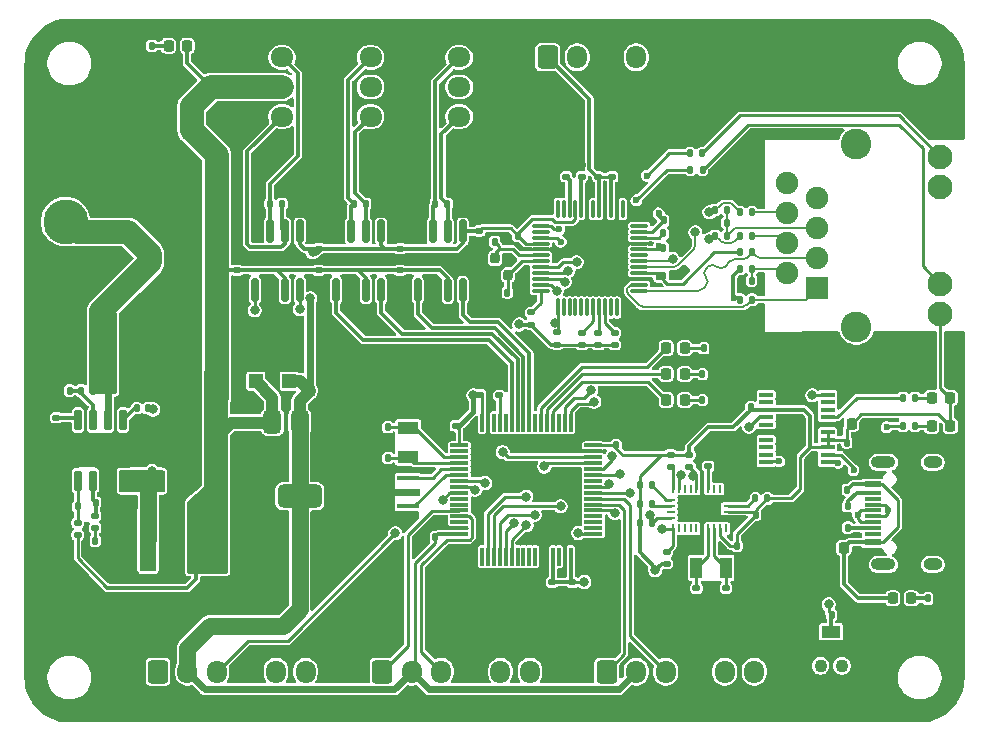
<source format=gbr>
%TF.GenerationSoftware,KiCad,Pcbnew,9.0.6-9.0.6~ubuntu22.04.1*%
%TF.CreationDate,2025-12-31T09:15:03+09:00*%
%TF.ProjectId,GN10Mainboard,474e3130-4d61-4696-9e62-6f6172642e6b,rev?*%
%TF.SameCoordinates,Original*%
%TF.FileFunction,Copper,L1,Top*%
%TF.FilePolarity,Positive*%
%FSLAX46Y46*%
G04 Gerber Fmt 4.6, Leading zero omitted, Abs format (unit mm)*
G04 Created by KiCad (PCBNEW 9.0.6-9.0.6~ubuntu22.04.1) date 2025-12-31 09:15:03*
%MOMM*%
%LPD*%
G01*
G04 APERTURE LIST*
G04 Aperture macros list*
%AMRoundRect*
0 Rectangle with rounded corners*
0 $1 Rounding radius*
0 $2 $3 $4 $5 $6 $7 $8 $9 X,Y pos of 4 corners*
0 Add a 4 corners polygon primitive as box body*
4,1,4,$2,$3,$4,$5,$6,$7,$8,$9,$2,$3,0*
0 Add four circle primitives for the rounded corners*
1,1,$1+$1,$2,$3*
1,1,$1+$1,$4,$5*
1,1,$1+$1,$6,$7*
1,1,$1+$1,$8,$9*
0 Add four rect primitives between the rounded corners*
20,1,$1+$1,$2,$3,$4,$5,0*
20,1,$1+$1,$4,$5,$6,$7,0*
20,1,$1+$1,$6,$7,$8,$9,0*
20,1,$1+$1,$8,$9,$2,$3,0*%
G04 Aperture macros list end*
%TA.AperFunction,SMDPad,CuDef*%
%ADD10RoundRect,0.140000X0.170000X-0.140000X0.170000X0.140000X-0.170000X0.140000X-0.170000X-0.140000X0*%
%TD*%
%TA.AperFunction,SMDPad,CuDef*%
%ADD11RoundRect,0.140000X-0.140000X-0.170000X0.140000X-0.170000X0.140000X0.170000X-0.140000X0.170000X0*%
%TD*%
%TA.AperFunction,SMDPad,CuDef*%
%ADD12RoundRect,0.140000X0.140000X0.170000X-0.140000X0.170000X-0.140000X-0.170000X0.140000X-0.170000X0*%
%TD*%
%TA.AperFunction,SMDPad,CuDef*%
%ADD13RoundRect,0.200000X-0.200000X0.250000X-0.200000X-0.250000X0.200000X-0.250000X0.200000X0.250000X0*%
%TD*%
%TA.AperFunction,SMDPad,CuDef*%
%ADD14RoundRect,0.140000X-0.170000X0.140000X-0.170000X-0.140000X0.170000X-0.140000X0.170000X0.140000X0*%
%TD*%
%TA.AperFunction,SMDPad,CuDef*%
%ADD15RoundRect,0.250000X0.325000X1.100000X-0.325000X1.100000X-0.325000X-1.100000X0.325000X-1.100000X0*%
%TD*%
%TA.AperFunction,SMDPad,CuDef*%
%ADD16RoundRect,0.135000X-0.135000X-0.185000X0.135000X-0.185000X0.135000X0.185000X-0.135000X0.185000X0*%
%TD*%
%TA.AperFunction,SMDPad,CuDef*%
%ADD17RoundRect,0.075000X-0.700000X-0.075000X0.700000X-0.075000X0.700000X0.075000X-0.700000X0.075000X0*%
%TD*%
%TA.AperFunction,SMDPad,CuDef*%
%ADD18RoundRect,0.075000X-0.075000X-0.700000X0.075000X-0.700000X0.075000X0.700000X-0.075000X0.700000X0*%
%TD*%
%TA.AperFunction,SMDPad,CuDef*%
%ADD19RoundRect,0.150000X0.150000X-0.825000X0.150000X0.825000X-0.150000X0.825000X-0.150000X-0.825000X0*%
%TD*%
%TA.AperFunction,SMDPad,CuDef*%
%ADD20RoundRect,0.225000X0.225000X0.250000X-0.225000X0.250000X-0.225000X-0.250000X0.225000X-0.250000X0*%
%TD*%
%TA.AperFunction,SMDPad,CuDef*%
%ADD21RoundRect,0.150000X-0.150000X0.737500X-0.150000X-0.737500X0.150000X-0.737500X0.150000X0.737500X0*%
%TD*%
%TA.AperFunction,HeatsinkPad*%
%ADD22C,0.500000*%
%TD*%
%TA.AperFunction,HeatsinkPad*%
%ADD23R,4.900000X2.950000*%
%TD*%
%TA.AperFunction,ComponentPad*%
%ADD24RoundRect,0.250000X0.725000X-0.600000X0.725000X0.600000X-0.725000X0.600000X-0.725000X-0.600000X0*%
%TD*%
%TA.AperFunction,ComponentPad*%
%ADD25O,1.950000X1.700000*%
%TD*%
%TA.AperFunction,SMDPad,CuDef*%
%ADD26R,1.200000X1.200000*%
%TD*%
%TA.AperFunction,SMDPad,CuDef*%
%ADD27R,1.000000X1.800000*%
%TD*%
%TA.AperFunction,ComponentPad*%
%ADD28RoundRect,0.250000X-0.600000X-0.725000X0.600000X-0.725000X0.600000X0.725000X-0.600000X0.725000X0*%
%TD*%
%TA.AperFunction,ComponentPad*%
%ADD29O,1.700000X1.950000*%
%TD*%
%TA.AperFunction,SMDPad,CuDef*%
%ADD30RoundRect,0.135000X0.185000X-0.135000X0.185000X0.135000X-0.185000X0.135000X-0.185000X-0.135000X0*%
%TD*%
%TA.AperFunction,SMDPad,CuDef*%
%ADD31RoundRect,0.135000X0.135000X0.185000X-0.135000X0.185000X-0.135000X-0.185000X0.135000X-0.185000X0*%
%TD*%
%TA.AperFunction,ComponentPad*%
%ADD32R,1.900000X1.900000*%
%TD*%
%TA.AperFunction,ComponentPad*%
%ADD33C,1.900000*%
%TD*%
%TA.AperFunction,ComponentPad*%
%ADD34C,2.100000*%
%TD*%
%TA.AperFunction,ComponentPad*%
%ADD35C,2.600000*%
%TD*%
%TA.AperFunction,SMDPad,CuDef*%
%ADD36RoundRect,0.218750X0.218750X0.256250X-0.218750X0.256250X-0.218750X-0.256250X0.218750X-0.256250X0*%
%TD*%
%TA.AperFunction,ComponentPad*%
%ADD37RoundRect,0.250000X0.550000X0.550000X-0.550000X0.550000X-0.550000X-0.550000X0.550000X-0.550000X0*%
%TD*%
%TA.AperFunction,ComponentPad*%
%ADD38C,1.600000*%
%TD*%
%TA.AperFunction,SMDPad,CuDef*%
%ADD39RoundRect,0.075000X0.662500X0.075000X-0.662500X0.075000X-0.662500X-0.075000X0.662500X-0.075000X0*%
%TD*%
%TA.AperFunction,SMDPad,CuDef*%
%ADD40RoundRect,0.075000X0.075000X0.662500X-0.075000X0.662500X-0.075000X-0.662500X0.075000X-0.662500X0*%
%TD*%
%TA.AperFunction,SMDPad,CuDef*%
%ADD41RoundRect,0.250000X-0.325000X-1.100000X0.325000X-1.100000X0.325000X1.100000X-0.325000X1.100000X0*%
%TD*%
%TA.AperFunction,SMDPad,CuDef*%
%ADD42RoundRect,0.135000X-0.185000X0.135000X-0.185000X-0.135000X0.185000X-0.135000X0.185000X0.135000X0*%
%TD*%
%TA.AperFunction,ComponentPad*%
%ADD43RoundRect,0.760000X-1.140000X1.140000X-1.140000X-1.140000X1.140000X-1.140000X1.140000X1.140000X0*%
%TD*%
%TA.AperFunction,ComponentPad*%
%ADD44C,3.800000*%
%TD*%
%TA.AperFunction,SMDPad,CuDef*%
%ADD45R,1.900000X0.400000*%
%TD*%
%TA.AperFunction,SMDPad,CuDef*%
%ADD46R,1.450000X0.600000*%
%TD*%
%TA.AperFunction,SMDPad,CuDef*%
%ADD47R,1.450000X0.300000*%
%TD*%
%TA.AperFunction,HeatsinkPad*%
%ADD48O,2.100000X1.000000*%
%TD*%
%TA.AperFunction,HeatsinkPad*%
%ADD49O,1.600000X1.000000*%
%TD*%
%TA.AperFunction,SMDPad,CuDef*%
%ADD50RoundRect,0.225000X-0.225000X-0.250000X0.225000X-0.250000X0.225000X0.250000X-0.225000X0.250000X0*%
%TD*%
%TA.AperFunction,ComponentPad*%
%ADD51RoundRect,0.250000X-0.550000X-0.550000X0.550000X-0.550000X0.550000X0.550000X-0.550000X0.550000X0*%
%TD*%
%TA.AperFunction,SMDPad,CuDef*%
%ADD52RoundRect,0.218750X-0.218750X-0.256250X0.218750X-0.256250X0.218750X0.256250X-0.218750X0.256250X0*%
%TD*%
%TA.AperFunction,SMDPad,CuDef*%
%ADD53R,1.800000X1.000000*%
%TD*%
%TA.AperFunction,SMDPad,CuDef*%
%ADD54RoundRect,0.375000X-0.375000X0.625000X-0.375000X-0.625000X0.375000X-0.625000X0.375000X0.625000X0*%
%TD*%
%TA.AperFunction,SMDPad,CuDef*%
%ADD55RoundRect,0.500000X-1.400000X0.500000X-1.400000X-0.500000X1.400000X-0.500000X1.400000X0.500000X0*%
%TD*%
%TA.AperFunction,SMDPad,CuDef*%
%ADD56RoundRect,0.250000X0.800000X-0.450000X0.800000X0.450000X-0.800000X0.450000X-0.800000X-0.450000X0*%
%TD*%
%TA.AperFunction,SMDPad,CuDef*%
%ADD57R,1.200000X0.400000*%
%TD*%
%TA.AperFunction,SMDPad,CuDef*%
%ADD58R,0.254000X0.675000*%
%TD*%
%TA.AperFunction,SMDPad,CuDef*%
%ADD59R,0.675000X0.254000*%
%TD*%
%TA.AperFunction,ComponentPad*%
%ADD60C,1.100000*%
%TD*%
%TA.AperFunction,SMDPad,CuDef*%
%ADD61R,1.600000X1.050000*%
%TD*%
%TA.AperFunction,SMDPad,CuDef*%
%ADD62RoundRect,0.250000X-0.465000X-2.500000X0.465000X-2.500000X0.465000X2.500000X-0.465000X2.500000X0*%
%TD*%
%TA.AperFunction,SMDPad,CuDef*%
%ADD63RoundRect,0.225000X-0.250000X0.225000X-0.250000X-0.225000X0.250000X-0.225000X0.250000X0.225000X0*%
%TD*%
%TA.AperFunction,ViaPad*%
%ADD64C,0.600000*%
%TD*%
%TA.AperFunction,ViaPad*%
%ADD65C,0.500000*%
%TD*%
%TA.AperFunction,ViaPad*%
%ADD66C,0.800000*%
%TD*%
%TA.AperFunction,Conductor*%
%ADD67C,0.250000*%
%TD*%
%TA.AperFunction,Conductor*%
%ADD68C,0.300000*%
%TD*%
%TA.AperFunction,Conductor*%
%ADD69C,0.600000*%
%TD*%
%TA.AperFunction,Conductor*%
%ADD70C,1.000000*%
%TD*%
%TA.AperFunction,Conductor*%
%ADD71C,0.400000*%
%TD*%
%TA.AperFunction,Conductor*%
%ADD72C,1.400000*%
%TD*%
%TA.AperFunction,Conductor*%
%ADD73C,2.000000*%
%TD*%
%TA.AperFunction,Conductor*%
%ADD74C,0.152400*%
%TD*%
G04 APERTURE END LIST*
D10*
%TO.P,C36,1*%
%TO.N,Net-(U8-1V2O)*%
X176072500Y-103577500D03*
%TO.P,C36,2*%
%TO.N,GND*%
X176072500Y-102617500D03*
%TD*%
D11*
%TO.P,C13,1*%
%TO.N,Net-(C13-Pad1)*%
X136190000Y-134400000D03*
%TO.P,C13,2*%
%TO.N,GND*%
X137150000Y-134400000D03*
%TD*%
D12*
%TO.P,C27,1*%
%TO.N,VBUS*%
X199880000Y-130100000D03*
%TO.P,C27,2*%
%TO.N,GND*%
X198920000Y-130100000D03*
%TD*%
D13*
%TO.P,Y3,1,1*%
%TO.N,Net-(U8-XI{slash}CLKIN)*%
X170050000Y-110500000D03*
%TO.P,Y3,2,2*%
%TO.N,GND*%
X171150000Y-110500000D03*
X170050000Y-111900000D03*
%TO.P,Y3,3,3*%
%TO.N,Net-(U8-XO)*%
X171150000Y-111900000D03*
%TD*%
D14*
%TO.P,C7,1*%
%TO.N,+3.3V*%
X174900000Y-137920000D03*
%TO.P,C7,2*%
%TO.N,GND*%
X174900000Y-138880000D03*
%TD*%
D15*
%TO.P,C16,1*%
%TO.N,+5V*%
X146475000Y-125600000D03*
%TO.P,C16,2*%
%TO.N,GND*%
X143525000Y-125600000D03*
%TD*%
D16*
%TO.P,R45,1*%
%TO.N,CAN2_H*%
X158090000Y-105875000D03*
%TO.P,R45,2*%
%TO.N,CAN2_L*%
X159110000Y-105875000D03*
%TD*%
D17*
%TO.P,U4,1,VBAT*%
%TO.N,+3.3V*%
X167025000Y-126350000D03*
%TO.P,U4,2,PC13*%
%TO.N,unconnected-(U4-PC13-Pad2)*%
X167025000Y-126850000D03*
%TO.P,U4,3,PC14*%
%TO.N,Net-(U4-PC14)*%
X167025000Y-127350000D03*
%TO.P,U4,4,PC15*%
%TO.N,Net-(U4-PC15)*%
X167025000Y-127850000D03*
%TO.P,U4,5,PF0*%
%TO.N,Net-(U4-PF0)*%
X167025000Y-128350000D03*
%TO.P,U4,6,PF1*%
%TO.N,Net-(U4-PF1)*%
X167025000Y-128850000D03*
%TO.P,U4,7,PG10*%
%TO.N,STM32_RESET*%
X167025000Y-129350000D03*
%TO.P,U4,8,PC0*%
%TO.N,TIM1_CH1*%
X167025000Y-129850000D03*
%TO.P,U4,9,PC1*%
%TO.N,TIM1_CH2*%
X167025000Y-130350000D03*
%TO.P,U4,10,PC2*%
%TO.N,unconnected-(U4-PC2-Pad10)*%
X167025000Y-130850000D03*
%TO.P,U4,11,PC3*%
%TO.N,unconnected-(U4-PC3-Pad11)*%
X167025000Y-131350000D03*
%TO.P,U4,12,PA0*%
%TO.N,TIM2_CH1*%
X167025000Y-131850000D03*
%TO.P,U4,13,PA1*%
%TO.N,TIM2_CH2*%
X167025000Y-132350000D03*
%TO.P,U4,14,PA2*%
%TO.N,unconnected-(U4-PA2-Pad14)*%
X167025000Y-132850000D03*
%TO.P,U4,15,VSS*%
%TO.N,GND*%
X167025000Y-133350000D03*
%TO.P,U4,16,VDD*%
%TO.N,+3.3V*%
X167025000Y-133850000D03*
D18*
%TO.P,U4,17,PA3*%
%TO.N,unconnected-(U4-PA3-Pad17)*%
X168950000Y-135775000D03*
%TO.P,U4,18,PA4*%
%TO.N,W5500_RST*%
X169450000Y-135775000D03*
%TO.P,U4,19,PA5*%
%TO.N,SPI1_SCK*%
X169950000Y-135775000D03*
%TO.P,U4,20,PA6*%
%TO.N,SPI1_MISO*%
X170450000Y-135775000D03*
%TO.P,U4,21,PA7*%
%TO.N,SPI1_MOSI*%
X170950000Y-135775000D03*
%TO.P,U4,22,PC4*%
%TO.N,SPI1_CS*%
X171450000Y-135775000D03*
%TO.P,U4,23,PC5*%
%TO.N,unconnected-(U4-PC5-Pad23)*%
X171950000Y-135775000D03*
%TO.P,U4,24,PB0*%
%TO.N,unconnected-(U4-PB0-Pad24)*%
X172450000Y-135775000D03*
%TO.P,U4,25,PB1*%
%TO.N,unconnected-(U4-PB1-Pad25)*%
X172950000Y-135775000D03*
%TO.P,U4,26,PB2*%
%TO.N,unconnected-(U4-PB2-Pad26)*%
X173450000Y-135775000D03*
%TO.P,U4,27,VSSA*%
%TO.N,GND*%
X173950000Y-135775000D03*
%TO.P,U4,28,VREF+*%
X174450000Y-135775000D03*
%TO.P,U4,29,VDDA*%
%TO.N,+3.3V*%
X174950000Y-135775000D03*
%TO.P,U4,30,PB10*%
%TO.N,unconnected-(U4-PB10-Pad30)*%
X175450000Y-135775000D03*
%TO.P,U4,31,VSS*%
%TO.N,GND*%
X175950000Y-135775000D03*
%TO.P,U4,32,VDD*%
%TO.N,+3.3V*%
X176450000Y-135775000D03*
D17*
%TO.P,U4,33,PB11*%
%TO.N,GYRO_INT*%
X178375000Y-133850000D03*
%TO.P,U4,34,PB12*%
%TO.N,unconnected-(U4-PB12-Pad34)*%
X178375000Y-133350000D03*
%TO.P,U4,35,PB13*%
%TO.N,unconnected-(U4-PB13-Pad35)*%
X178375000Y-132850000D03*
%TO.P,U4,36,PB14*%
%TO.N,unconnected-(U4-PB14-Pad36)*%
X178375000Y-132350000D03*
%TO.P,U4,37,PB15*%
%TO.N,GYRO_RESET*%
X178375000Y-131850000D03*
%TO.P,U4,38,PC6*%
%TO.N,TIM3_CH1*%
X178375000Y-131350000D03*
%TO.P,U4,39,PC7*%
%TO.N,TIM3_CH2*%
X178375000Y-130850000D03*
%TO.P,U4,40,PC8*%
%TO.N,I2C3_SCL*%
X178375000Y-130350000D03*
%TO.P,U4,41,PC9*%
%TO.N,I2C3_SDA*%
X178375000Y-129850000D03*
%TO.P,U4,42,PA8*%
%TO.N,unconnected-(U4-PA8-Pad42)*%
X178375000Y-129350000D03*
%TO.P,U4,43,PA9*%
%TO.N,USART1_TX*%
X178375000Y-128850000D03*
%TO.P,U4,44,PA10*%
%TO.N,USART1_RX*%
X178375000Y-128350000D03*
%TO.P,U4,45,PA11*%
%TO.N,CAN1_RX*%
X178375000Y-127850000D03*
%TO.P,U4,46,PA12*%
%TO.N,CAN1_TX*%
X178375000Y-127350000D03*
%TO.P,U4,47,VSS*%
%TO.N,GND*%
X178375000Y-126850000D03*
%TO.P,U4,48,VDD*%
%TO.N,+3.3V*%
X178375000Y-126350000D03*
D18*
%TO.P,U4,49,PA13*%
%TO.N,SYS_SWDIO*%
X176450000Y-124425000D03*
%TO.P,U4,50,PA14*%
%TO.N,SYS_SWCLK*%
X175950000Y-124425000D03*
%TO.P,U4,51,PA15*%
%TO.N,unconnected-(U4-PA15-Pad51)*%
X175450000Y-124425000D03*
%TO.P,U4,52,PC10*%
%TO.N,LED_RED*%
X174950000Y-124425000D03*
%TO.P,U4,53,PC11*%
%TO.N,LED_GREEN*%
X174450000Y-124425000D03*
%TO.P,U4,54,PC12*%
%TO.N,LED_BLUE*%
X173950000Y-124425000D03*
%TO.P,U4,55,PD2*%
%TO.N,unconnected-(U4-PD2-Pad55)*%
X173450000Y-124425000D03*
%TO.P,U4,56,PB3*%
%TO.N,CAN3_RX*%
X172950000Y-124425000D03*
%TO.P,U4,57,PB4*%
%TO.N,CAN3_TX*%
X172450000Y-124425000D03*
%TO.P,U4,58,PB5*%
%TO.N,CAN2_RX*%
X171950000Y-124425000D03*
%TO.P,U4,59,PB6*%
%TO.N,CAN2_TX*%
X171450000Y-124425000D03*
%TO.P,U4,60,PB7*%
%TO.N,unconnected-(U4-PB7-Pad60)*%
X170950000Y-124425000D03*
%TO.P,U4,61,PB8*%
%TO.N,Net-(U4-PB8)*%
X170450000Y-124425000D03*
%TO.P,U4,62,PB9*%
%TO.N,unconnected-(U4-PB9-Pad62)*%
X169950000Y-124425000D03*
%TO.P,U4,63,VSS*%
%TO.N,GND*%
X169450000Y-124425000D03*
%TO.P,U4,64,VDD*%
%TO.N,+3.3V*%
X168950000Y-124425000D03*
%TD*%
D11*
%TO.P,C30,1*%
%TO.N,+3.3V*%
X184320000Y-107300000D03*
%TO.P,C30,2*%
%TO.N,GND*%
X185280000Y-107300000D03*
%TD*%
D19*
%TO.P,U5,1,TXD*%
%TO.N,CAN1_TX*%
X149695000Y-113175000D03*
%TO.P,U5,2,VSS*%
%TO.N,GND*%
X150965000Y-113175000D03*
%TO.P,U5,3,VDD*%
%TO.N,+5V*%
X152235000Y-113175000D03*
%TO.P,U5,4,RXD*%
%TO.N,CAN1_RX*%
X153505000Y-113175000D03*
%TO.P,U5,5,Vio*%
%TO.N,+3.3V*%
X153505000Y-108225000D03*
%TO.P,U5,6,CANL*%
%TO.N,CAN1_L*%
X152235000Y-108225000D03*
%TO.P,U5,7,CANH*%
%TO.N,CAN1_H*%
X150965000Y-108225000D03*
%TO.P,U5,8,STBY*%
%TO.N,GND*%
X149695000Y-108225000D03*
%TD*%
D20*
%TO.P,C41,1*%
%TO.N,VBUS*%
X199575000Y-135000000D03*
%TO.P,C41,2*%
%TO.N,GND*%
X198025000Y-135000000D03*
%TD*%
D16*
%TO.P,R8,1*%
%TO.N,Net-(D5-K)*%
X187602500Y-122500000D03*
%TO.P,R8,2*%
%TO.N,GND*%
X188622500Y-122500000D03*
%TD*%
D21*
%TO.P,U1,1,BOOT*%
%TO.N,Net-(U1-BOOT)*%
X138527500Y-124200000D03*
%TO.P,U1,2,VIN*%
%TO.N,+BATT*%
X137257500Y-124200000D03*
%TO.P,U1,3,EN*%
%TO.N,Net-(U1-EN)*%
X135987500Y-124200000D03*
%TO.P,U1,4,RT/CLK*%
%TO.N,Net-(U1-RT{slash}CLK)*%
X134717500Y-124200000D03*
%TO.P,U1,5,FB*%
%TO.N,Net-(U1-FB)*%
X134717500Y-129325000D03*
%TO.P,U1,6,COMP*%
%TO.N,Net-(U1-COMP)*%
X135987500Y-129325000D03*
%TO.P,U1,7,GND*%
%TO.N,GND*%
X137257500Y-129325000D03*
%TO.P,U1,8,SW*%
%TO.N,Net-(D2-K)*%
X138527500Y-129325000D03*
D22*
%TO.P,U1,9,GND*%
%TO.N,GND*%
X137922500Y-126112500D03*
X136622500Y-126112500D03*
X135322500Y-126112500D03*
D23*
X136622500Y-126762500D03*
D22*
X137922500Y-127412500D03*
X136622500Y-127412500D03*
X135322500Y-127412500D03*
%TD*%
D12*
%TO.P,C31,1*%
%TO.N,+3.3V*%
X171980000Y-108600000D03*
%TO.P,C31,2*%
%TO.N,GND*%
X171020000Y-108600000D03*
%TD*%
D24*
%TO.P,J8,1,Pin_1*%
%TO.N,GND*%
X167000000Y-101000000D03*
D25*
%TO.P,J8,2,Pin_2*%
%TO.N,CAN3_L*%
X167000000Y-98500000D03*
%TO.P,J8,3,Pin_3*%
%TO.N,+5V*%
X167000000Y-96000000D03*
%TO.P,J8,4,Pin_4*%
%TO.N,CAN3_H*%
X167000000Y-93500000D03*
%TD*%
D10*
%TO.P,C19,1*%
%TO.N,+3.3V*%
X155100000Y-109680000D03*
%TO.P,C19,2*%
%TO.N,GND*%
X155100000Y-108720000D03*
%TD*%
D26*
%TO.P,D1,1,K*%
%TO.N,+5V*%
X149800000Y-120900000D03*
%TO.P,D1,2,A*%
%TO.N,+3.3V*%
X152600000Y-120900000D03*
%TD*%
D27*
%TO.P,Y7,1,1*%
%TO.N,Net-(U10-XIN32)*%
X189600000Y-136700000D03*
%TO.P,Y7,2,2*%
%TO.N,Net-(U10-XOUT32)*%
X187100000Y-136700000D03*
%TD*%
D16*
%TO.P,R25,1*%
%TO.N,LNK*%
X186590000Y-103000000D03*
%TO.P,R25,2*%
%TO.N,Net-(J9-PadL2)*%
X187610000Y-103000000D03*
%TD*%
D28*
%TO.P,J5,1,Pin_1*%
%TO.N,TIM1_CH1*%
X141500000Y-145500000D03*
D29*
%TO.P,J5,2,Pin_2*%
%TO.N,+3.3V*%
X144000000Y-145500000D03*
%TO.P,J5,3,Pin_3*%
%TO.N,TIM1_CH2*%
X146500000Y-145500000D03*
%TO.P,J5,4,Pin_4*%
%TO.N,GND*%
X149000000Y-145500000D03*
%TO.P,J5,5,Pin_5*%
%TO.N,unconnected-(J5-Pin_5-Pad5)*%
X151500000Y-145500000D03*
%TO.P,J5,6,Pin_6*%
%TO.N,unconnected-(J5-Pin_6-Pad6)*%
X154000000Y-145500000D03*
%TD*%
D15*
%TO.P,C18,1*%
%TO.N,+5V*%
X146475000Y-128900000D03*
%TO.P,C18,2*%
%TO.N,GND*%
X143525000Y-128900000D03*
%TD*%
D11*
%TO.P,C11,1*%
%TO.N,+3.3V*%
X180320000Y-126300000D03*
%TO.P,C11,2*%
%TO.N,GND*%
X181280000Y-126300000D03*
%TD*%
D30*
%TO.P,R18,1*%
%TO.N,+3.3V*%
X175300000Y-117800000D03*
%TO.P,R18,2*%
%TO.N,W5500_RST*%
X175300000Y-116780000D03*
%TD*%
D11*
%TO.P,C28,1*%
%TO.N,+3.3V*%
X184292500Y-112000000D03*
%TO.P,C28,2*%
%TO.N,GND*%
X185252500Y-112000000D03*
%TD*%
D14*
%TO.P,C24,1*%
%TO.N,+5V*%
X162000000Y-111520000D03*
%TO.P,C24,2*%
%TO.N,GND*%
X162000000Y-112480000D03*
%TD*%
D11*
%TO.P,C14,1*%
%TO.N,Net-(U1-COMP)*%
X136220000Y-131200000D03*
%TO.P,C14,2*%
%TO.N,GND*%
X137180000Y-131200000D03*
%TD*%
D16*
%TO.P,R46,1*%
%TO.N,CAN3_H*%
X164990000Y-105875000D03*
%TO.P,R46,2*%
%TO.N,CAN3_L*%
X166010000Y-105875000D03*
%TD*%
D12*
%TO.P,C38,1*%
%TO.N,Net-(J9-RD-)*%
X191780000Y-106600000D03*
%TO.P,C38,2*%
%TO.N,Net-(U8-RXN)*%
X190820000Y-106600000D03*
%TD*%
D31*
%TO.P,R28,1*%
%TO.N,Net-(J10-CC1)*%
X199900000Y-133300000D03*
%TO.P,R28,2*%
%TO.N,GND*%
X198880000Y-133300000D03*
%TD*%
D16*
%TO.P,R20,1*%
%TO.N,Net-(U8-RXN)*%
X188690000Y-106400000D03*
%TO.P,R20,2*%
%TO.N,Net-(J9-RCT)*%
X189710000Y-106400000D03*
%TD*%
%TO.P,R39,1*%
%TO.N,+3.3V*%
X182280000Y-129700000D03*
%TO.P,R39,2*%
%TO.N,Net-(U10-PIN16)*%
X183300000Y-129700000D03*
%TD*%
D32*
%TO.P,J9,1,TD+*%
%TO.N,Net-(J9-TD+)*%
X197337500Y-113000000D03*
D33*
%TO.P,J9,2,TCT*%
%TO.N,Net-(J9-TCT)*%
X194797500Y-111730000D03*
%TO.P,J9,3,TD-*%
%TO.N,Net-(J9-TD-)*%
X197337500Y-110460000D03*
%TO.P,J9,4,RD+*%
%TO.N,Net-(J9-RD+)*%
X194797500Y-109190000D03*
%TO.P,J9,5,RCT*%
%TO.N,Net-(J9-RCT)*%
X197337500Y-107920000D03*
%TO.P,J9,6,RD-*%
%TO.N,Net-(J9-RD-)*%
X194797500Y-106650000D03*
%TO.P,J9,7*%
%TO.N,N/C*%
X197337500Y-105380000D03*
%TO.P,J9,8*%
%TO.N,GNDS*%
X194797500Y-104110000D03*
D34*
%TO.P,J9,L1*%
%TO.N,+3.3V*%
X207747500Y-115180000D03*
%TO.P,J9,L2*%
%TO.N,Net-(J9-PadL2)*%
X207747500Y-112640000D03*
%TO.P,J9,L3*%
%TO.N,+3.3V*%
X207747500Y-104470000D03*
%TO.P,J9,L4*%
%TO.N,Net-(J9-PadL4)*%
X207747500Y-101930000D03*
D35*
%TO.P,J9,SH*%
%TO.N,GNDS*%
X200637500Y-116300000D03*
X200637500Y-100810000D03*
%TD*%
D36*
%TO.P,D6,1,K*%
%TO.N,Net-(D6-K)*%
X186100000Y-120300000D03*
%TO.P,D6,2,A*%
%TO.N,LED_GREEN*%
X184525000Y-120300000D03*
%TD*%
D37*
%TO.P,C44,1*%
%TO.N,+5V*%
X144352651Y-99600000D03*
D38*
%TO.P,C44,2*%
%TO.N,GND*%
X140852651Y-99600000D03*
%TD*%
D39*
%TO.P,U8,1,TXN*%
%TO.N,Net-(J9-TD-)*%
X182262500Y-113250000D03*
%TO.P,U8,2,TXP*%
%TO.N,Net-(J9-TD+)*%
X182262500Y-112750000D03*
%TO.P,U8,3,AGND*%
%TO.N,GND*%
X182262500Y-112250000D03*
%TO.P,U8,4,AVDD*%
%TO.N,+3.3V*%
X182262500Y-111750000D03*
%TO.P,U8,5,RXN*%
%TO.N,Net-(U8-RXN)*%
X182262500Y-111250000D03*
%TO.P,U8,6,RXP*%
%TO.N,Net-(U8-RXP)*%
X182262500Y-110750000D03*
%TO.P,U8,7,DNC*%
%TO.N,unconnected-(U8-DNC-Pad7)*%
X182262500Y-110250000D03*
%TO.P,U8,8,AVDD*%
%TO.N,+3.3V*%
X182262500Y-109750000D03*
%TO.P,U8,9,AGND*%
%TO.N,GND*%
X182262500Y-109250000D03*
%TO.P,U8,10,EXRES1*%
%TO.N,Net-(U8-EXRES1)*%
X182262500Y-108750000D03*
%TO.P,U8,11,AVDD*%
%TO.N,+3.3V*%
X182262500Y-108250000D03*
%TO.P,U8,12,NC*%
%TO.N,unconnected-(U8-NC-Pad12)*%
X182262500Y-107750000D03*
D40*
%TO.P,U8,13,NC*%
%TO.N,unconnected-(U8-NC-Pad13)*%
X180850000Y-106337500D03*
%TO.P,U8,14,AGND*%
%TO.N,GND*%
X180350000Y-106337500D03*
%TO.P,U8,15,AVDD*%
%TO.N,+3.3V*%
X179850000Y-106337500D03*
%TO.P,U8,16,AGND*%
%TO.N,GND*%
X179350000Y-106337500D03*
%TO.P,U8,17,AVDD*%
%TO.N,+3.3V*%
X178850000Y-106337500D03*
%TO.P,U8,18,VBG*%
%TO.N,unconnected-(U8-VBG-Pad18)*%
X178350000Y-106337500D03*
%TO.P,U8,19,AGND*%
%TO.N,GND*%
X177850000Y-106337500D03*
%TO.P,U8,20,TOCAP*%
%TO.N,Net-(U8-TOCAP)*%
X177350000Y-106337500D03*
%TO.P,U8,21,AVDD*%
%TO.N,+3.3V*%
X176850000Y-106337500D03*
%TO.P,U8,22,1V2O*%
%TO.N,Net-(U8-1V2O)*%
X176350000Y-106337500D03*
%TO.P,U8,23,RSVD*%
%TO.N,unconnected-(U8-RSVD-Pad23)*%
X175850000Y-106337500D03*
%TO.P,U8,24,SPDLED*%
%TO.N,unconnected-(U8-SPDLED-Pad24)*%
X175350000Y-106337500D03*
D39*
%TO.P,U8,25,LINKLED*%
%TO.N,LNK*%
X173937500Y-107750000D03*
%TO.P,U8,26,DUPLED*%
%TO.N,unconnected-(U8-DUPLED-Pad26)*%
X173937500Y-108250000D03*
%TO.P,U8,27,ACTLED*%
%TO.N,ACT*%
X173937500Y-108750000D03*
%TO.P,U8,28,VDD*%
%TO.N,+3.3V*%
X173937500Y-109250000D03*
%TO.P,U8,29,GND*%
%TO.N,GND*%
X173937500Y-109750000D03*
%TO.P,U8,30,XI/CLKIN*%
%TO.N,Net-(U8-XI{slash}CLKIN)*%
X173937500Y-110250000D03*
%TO.P,U8,31,XO*%
%TO.N,Net-(U8-XO)*%
X173937500Y-110750000D03*
%TO.P,U8,32,~{SCS}*%
%TO.N,SPI1_CS*%
X173937500Y-111250000D03*
%TO.P,U8,33,SCLK*%
%TO.N,SPI1_SCK*%
X173937500Y-111750000D03*
%TO.P,U8,34,MISO*%
%TO.N,SPI1_MISO*%
X173937500Y-112250000D03*
%TO.P,U8,35,MOSI*%
%TO.N,SPI1_MOSI*%
X173937500Y-112750000D03*
%TO.P,U8,36,~{INT}*%
%TO.N,Net-(U8-~{INT})*%
X173937500Y-113250000D03*
D40*
%TO.P,U8,37,~{RST}*%
%TO.N,W5500_RST*%
X175350000Y-114662500D03*
%TO.P,U8,38,RSVD*%
%TO.N,unconnected-(U8-RSVD-Pad38)*%
X175850000Y-114662500D03*
%TO.P,U8,39,RSVD*%
%TO.N,unconnected-(U8-RSVD-Pad39)*%
X176350000Y-114662500D03*
%TO.P,U8,40,RSVD*%
%TO.N,unconnected-(U8-RSVD-Pad40)*%
X176850000Y-114662500D03*
%TO.P,U8,41,RSVD*%
%TO.N,unconnected-(U8-RSVD-Pad41)*%
X177350000Y-114662500D03*
%TO.P,U8,42,RSVD*%
%TO.N,unconnected-(U8-RSVD-Pad42)*%
X177850000Y-114662500D03*
%TO.P,U8,43,PMODE2*%
%TO.N,Net-(U8-PMODE2)*%
X178350000Y-114662500D03*
%TO.P,U8,44,PMODE1*%
%TO.N,Net-(U8-PMODE1)*%
X178850000Y-114662500D03*
%TO.P,U8,45,PMODE0*%
%TO.N,Net-(U8-PMODE0)*%
X179350000Y-114662500D03*
%TO.P,U8,46,NC*%
%TO.N,unconnected-(U8-NC-Pad46)*%
X179850000Y-114662500D03*
%TO.P,U8,47,NC*%
%TO.N,unconnected-(U8-NC-Pad47)*%
X180350000Y-114662500D03*
%TO.P,U8,48,AGND*%
%TO.N,GND*%
X180850000Y-114662500D03*
%TD*%
D12*
%TO.P,C32,1*%
%TO.N,Net-(U8-XI{slash}CLKIN)*%
X170000000Y-109100000D03*
%TO.P,C32,2*%
%TO.N,GND*%
X169040000Y-109100000D03*
%TD*%
D41*
%TO.P,C26,1*%
%TO.N,+BATT*%
X137427500Y-120600000D03*
%TO.P,C26,2*%
%TO.N,GND*%
X140377500Y-120600000D03*
%TD*%
D16*
%TO.P,R34,1*%
%TO.N,+3.3V*%
X182280000Y-132900000D03*
%TO.P,R34,2*%
%TO.N,I2C3_SCL*%
X183300000Y-132900000D03*
%TD*%
D42*
%TO.P,R4,1*%
%TO.N,Net-(U1-RT{slash}CLK)*%
X132900000Y-123990000D03*
%TO.P,R4,2*%
%TO.N,GND*%
X132900000Y-125010000D03*
%TD*%
D10*
%TO.P,C10,1*%
%TO.N,+3.3V*%
X168800000Y-122080000D03*
%TO.P,C10,2*%
%TO.N,GND*%
X168800000Y-121120000D03*
%TD*%
D43*
%TO.P,J1,1,Pin_1*%
%TO.N,GND*%
X133700000Y-102400000D03*
D44*
%TO.P,J1,2,Pin_2*%
%TO.N,+BATT*%
X133700000Y-107400000D03*
%TD*%
D45*
%TO.P,Y1,1,1*%
%TO.N,Net-(U4-PF0)*%
X162700000Y-129100000D03*
%TO.P,Y1,2,2*%
%TO.N,GND*%
X162700000Y-130300000D03*
%TO.P,Y1,3,3*%
%TO.N,Net-(U4-PF1)*%
X162700000Y-131500000D03*
%TD*%
D16*
%TO.P,R1,1*%
%TO.N,+3.3V*%
X190790000Y-111400000D03*
%TO.P,R1,2*%
%TO.N,Net-(J9-TCT)*%
X191810000Y-111400000D03*
%TD*%
D11*
%TO.P,C15,1*%
%TO.N,Net-(U1-BOOT)*%
X139700000Y-123200000D03*
%TO.P,C15,2*%
%TO.N,Net-(D2-K)*%
X140660000Y-123200000D03*
%TD*%
D16*
%TO.P,R10,1*%
%TO.N,Net-(D7-K)*%
X187702500Y-118100000D03*
%TO.P,R10,2*%
%TO.N,GND*%
X188722500Y-118100000D03*
%TD*%
D31*
%TO.P,R3,1*%
%TO.N,Net-(U1-EN)*%
X134030000Y-121700000D03*
%TO.P,R3,2*%
%TO.N,GND*%
X133010000Y-121700000D03*
%TD*%
D14*
%TO.P,C59,1*%
%TO.N,Net-(U10-XIN32)*%
X189600000Y-138420000D03*
%TO.P,C59,2*%
%TO.N,GND*%
X189600000Y-139380000D03*
%TD*%
D16*
%TO.P,R26,1*%
%TO.N,ACT*%
X186580000Y-101600000D03*
%TO.P,R26,2*%
%TO.N,Net-(J9-PadL4)*%
X187600000Y-101600000D03*
%TD*%
D30*
%TO.P,R15,1*%
%TO.N,+3.3V*%
X180200000Y-117810000D03*
%TO.P,R15,2*%
%TO.N,Net-(U8-PMODE0)*%
X180200000Y-116790000D03*
%TD*%
D46*
%TO.P,J10,A1,GND*%
%TO.N,GND*%
X202015000Y-135350000D03*
%TO.P,J10,A4,VBUS*%
%TO.N,VBUS*%
X202015000Y-134550000D03*
D47*
%TO.P,J10,A5,CC1*%
%TO.N,Net-(J10-CC1)*%
X202015000Y-133350000D03*
%TO.P,J10,A6,D+*%
%TO.N,USBD+*%
X202015000Y-132350000D03*
%TO.P,J10,A7,D-*%
%TO.N,USBD-*%
X202015000Y-131850000D03*
%TO.P,J10,A8,SBU1*%
%TO.N,unconnected-(J10-SBU1-PadA8)*%
X202015000Y-130850000D03*
D46*
%TO.P,J10,A9,VBUS*%
%TO.N,VBUS*%
X202015000Y-129650000D03*
%TO.P,J10,A12,GND*%
%TO.N,GND*%
X202015000Y-128850000D03*
%TO.P,J10,B1,GND*%
X202015000Y-128850000D03*
%TO.P,J10,B4,VBUS*%
%TO.N,VBUS*%
X202015000Y-129650000D03*
D47*
%TO.P,J10,B5,CC2*%
%TO.N,Net-(J10-CC2)*%
X202015000Y-130350000D03*
%TO.P,J10,B6,D+*%
%TO.N,USBD+*%
X202015000Y-131350000D03*
%TO.P,J10,B7,D-*%
%TO.N,USBD-*%
X202015000Y-132850000D03*
%TO.P,J10,B8,SBU2*%
%TO.N,unconnected-(J10-SBU2-PadB8)*%
X202015000Y-133850000D03*
D46*
%TO.P,J10,B9,VBUS*%
%TO.N,VBUS*%
X202015000Y-134550000D03*
%TO.P,J10,B12,GND*%
%TO.N,GND*%
X202015000Y-135350000D03*
D48*
%TO.P,J10,S1,SHIELD*%
%TO.N,unconnected-(J10-SHIELD-PadS1)_3*%
X202930000Y-136420000D03*
D49*
%TO.N,unconnected-(J10-SHIELD-PadS1)_2*%
X207110000Y-136420000D03*
D48*
%TO.N,unconnected-(J10-SHIELD-PadS1)*%
X202930000Y-127780000D03*
D49*
%TO.N,unconnected-(J10-SHIELD-PadS1)_1*%
X207110000Y-127780000D03*
%TD*%
D11*
%TO.P,C55,1*%
%TO.N,+3.3V*%
X192120000Y-132237500D03*
%TO.P,C55,2*%
%TO.N,GND*%
X193080000Y-132237500D03*
%TD*%
D12*
%TO.P,C1,1*%
%TO.N,+3.3V*%
X191680000Y-123100000D03*
%TO.P,C1,2*%
%TO.N,GND*%
X190720000Y-123100000D03*
%TD*%
D50*
%TO.P,C25,1*%
%TO.N,+3.3V*%
X200250000Y-124500000D03*
%TO.P,C25,2*%
%TO.N,GND*%
X201800000Y-124500000D03*
%TD*%
D10*
%TO.P,C20,1*%
%TO.N,+3.3V*%
X162000000Y-109680000D03*
%TO.P,C20,2*%
%TO.N,GND*%
X162000000Y-108720000D03*
%TD*%
D42*
%TO.P,R37,1*%
%TO.N,+3.3V*%
X186500000Y-127127500D03*
%TO.P,R37,2*%
%TO.N,GYRO_RESET*%
X186500000Y-128147500D03*
%TD*%
D11*
%TO.P,C40,1*%
%TO.N,Net-(U8-RXP)*%
X190820000Y-108600000D03*
%TO.P,C40,2*%
%TO.N,Net-(J9-RD+)*%
X191780000Y-108600000D03*
%TD*%
D16*
%TO.P,R35,1*%
%TO.N,+3.3V*%
X182280000Y-131300000D03*
%TO.P,R35,2*%
%TO.N,Net-(U10-COM3)*%
X183300000Y-131300000D03*
%TD*%
D14*
%TO.P,C22,1*%
%TO.N,+5V*%
X148200000Y-111520000D03*
%TO.P,C22,2*%
%TO.N,GND*%
X148200000Y-112480000D03*
%TD*%
D30*
%TO.P,R33,1*%
%TO.N,+3.3V*%
X184600000Y-136347500D03*
%TO.P,R33,2*%
%TO.N,I2C3_SDA*%
X184600000Y-135327500D03*
%TD*%
D51*
%TO.P,C43,1*%
%TO.N,+BATT*%
X140847349Y-110700000D03*
D38*
%TO.P,C43,2*%
%TO.N,GND*%
X144347349Y-110700000D03*
%TD*%
D10*
%TO.P,C57,1*%
%TO.N,Net-(U10-CAP)*%
X188100000Y-128117500D03*
%TO.P,C57,2*%
%TO.N,GND*%
X188100000Y-127157500D03*
%TD*%
D11*
%TO.P,C56,1*%
%TO.N,+3.3V*%
X190520000Y-134837500D03*
%TO.P,C56,2*%
%TO.N,GND*%
X191480000Y-134837500D03*
%TD*%
D12*
%TO.P,C39,1*%
%TO.N,Net-(J9-RCT)*%
X189680000Y-107500000D03*
%TO.P,C39,2*%
%TO.N,GND*%
X188720000Y-107500000D03*
%TD*%
D14*
%TO.P,C58,1*%
%TO.N,Net-(U10-XOUT32)*%
X187100000Y-138420000D03*
%TO.P,C58,2*%
%TO.N,GND*%
X187100000Y-139380000D03*
%TD*%
D16*
%TO.P,R44,1*%
%TO.N,CAN1_H*%
X150990000Y-105900000D03*
%TO.P,R44,2*%
%TO.N,CAN1_L*%
X152010000Y-105900000D03*
%TD*%
D52*
%TO.P,D9,1,K*%
%TO.N,Net-(D9-K)*%
X207012500Y-124700000D03*
%TO.P,D9,2,A*%
%TO.N,+3.3V*%
X208587500Y-124700000D03*
%TD*%
D31*
%TO.P,R13,1*%
%TO.N,Net-(U1-FB)*%
X134710000Y-131500000D03*
%TO.P,R13,2*%
%TO.N,GND*%
X133690000Y-131500000D03*
%TD*%
D11*
%TO.P,C61,1*%
%TO.N,GND*%
X160020000Y-127400000D03*
%TO.P,C61,2*%
%TO.N,Net-(U4-PC15)*%
X160980000Y-127400000D03*
%TD*%
D31*
%TO.P,R29,1*%
%TO.N,Net-(D9-K)*%
X205610000Y-124700000D03*
%TO.P,R29,2*%
%TO.N,Net-(U11-CBUS2)*%
X204590000Y-124700000D03*
%TD*%
%TO.P,R6,1*%
%TO.N,Net-(D4-K)*%
X140990000Y-92500000D03*
%TO.P,R6,2*%
%TO.N,GND*%
X139970000Y-92500000D03*
%TD*%
D50*
%TO.P,C4,1*%
%TO.N,+3.3V*%
X154350000Y-121700000D03*
%TO.P,C4,2*%
%TO.N,GND*%
X155900000Y-121700000D03*
%TD*%
D30*
%TO.P,R12,1*%
%TO.N,+5V*%
X134700000Y-133910000D03*
%TO.P,R12,2*%
%TO.N,Net-(U1-FB)*%
X134700000Y-132890000D03*
%TD*%
%TO.P,R7,1*%
%TO.N,Net-(U4-PB8)*%
X170400000Y-122110000D03*
%TO.P,R7,2*%
%TO.N,GND*%
X170400000Y-121090000D03*
%TD*%
D15*
%TO.P,C17,1*%
%TO.N,+5V*%
X146475000Y-122300000D03*
%TO.P,C17,2*%
%TO.N,GND*%
X143525000Y-122300000D03*
%TD*%
D28*
%TO.P,J4,1,Pin_1*%
%TO.N,+3.3V*%
X174500000Y-93475000D03*
D29*
%TO.P,J4,2,Pin_2*%
%TO.N,SYS_SWCLK*%
X177000000Y-93475000D03*
%TO.P,J4,3,Pin_3*%
%TO.N,GND*%
X179500000Y-93475000D03*
%TO.P,J4,4,Pin_4*%
%TO.N,SYS_SWDIO*%
X182000000Y-93475000D03*
%TD*%
D16*
%TO.P,R23,1*%
%TO.N,Net-(U8-EXRES1)*%
X184290000Y-108400000D03*
%TO.P,R23,2*%
%TO.N,GND*%
X185310000Y-108400000D03*
%TD*%
D10*
%TO.P,C9,1*%
%TO.N,+3.3V*%
X166700000Y-124680000D03*
%TO.P,C9,2*%
%TO.N,GND*%
X166700000Y-123720000D03*
%TD*%
D14*
%TO.P,C23,1*%
%TO.N,+5V*%
X155100000Y-111520000D03*
%TO.P,C23,2*%
%TO.N,GND*%
X155100000Y-112480000D03*
%TD*%
D16*
%TO.P,R9,1*%
%TO.N,Net-(D6-K)*%
X187602500Y-120300000D03*
%TO.P,R9,2*%
%TO.N,GND*%
X188622500Y-120300000D03*
%TD*%
%TO.P,R22,1*%
%TO.N,Net-(U8-RXP)*%
X188690000Y-108600000D03*
%TO.P,R22,2*%
%TO.N,Net-(J9-RCT)*%
X189710000Y-108600000D03*
%TD*%
D10*
%TO.P,C34,1*%
%TO.N,+3.3V*%
X178772500Y-103577500D03*
%TO.P,C34,2*%
%TO.N,GND*%
X178772500Y-102617500D03*
%TD*%
D53*
%TO.P,Y6,1,1*%
%TO.N,Net-(U4-PC15)*%
X162700000Y-127350000D03*
%TO.P,Y6,2,2*%
%TO.N,Net-(U4-PC14)*%
X162700000Y-124850000D03*
%TD*%
D12*
%TO.P,C33,1*%
%TO.N,Net-(U8-XO)*%
X171080000Y-113400000D03*
%TO.P,C33,2*%
%TO.N,GND*%
X170120000Y-113400000D03*
%TD*%
D19*
%TO.P,U6,1,TXD*%
%TO.N,CAN2_TX*%
X156595000Y-113175000D03*
%TO.P,U6,2,VSS*%
%TO.N,GND*%
X157865000Y-113175000D03*
%TO.P,U6,3,VDD*%
%TO.N,+5V*%
X159135000Y-113175000D03*
%TO.P,U6,4,RXD*%
%TO.N,CAN2_RX*%
X160405000Y-113175000D03*
%TO.P,U6,5,Vio*%
%TO.N,+3.3V*%
X160405000Y-108225000D03*
%TO.P,U6,6,CANL*%
%TO.N,CAN2_L*%
X159135000Y-108225000D03*
%TO.P,U6,7,CANH*%
%TO.N,CAN2_H*%
X157865000Y-108225000D03*
%TO.P,U6,8,STBY*%
%TO.N,GND*%
X156595000Y-108225000D03*
%TD*%
D28*
%TO.P,J14,1,Pin_1*%
%TO.N,TIM3_CH1*%
X179500000Y-145500000D03*
D29*
%TO.P,J14,2,Pin_2*%
%TO.N,+3.3V*%
X182000000Y-145500000D03*
%TO.P,J14,3,Pin_3*%
%TO.N,TIM3_CH2*%
X184500000Y-145500000D03*
%TO.P,J14,4,Pin_4*%
%TO.N,GND*%
X187000000Y-145500000D03*
%TO.P,J14,5,Pin_5*%
%TO.N,unconnected-(J14-Pin_5-Pad5)*%
X189500000Y-145500000D03*
%TO.P,J14,6,Pin_6*%
%TO.N,unconnected-(J14-Pin_6-Pad6)*%
X192000000Y-145500000D03*
%TD*%
D11*
%TO.P,C29,1*%
%TO.N,+3.3V*%
X184292500Y-109600000D03*
%TO.P,C29,2*%
%TO.N,GND*%
X185252500Y-109600000D03*
%TD*%
D42*
%TO.P,R11,1*%
%TO.N,Net-(U1-COMP)*%
X136200000Y-132290000D03*
%TO.P,R11,2*%
%TO.N,Net-(C13-Pad1)*%
X136200000Y-133310000D03*
%TD*%
D16*
%TO.P,R24,1*%
%TO.N,+3.3V*%
X190790000Y-114000000D03*
%TO.P,R24,2*%
%TO.N,Net-(J9-TD+)*%
X191810000Y-114000000D03*
%TD*%
D19*
%TO.P,U7,1,TXD*%
%TO.N,CAN3_TX*%
X163495000Y-113175000D03*
%TO.P,U7,2,VSS*%
%TO.N,GND*%
X164765000Y-113175000D03*
%TO.P,U7,3,VDD*%
%TO.N,+5V*%
X166035000Y-113175000D03*
%TO.P,U7,4,RXD*%
%TO.N,CAN3_RX*%
X167305000Y-113175000D03*
%TO.P,U7,5,Vio*%
%TO.N,+3.3V*%
X167305000Y-108225000D03*
%TO.P,U7,6,CANL*%
%TO.N,CAN3_L*%
X166035000Y-108225000D03*
%TO.P,U7,7,CANH*%
%TO.N,CAN3_H*%
X164765000Y-108225000D03*
%TO.P,U7,8,STBY*%
%TO.N,GND*%
X163495000Y-108225000D03*
%TD*%
D54*
%TO.P,U2,1,GND*%
%TO.N,GND*%
X155800000Y-124350000D03*
%TO.P,U2,2,VOUT*%
%TO.N,+3.3V*%
X153500000Y-124350000D03*
D55*
X153500000Y-130650000D03*
D54*
%TO.P,U2,3,VIN*%
%TO.N,+5V*%
X151200000Y-124350000D03*
%TD*%
D10*
%TO.P,C35,1*%
%TO.N,+3.3V*%
X179972500Y-103577500D03*
%TO.P,C35,2*%
%TO.N,GND*%
X179972500Y-102617500D03*
%TD*%
D36*
%TO.P,D5,1,K*%
%TO.N,Net-(D5-K)*%
X186100000Y-122500000D03*
%TO.P,D5,2,A*%
%TO.N,LED_RED*%
X184525000Y-122500000D03*
%TD*%
%TO.P,D7,1,K*%
%TO.N,Net-(D7-K)*%
X186100000Y-118100000D03*
%TO.P,D7,2,A*%
%TO.N,LED_BLUE*%
X184525000Y-118100000D03*
%TD*%
D56*
%TO.P,D2,1,K*%
%TO.N,Net-(D2-K)*%
X141000000Y-129500000D03*
%TO.P,D2,2,A*%
%TO.N,GND*%
X141000000Y-125100000D03*
%TD*%
D16*
%TO.P,R5,1*%
%TO.N,Net-(D3-K)*%
X206690000Y-139300000D03*
%TO.P,R5,2*%
%TO.N,GND*%
X207710000Y-139300000D03*
%TD*%
D11*
%TO.P,C12,1*%
%TO.N,+3.3V*%
X199820000Y-126100000D03*
%TO.P,C12,2*%
%TO.N,GND*%
X200780000Y-126100000D03*
%TD*%
D57*
%TO.P,U11,1,~{DTR}*%
%TO.N,unconnected-(U11-~{DTR}-Pad1)*%
X193000000Y-122042500D03*
%TO.P,U11,2,~{RTS}*%
%TO.N,unconnected-(U11-~{RTS}-Pad2)*%
X193000000Y-122677500D03*
%TO.P,U11,3,VCCIO*%
%TO.N,+3.3V*%
X193000000Y-123312500D03*
%TO.P,U11,4,RXD*%
%TO.N,USART1_TX*%
X193000000Y-123947500D03*
%TO.P,U11,5,~{RI}*%
%TO.N,unconnected-(U11-~{RI}-Pad5)*%
X193000000Y-124582500D03*
%TO.P,U11,6,GND*%
%TO.N,GND*%
X193000000Y-125217500D03*
%TO.P,U11,7,~{DSR}*%
%TO.N,unconnected-(U11-~{DSR}-Pad7)*%
X193000000Y-125852500D03*
%TO.P,U11,8,~{DCD}*%
%TO.N,unconnected-(U11-~{DCD}-Pad8)*%
X193000000Y-126487500D03*
%TO.P,U11,9,~{CTS}*%
%TO.N,unconnected-(U11-~{CTS}-Pad9)*%
X193000000Y-127122500D03*
%TO.P,U11,10,CBUS2*%
%TO.N,Net-(U11-CBUS2)*%
X193000000Y-127757500D03*
%TO.P,U11,11,USBDP*%
%TO.N,USBD+*%
X198200000Y-127757500D03*
%TO.P,U11,12,USBDM*%
%TO.N,USBD-*%
X198200000Y-127122500D03*
%TO.P,U11,13,3V3OUT*%
%TO.N,+3.3V*%
X198200000Y-126487500D03*
%TO.P,U11,14,~{RESET}*%
X198200000Y-125852500D03*
%TO.P,U11,15,VCC*%
X198200000Y-125217500D03*
%TO.P,U11,16,GND*%
%TO.N,GND*%
X198200000Y-124582500D03*
%TO.P,U11,17,CBUS1*%
%TO.N,Net-(U11-CBUS1)*%
X198200000Y-123947500D03*
%TO.P,U11,18,CBUS0*%
%TO.N,unconnected-(U11-CBUS0-Pad18)*%
X198200000Y-123312500D03*
%TO.P,U11,19,CBUS3*%
%TO.N,unconnected-(U11-CBUS3-Pad19)*%
X198200000Y-122677500D03*
%TO.P,U11,20,TXD*%
%TO.N,USART1_RX*%
X198200000Y-122042500D03*
%TD*%
D14*
%TO.P,C6,1*%
%TO.N,+3.3V*%
X176600000Y-137920000D03*
%TO.P,C6,2*%
%TO.N,GND*%
X176600000Y-138880000D03*
%TD*%
D24*
%TO.P,J7,1,Pin_1*%
%TO.N,GND*%
X159500000Y-101000000D03*
D25*
%TO.P,J7,2,Pin_2*%
%TO.N,CAN2_L*%
X159500000Y-98500000D03*
%TO.P,J7,3,Pin_3*%
%TO.N,+5V*%
X159500000Y-96000000D03*
%TO.P,J7,4,Pin_4*%
%TO.N,CAN2_H*%
X159500000Y-93500000D03*
%TD*%
D12*
%TO.P,C42,1*%
%TO.N,Net-(J9-TCT)*%
X191780000Y-112400000D03*
%TO.P,C42,2*%
%TO.N,GND*%
X190820000Y-112400000D03*
%TD*%
D16*
%TO.P,R21,1*%
%TO.N,+3.3V*%
X190790000Y-110000000D03*
%TO.P,R21,2*%
%TO.N,Net-(J9-TD-)*%
X191810000Y-110000000D03*
%TD*%
D52*
%TO.P,D8,1,K*%
%TO.N,Net-(D8-K)*%
X207012500Y-122300000D03*
%TO.P,D8,2,A*%
%TO.N,+3.3V*%
X208587500Y-122300000D03*
%TD*%
D30*
%TO.P,R16,1*%
%TO.N,+3.3V*%
X178800000Y-117810000D03*
%TO.P,R16,2*%
%TO.N,Net-(U8-PMODE1)*%
X178800000Y-116790000D03*
%TD*%
D10*
%TO.P,C21,1*%
%TO.N,+3.3V*%
X168700000Y-108180000D03*
%TO.P,C21,2*%
%TO.N,GND*%
X168700000Y-107220000D03*
%TD*%
D58*
%TO.P,U10,1,PIN1*%
%TO.N,unconnected-(U10-PIN1-Pad1)*%
X189600000Y-133362500D03*
D59*
%TO.P,U10,2,GND*%
%TO.N,GND*%
X189737500Y-132450000D03*
%TO.P,U10,3,VDD*%
%TO.N,+3.3V*%
X189737500Y-131950000D03*
%TO.P,U10,4,~{BOOT_LOAD_PIN}*%
%TO.N,Net-(U10-~{BOOT_LOAD_PIN})*%
X189737500Y-131450000D03*
%TO.P,U10,5,PS1*%
%TO.N,GND*%
X189737500Y-130950000D03*
D58*
%TO.P,U10,6,PS0*%
X189600000Y-130037500D03*
%TO.P,U10,7,PIN7*%
%TO.N,unconnected-(U10-PIN7-Pad7)*%
X189100000Y-130037500D03*
%TO.P,U10,8,PIN8*%
%TO.N,unconnected-(U10-PIN8-Pad8)*%
X188600000Y-130037500D03*
%TO.P,U10,9,CAP*%
%TO.N,Net-(U10-CAP)*%
X188100000Y-130037500D03*
%TO.P,U10,10,BL_IND*%
%TO.N,GND*%
X187600000Y-130037500D03*
%TO.P,U10,11,~{RESET}*%
%TO.N,GYRO_RESET*%
X187100000Y-130037500D03*
%TO.P,U10,12,PIN12*%
%TO.N,unconnected-(U10-PIN12-Pad12)*%
X186600000Y-130037500D03*
%TO.P,U10,13,PIN13*%
%TO.N,unconnected-(U10-PIN13-Pad13)*%
X186100000Y-130037500D03*
%TO.P,U10,14,INT*%
%TO.N,GYRO_INT*%
X185600000Y-130037500D03*
%TO.P,U10,15,PIN15*%
%TO.N,Net-(U10-PIN15)*%
X185100000Y-130037500D03*
D59*
%TO.P,U10,16,PIN16*%
%TO.N,Net-(U10-PIN16)*%
X184962500Y-130950000D03*
%TO.P,U10,17,COM3*%
%TO.N,Net-(U10-COM3)*%
X184962500Y-131450000D03*
%TO.P,U10,18,COM2*%
%TO.N,unconnected-(U10-COM2-Pad18)*%
X184962500Y-131950000D03*
%TO.P,U10,19,COM1*%
%TO.N,I2C3_SCL*%
X184962500Y-132450000D03*
D58*
%TO.P,U10,20,COM0*%
%TO.N,I2C3_SDA*%
X185100000Y-133362500D03*
%TO.P,U10,21,PIN21*%
%TO.N,unconnected-(U10-PIN21-Pad21)*%
X185600000Y-133362500D03*
%TO.P,U10,22,PIN22*%
%TO.N,unconnected-(U10-PIN22-Pad22)*%
X186100000Y-133362500D03*
%TO.P,U10,23,PIN23*%
%TO.N,unconnected-(U10-PIN23-Pad23)*%
X186600000Y-133362500D03*
%TO.P,U10,24,PIN24*%
%TO.N,unconnected-(U10-PIN24-Pad24)*%
X187100000Y-133362500D03*
%TO.P,U10,25,GNDIO*%
%TO.N,GND*%
X187600000Y-133362500D03*
%TO.P,U10,26,XOUT32*%
%TO.N,Net-(U10-XOUT32)*%
X188100000Y-133362500D03*
%TO.P,U10,27,XIN32*%
%TO.N,Net-(U10-XIN32)*%
X188600000Y-133362500D03*
%TO.P,U10,28,VDDIO*%
%TO.N,+3.3V*%
X189100000Y-133362500D03*
%TD*%
D31*
%TO.P,R27,1*%
%TO.N,Net-(J10-CC2)*%
X199910000Y-131500000D03*
%TO.P,R27,2*%
%TO.N,GND*%
X198890000Y-131500000D03*
%TD*%
D30*
%TO.P,R17,1*%
%TO.N,+3.3V*%
X177400000Y-117810000D03*
%TO.P,R17,2*%
%TO.N,Net-(U8-PMODE2)*%
X177400000Y-116790000D03*
%TD*%
D41*
%TO.P,C2,1*%
%TO.N,+BATT*%
X137425000Y-117300000D03*
%TO.P,C2,2*%
%TO.N,GND*%
X140375000Y-117300000D03*
%TD*%
D31*
%TO.P,R36,1*%
%TO.N,+3.3V*%
X193110000Y-130837500D03*
%TO.P,R36,2*%
%TO.N,Net-(U10-~{BOOT_LOAD_PIN})*%
X192090000Y-130837500D03*
%TD*%
D60*
%TO.P,SW1,*%
%TO.N,*%
X199400000Y-145000000D03*
X197600000Y-145000000D03*
D61*
%TO.P,SW1,1,1*%
%TO.N,STM32_RESET*%
X198500000Y-142125000D03*
%TO.P,SW1,2,2*%
%TO.N,GND*%
X198500000Y-147875000D03*
%TD*%
D52*
%TO.P,D4,1,K*%
%TO.N,Net-(D4-K)*%
X142400000Y-92500000D03*
%TO.P,D4,2,A*%
%TO.N,+5V*%
X143975000Y-92500000D03*
%TD*%
D36*
%TO.P,D3,1,K*%
%TO.N,Net-(D3-K)*%
X205290000Y-139300000D03*
%TO.P,D3,2,A*%
%TO.N,VBUS*%
X203715000Y-139300000D03*
%TD*%
D31*
%TO.P,R2,1*%
%TO.N,+BATT*%
X136010000Y-121700000D03*
%TO.P,R2,2*%
%TO.N,Net-(U1-EN)*%
X134990000Y-121700000D03*
%TD*%
D28*
%TO.P,J13,1,Pin_1*%
%TO.N,TIM2_CH1*%
X160500000Y-145500000D03*
D29*
%TO.P,J13,2,Pin_2*%
%TO.N,+3.3V*%
X163000000Y-145500000D03*
%TO.P,J13,3,Pin_3*%
%TO.N,TIM2_CH2*%
X165500000Y-145500000D03*
%TO.P,J13,4,Pin_4*%
%TO.N,GND*%
X168000000Y-145500000D03*
%TO.P,J13,5,Pin_5*%
%TO.N,unconnected-(J13-Pin_5-Pad5)*%
X170500000Y-145500000D03*
%TO.P,J13,6,Pin_6*%
%TO.N,unconnected-(J13-Pin_6-Pad6)*%
X173000000Y-145500000D03*
%TD*%
D10*
%TO.P,C37,1*%
%TO.N,Net-(U8-TOCAP)*%
X177372500Y-103577500D03*
%TO.P,C37,2*%
%TO.N,GND*%
X177372500Y-102617500D03*
%TD*%
D31*
%TO.P,R14,1*%
%TO.N,Net-(D8-K)*%
X205610000Y-122300000D03*
%TO.P,R14,2*%
%TO.N,Net-(U11-CBUS1)*%
X204590000Y-122300000D03*
%TD*%
D42*
%TO.P,R38,1*%
%TO.N,+3.3V*%
X184900000Y-127127500D03*
%TO.P,R38,2*%
%TO.N,Net-(U10-PIN15)*%
X184900000Y-128147500D03*
%TD*%
D62*
%TO.P,L3,1,1*%
%TO.N,Net-(D2-K)*%
X140680000Y-134300000D03*
%TO.P,L3,2,2*%
%TO.N,+5V*%
X144720000Y-134300000D03*
%TD*%
D30*
%TO.P,R19,1*%
%TO.N,+3.3V*%
X173100000Y-116110000D03*
%TO.P,R19,2*%
%TO.N,Net-(U8-~{INT})*%
X173100000Y-115090000D03*
%TD*%
D11*
%TO.P,C60,1*%
%TO.N,GND*%
X160020000Y-124800000D03*
%TO.P,C60,2*%
%TO.N,Net-(U4-PC14)*%
X160980000Y-124800000D03*
%TD*%
%TO.P,C5,1*%
%TO.N,STM32_RESET*%
X198540000Y-140700000D03*
%TO.P,C5,2*%
%TO.N,GND*%
X199500000Y-140700000D03*
%TD*%
D63*
%TO.P,C3,1*%
%TO.N,+5V*%
X148800000Y-124425000D03*
%TO.P,C3,2*%
%TO.N,GND*%
X148800000Y-125975000D03*
%TD*%
D24*
%TO.P,J6,1,Pin_1*%
%TO.N,GND*%
X152000000Y-101000000D03*
D25*
%TO.P,J6,2,Pin_2*%
%TO.N,CAN1_L*%
X152000000Y-98500000D03*
%TO.P,J6,3,Pin_3*%
%TO.N,+5V*%
X152000000Y-96000000D03*
%TO.P,J6,4,Pin_4*%
%TO.N,CAN1_H*%
X152000000Y-93500000D03*
%TD*%
D12*
%TO.P,C8,1*%
%TO.N,+3.3V*%
X164980000Y-134100000D03*
%TO.P,C8,2*%
%TO.N,GND*%
X164020000Y-134100000D03*
%TD*%
D64*
%TO.N,GND*%
X180300000Y-113000000D03*
X209000000Y-120000000D03*
X159000000Y-132000000D03*
X191000000Y-105000000D03*
X202000000Y-91000000D03*
X194000000Y-133000000D03*
X209000000Y-138000000D03*
X173700000Y-121900000D03*
X186000000Y-141000000D03*
X182000000Y-116000000D03*
X168000000Y-91000000D03*
X152000000Y-91000000D03*
X140900000Y-137700000D03*
X168400000Y-113300000D03*
X153000000Y-116000000D03*
X175000000Y-140000000D03*
X172000000Y-126000000D03*
X199200000Y-124700000D03*
X153000000Y-110000000D03*
X162000000Y-136000000D03*
X159000000Y-120000000D03*
X160000000Y-91000000D03*
X192000000Y-91000000D03*
X187000000Y-106000000D03*
X185300000Y-121400000D03*
X162000000Y-142000000D03*
X183000000Y-142000000D03*
X192000000Y-136000000D03*
X133400000Y-126300000D03*
X140400000Y-127000000D03*
X178300000Y-118800000D03*
X139700000Y-127300000D03*
X186200000Y-109300000D03*
X133400000Y-127200000D03*
X188900000Y-132500000D03*
X186200000Y-107400000D03*
X206000000Y-126000000D03*
X163400000Y-135300000D03*
X178300000Y-110900000D03*
X142100000Y-126600000D03*
X159000000Y-129000000D03*
X208700000Y-99600000D03*
X185000000Y-116000000D03*
X140400000Y-127700000D03*
X139700000Y-137700000D03*
X195000000Y-122000000D03*
X137000000Y-105000000D03*
X188000000Y-141000000D03*
X142100000Y-123400000D03*
X144000000Y-115000000D03*
X131000000Y-120000000D03*
X183000000Y-149000000D03*
X170000000Y-128000000D03*
X138500000Y-137700000D03*
X165000000Y-149000000D03*
X173000000Y-129000000D03*
X156000000Y-120000000D03*
X190000000Y-141000000D03*
X146000000Y-140000000D03*
X169000000Y-127000000D03*
X150000000Y-123000000D03*
X165000000Y-123000000D03*
X156000000Y-149000000D03*
X178300000Y-113000000D03*
X196000000Y-136000000D03*
X168100000Y-111400000D03*
X169100000Y-131000000D03*
X165500000Y-110700000D03*
X197000000Y-118000000D03*
X134000000Y-140000000D03*
X187500000Y-131000000D03*
X197000000Y-91000000D03*
X199300000Y-132300000D03*
X142100000Y-116500000D03*
X134000000Y-112000000D03*
X162300000Y-132800000D03*
D65*
X161100000Y-128400000D03*
D64*
X165300000Y-133000000D03*
X173100000Y-117300000D03*
X149000000Y-140000000D03*
X162000000Y-123000000D03*
X133000000Y-138000000D03*
X137000000Y-140000000D03*
X191000000Y-129000000D03*
X188000000Y-116000000D03*
X138600000Y-122400000D03*
X180900000Y-108800000D03*
X173000000Y-114000000D03*
X142100000Y-119800000D03*
X149000000Y-137000000D03*
X178000000Y-136000000D03*
X142100000Y-122000000D03*
X142100000Y-127300000D03*
X139700000Y-126700000D03*
X191000000Y-116000000D03*
X199200000Y-129000000D03*
X148000000Y-120000000D03*
X149000000Y-131000000D03*
X180000000Y-136000000D03*
X206000000Y-120000000D03*
X148000000Y-123000000D03*
X186000000Y-136000000D03*
X182300000Y-136600000D03*
X137900000Y-137700000D03*
X172000000Y-105000000D03*
X186000000Y-125000000D03*
X143300000Y-137700000D03*
X149000000Y-134000000D03*
X173000000Y-134000000D03*
X183000000Y-125000000D03*
X186100000Y-111500000D03*
X131000000Y-112000000D03*
X142700000Y-137700000D03*
X174000000Y-149000000D03*
X142100000Y-128000000D03*
X179000000Y-125000000D03*
X166000000Y-136000000D03*
X141000000Y-115000000D03*
X177300000Y-107700000D03*
X148000000Y-98700000D03*
X140400000Y-126300000D03*
X138800000Y-135500000D03*
X191000000Y-120000000D03*
X142100000Y-137700000D03*
X195000000Y-129000000D03*
X146000000Y-91000000D03*
X140000000Y-105000000D03*
X185300000Y-119200000D03*
X181000000Y-91000000D03*
X197000000Y-133000000D03*
X169000000Y-119000000D03*
X150000000Y-106100000D03*
X176000000Y-145000000D03*
X197000000Y-130000000D03*
X133400000Y-129200000D03*
X133000000Y-134000000D03*
X183000000Y-139000000D03*
X166000000Y-119000000D03*
X143000000Y-140000000D03*
X131000000Y-140000000D03*
X168300000Y-109100000D03*
X134000000Y-120000000D03*
X194000000Y-118000000D03*
X188000000Y-104000000D03*
X181000000Y-112000000D03*
X183000000Y-107000000D03*
X203000000Y-126000000D03*
X138800000Y-130900000D03*
X137000000Y-136000000D03*
X175000000Y-91000000D03*
X170500000Y-115100000D03*
X169000000Y-115000000D03*
X157000000Y-145000000D03*
X177000000Y-100000000D03*
X185000000Y-100000000D03*
X140000000Y-115000000D03*
X159000000Y-126000000D03*
X187600000Y-132500000D03*
X185000000Y-138000000D03*
X138800000Y-132700000D03*
X156000000Y-116000000D03*
X209000000Y-118000000D03*
X191000000Y-113000000D03*
X170900000Y-109000000D03*
X178300000Y-112000000D03*
X188800000Y-131100000D03*
X133900000Y-122600000D03*
X170000000Y-107000000D03*
X151000000Y-115000000D03*
X138800000Y-134500000D03*
X138800000Y-136500000D03*
X158400000Y-110700000D03*
X165000000Y-140000000D03*
X144000000Y-105000000D03*
X180800000Y-118700000D03*
X159000000Y-123000000D03*
X162000000Y-107000000D03*
X166000000Y-115000000D03*
X199100000Y-138700000D03*
X170000000Y-140000000D03*
X141500000Y-137700000D03*
X137000000Y-100000000D03*
X159000000Y-115000000D03*
X192400000Y-113000000D03*
X144000000Y-120000000D03*
X191000000Y-102000000D03*
X142100000Y-117400000D03*
X172000000Y-100000000D03*
X180000000Y-140000000D03*
X209000000Y-141000000D03*
X192000000Y-138000000D03*
X142000000Y-115000000D03*
X143000000Y-115000000D03*
X138800000Y-131800000D03*
X179900000Y-133500000D03*
X137000000Y-112000000D03*
X138800000Y-133600000D03*
X131000000Y-116000000D03*
X140000000Y-140000000D03*
X133400000Y-128200000D03*
X200000000Y-120000000D03*
X162000000Y-115000000D03*
X131000000Y-136000000D03*
X140000000Y-142000000D03*
X194100000Y-124000000D03*
X142100000Y-121300000D03*
X148200000Y-106300000D03*
X139100000Y-137700000D03*
X181000000Y-100000000D03*
X139000000Y-95000000D03*
X142100000Y-118200000D03*
X187000000Y-91000000D03*
X151000000Y-119000000D03*
X140000000Y-149000000D03*
X175000000Y-134000000D03*
X195000000Y-126000000D03*
X131000000Y-128000000D03*
X198000000Y-149000000D03*
X193200000Y-99900000D03*
X188000000Y-107800000D03*
X203000000Y-120000000D03*
X192000000Y-140000000D03*
X155000000Y-107000000D03*
X192000000Y-149000000D03*
X142100000Y-122700000D03*
X134600000Y-122600000D03*
X131000000Y-124000000D03*
X209000000Y-126000000D03*
X142100000Y-119000000D03*
X174000000Y-126000000D03*
X198000000Y-99900000D03*
X181000000Y-104000000D03*
D65*
X164200000Y-128500000D03*
D64*
X142100000Y-120600000D03*
X148000000Y-114000000D03*
X162000000Y-120000000D03*
X165700000Y-125500000D03*
X196000000Y-139000000D03*
X168000000Y-110000000D03*
X148000000Y-110000000D03*
X134000000Y-116000000D03*
D65*
X162600000Y-128400000D03*
D64*
X144000000Y-117000000D03*
X140300000Y-137700000D03*
X131000000Y-132000000D03*
X201300000Y-125500000D03*
X148000000Y-149000000D03*
X139700000Y-127900000D03*
X190600000Y-132600000D03*
X139000000Y-91000000D03*
X180900000Y-110800000D03*
X185000000Y-105000000D03*
X133400000Y-130100000D03*
X178200000Y-107700000D03*
X148000000Y-117000000D03*
X149000000Y-128000000D03*
%TO.N,+3.3V*%
X190300000Y-113900000D03*
X183900000Y-109500000D03*
D66*
X183600000Y-136900000D03*
X154405000Y-113900000D03*
X177600000Y-137900000D03*
X168200000Y-122100000D03*
D64*
X183900000Y-106700000D03*
D66*
X154600000Y-110000000D03*
D64*
X183900000Y-112100000D03*
D66*
X172100000Y-116100000D03*
%TO.N,STM32_RESET*%
X198300000Y-139800000D03*
X169200798Y-129530617D03*
%TO.N,Net-(D2-K)*%
X141000000Y-128500000D03*
X141100000Y-123300000D03*
%TO.N,Net-(U8-RXN)*%
X187000000Y-108300000D03*
X188200000Y-106600000D03*
%TO.N,Net-(U8-RXP)*%
X185084954Y-110558754D03*
X188200000Y-108900000D03*
%TO.N,SYS_SWDIO*%
X178450000Y-122650000D03*
%TO.N,SYS_SWCLK*%
X178176000Y-121688269D03*
%TO.N,TIM1_CH1*%
X168377077Y-130097617D03*
%TO.N,TIM1_CH2*%
X165600000Y-131000000D03*
X161600000Y-133775000D03*
D64*
%TO.N,USBD+*%
X199100000Y-127800000D03*
X203300000Y-131800000D03*
%TO.N,USBD-*%
X200789998Y-132200000D03*
X200400000Y-128425000D03*
D66*
%TO.N,W5500_RST*%
X172687347Y-130687347D03*
X175100000Y-116000000D03*
D64*
%TO.N,LNK*%
X175476899Y-108026000D03*
X182000000Y-105600000D03*
%TO.N,ACT*%
X182900000Y-103500000D03*
X175600000Y-109100000D03*
%TO.N,Net-(U11-CBUS2)*%
X203200000Y-124800000D03*
X194100000Y-127700000D03*
D66*
%TO.N,I2C3_SDA*%
X184200000Y-133400000D03*
X179720843Y-129625000D03*
%TO.N,I2C3_SCL*%
X181462653Y-130337347D03*
X183200000Y-132220000D03*
%TO.N,GYRO_RESET*%
X180187347Y-132075000D03*
X186822127Y-128909283D03*
%TO.N,CAN1_TX*%
X170687347Y-126912653D03*
X149700000Y-114900000D03*
%TO.N,USART1_TX*%
X180600000Y-128725000D03*
X191550000Y-124750000D03*
%TO.N,CAN1_RX*%
X153500000Y-114800000D03*
X174224694Y-128124694D03*
%TO.N,SPI1_MISO*%
X175933772Y-112498686D03*
X173400000Y-132225000D03*
%TO.N,GYRO_INT*%
X185825000Y-128833493D03*
X177090276Y-133763659D03*
%TO.N,USART1_RX*%
X196900000Y-122100000D03*
X179959697Y-127275001D03*
%TO.N,SPI1_MOSI*%
X175275000Y-113251028D03*
X171612653Y-132950000D03*
%TO.N,SPI1_SCK*%
X175600000Y-131500000D03*
X176250000Y-111550000D03*
%TO.N,SPI1_CS*%
X176943905Y-110829930D03*
X172700000Y-133100000D03*
%TD*%
D67*
%TO.N,GND*%
X171150000Y-110700582D02*
X170050000Y-111800582D01*
X171150000Y-110500000D02*
X171150000Y-110700582D01*
X170050000Y-111800582D02*
X170050000Y-111900000D01*
%TO.N,+3.3V*%
X180320000Y-126300000D02*
X180320000Y-126609999D01*
X168916000Y-107964000D02*
X168700000Y-108180000D01*
D68*
X179850000Y-106337500D02*
X179850000Y-103700000D01*
X160405000Y-108225000D02*
X160405000Y-109385000D01*
X179850000Y-103700000D02*
X179972500Y-103577500D01*
D67*
X191832500Y-131950000D02*
X192120000Y-132237500D01*
D68*
X174950000Y-137870000D02*
X174900000Y-137920000D01*
D67*
X167025000Y-125005000D02*
X166700000Y-124680000D01*
X188600000Y-110000000D02*
X185939000Y-112661000D01*
D69*
X154780000Y-110000000D02*
X155100000Y-109680000D01*
D68*
X190790000Y-111400000D02*
X190189000Y-112001000D01*
X188100000Y-124800000D02*
X186500000Y-126400000D01*
X183900000Y-106700000D02*
X183900000Y-106880000D01*
X182280000Y-132900000D02*
X182280000Y-135380000D01*
X162000000Y-109680000D02*
X166824999Y-109680000D01*
X168800000Y-122080000D02*
X168220000Y-122080000D01*
X176450000Y-137770000D02*
X176600000Y-137920000D01*
D67*
X190790000Y-110000000D02*
X188600000Y-110000000D01*
D69*
X145476000Y-146976000D02*
X161524000Y-146976000D01*
D67*
X176620000Y-137900000D02*
X176600000Y-137920000D01*
X207747500Y-115180000D02*
X207747500Y-121460000D01*
X195900000Y-127300000D02*
X196712500Y-126487500D01*
X180270000Y-126350000D02*
X180320000Y-126300000D01*
D68*
X183900000Y-106880000D02*
X184320000Y-107300000D01*
D67*
X201050000Y-123700000D02*
X200250000Y-124500000D01*
X175300000Y-117800000D02*
X177390000Y-117800000D01*
D68*
X178850000Y-103655000D02*
X178772500Y-103577500D01*
X172110000Y-116110000D02*
X172100000Y-116100000D01*
D70*
X153500000Y-122550000D02*
X154350000Y-121700000D01*
D67*
X180200000Y-117810000D02*
X177400000Y-117810000D01*
D69*
X164476000Y-146976000D02*
X180524000Y-146976000D01*
D67*
X189100000Y-133362500D02*
X189100000Y-133979000D01*
D68*
X160700000Y-109680000D02*
X155100000Y-109680000D01*
D67*
X189737500Y-131950000D02*
X191832500Y-131950000D01*
X199820000Y-126100000D02*
X199820000Y-124930000D01*
X173937500Y-109250000D02*
X172630000Y-109250000D01*
D68*
X196712500Y-126487500D02*
X196712500Y-123812500D01*
D67*
X176593178Y-107401000D02*
X176850000Y-107144178D01*
D69*
X180524000Y-146976000D02*
X182000000Y-145500000D01*
D67*
X184292500Y-112309999D02*
X184292500Y-112000000D01*
X178375000Y-126350000D02*
X180270000Y-126350000D01*
D68*
X191680000Y-123323760D02*
X190203760Y-124800000D01*
D67*
X184643501Y-112661000D02*
X184292500Y-112309999D01*
X192120000Y-131827500D02*
X192120000Y-132237500D01*
X183370000Y-108250000D02*
X182262500Y-108250000D01*
D68*
X196712500Y-123812500D02*
X196212500Y-123312500D01*
D67*
X190520000Y-133837500D02*
X190520000Y-134837500D01*
X198200000Y-125852500D02*
X199572500Y-125852500D01*
X184142500Y-109750000D02*
X184292500Y-109600000D01*
X167025000Y-126350000D02*
X167025000Y-125005000D01*
D68*
X184192500Y-112100000D02*
X184292500Y-112000000D01*
X178850000Y-106337500D02*
X178850000Y-103655000D01*
D67*
X171356904Y-107964000D02*
X168916000Y-107964000D01*
X184900000Y-127127500D02*
X184072500Y-127127500D01*
X199820000Y-124930000D02*
X200250000Y-124500000D01*
X177600000Y-137900000D02*
X176620000Y-137900000D01*
D68*
X191892500Y-123312500D02*
X191680000Y-123100000D01*
D69*
X154350000Y-114375793D02*
X154401000Y-114426793D01*
D67*
X171980000Y-108587096D02*
X171356904Y-107964000D01*
X185939000Y-112661000D02*
X184643501Y-112661000D01*
D68*
X168655000Y-108225000D02*
X168700000Y-108180000D01*
X155100000Y-109680000D02*
X153880000Y-109680000D01*
D71*
X168200000Y-122100000D02*
X168200000Y-123489999D01*
D67*
X208587500Y-122300000D02*
X208587500Y-124700000D01*
D68*
X167305000Y-108225000D02*
X168655000Y-108225000D01*
D67*
X177390000Y-117800000D02*
X177400000Y-117810000D01*
X195062500Y-130837500D02*
X195900000Y-130000000D01*
D72*
X153500000Y-140200000D02*
X153500000Y-130650000D01*
D67*
X189958500Y-134837500D02*
X190520000Y-134837500D01*
X163300000Y-145200000D02*
X163000000Y-145500000D01*
D68*
X193000000Y-123312500D02*
X191892500Y-123312500D01*
D70*
X153500000Y-124350000D02*
X153500000Y-122550000D01*
D69*
X161524000Y-146976000D02*
X163000000Y-145500000D01*
D72*
X145900000Y-141600000D02*
X152100000Y-141600000D01*
D68*
X175300000Y-117800000D02*
X174790000Y-117800000D01*
D67*
X168950000Y-124425000D02*
X168950000Y-122230000D01*
D68*
X178772500Y-103577500D02*
X178646240Y-103577500D01*
D67*
X164980000Y-134100000D02*
X164980000Y-134620000D01*
D68*
X167025000Y-133850000D02*
X165230000Y-133850000D01*
D67*
X176850000Y-107144178D02*
X176850000Y-106337500D01*
X195900000Y-130000000D02*
X195900000Y-127300000D01*
D68*
X174790000Y-117800000D02*
X173100000Y-116110000D01*
D67*
X184320000Y-107300000D02*
X183370000Y-108250000D01*
D68*
X153880000Y-109680000D02*
X153505000Y-109305000D01*
X184152500Y-136347500D02*
X183600000Y-136900000D01*
D67*
X207587500Y-123700000D02*
X201050000Y-123700000D01*
D69*
X154401000Y-121649000D02*
X154350000Y-121700000D01*
D68*
X190203760Y-124800000D02*
X188100000Y-124800000D01*
D67*
X182280000Y-129700000D02*
X182280000Y-132900000D01*
X193110000Y-130837500D02*
X192120000Y-131827500D01*
D68*
X178033500Y-102964760D02*
X178033500Y-97008500D01*
X184600000Y-136347500D02*
X184152500Y-136347500D01*
D67*
X164980000Y-134620000D02*
X163300000Y-136300000D01*
D68*
X160405000Y-109385000D02*
X160700000Y-109680000D01*
X183800000Y-112100000D02*
X183900000Y-112100000D01*
D72*
X152100000Y-141600000D02*
X153500000Y-140200000D01*
D68*
X153505000Y-109305000D02*
X153505000Y-108225000D01*
D67*
X179972500Y-103577500D02*
X178772500Y-103577500D01*
D68*
X178033500Y-97008500D02*
X174500000Y-93475000D01*
X165230000Y-133850000D02*
X164980000Y-134100000D01*
X183900000Y-112100000D02*
X184192500Y-112100000D01*
D67*
X198200000Y-125217500D02*
X198200000Y-126487500D01*
X171980000Y-108400822D02*
X173212644Y-107168178D01*
D69*
X163000000Y-145500000D02*
X164476000Y-146976000D01*
D68*
X173100000Y-116110000D02*
X172110000Y-116110000D01*
D67*
X184072500Y-127127500D02*
X182280000Y-128920000D01*
X184042500Y-111750000D02*
X182262500Y-111750000D01*
D68*
X186500000Y-126400000D02*
X186500000Y-127127500D01*
D67*
X172630000Y-109250000D02*
X171980000Y-108600000D01*
D72*
X153500000Y-124350000D02*
X153500000Y-130650000D01*
D67*
X171980000Y-108600000D02*
X171980000Y-108400822D01*
D68*
X174950000Y-135775000D02*
X174950000Y-137870000D01*
X190690000Y-113900000D02*
X190790000Y-114000000D01*
D72*
X144000000Y-143500000D02*
X145900000Y-141600000D01*
D69*
X154401000Y-114426793D02*
X154401000Y-121649000D01*
X154405000Y-113900000D02*
X154350000Y-113955000D01*
D67*
X199572500Y-125852500D02*
X199820000Y-126100000D01*
X208587500Y-124700000D02*
X207587500Y-123700000D01*
X173212644Y-107168178D02*
X174874000Y-107168178D01*
D70*
X153550000Y-120900000D02*
X154350000Y-121700000D01*
D67*
X174874000Y-107168178D02*
X175106822Y-107401000D01*
X163300000Y-136300000D02*
X163300000Y-145200000D01*
D68*
X162000000Y-109680000D02*
X160700000Y-109680000D01*
X168220000Y-122080000D02*
X168200000Y-122100000D01*
X182280000Y-135380000D02*
X183600000Y-136700000D01*
D67*
X182262500Y-109750000D02*
X184142500Y-109750000D01*
D68*
X178646240Y-103577500D02*
X178033500Y-102964760D01*
D69*
X144000000Y-145500000D02*
X145476000Y-146976000D01*
D67*
X182280000Y-128920000D02*
X182280000Y-129700000D01*
X184292500Y-112000000D02*
X184042500Y-111750000D01*
X192120000Y-132237500D02*
X190520000Y-133837500D01*
D68*
X196212500Y-123312500D02*
X193000000Y-123312500D01*
D67*
X180320000Y-126609999D02*
X180837501Y-127127500D01*
D68*
X166824999Y-109680000D02*
X167305000Y-109199999D01*
D67*
X196712500Y-126487500D02*
X198200000Y-126487500D01*
D70*
X152600000Y-120900000D02*
X153550000Y-120900000D01*
D72*
X144000000Y-145500000D02*
X144000000Y-143500000D01*
D67*
X171980000Y-108600000D02*
X171980000Y-108587096D01*
D68*
X176450000Y-135775000D02*
X176450000Y-137770000D01*
D69*
X154600000Y-110000000D02*
X154780000Y-110000000D01*
D71*
X167009999Y-124680000D02*
X166700000Y-124680000D01*
D69*
X154350000Y-113955000D02*
X154350000Y-114375793D01*
D67*
X193110000Y-130837500D02*
X195062500Y-130837500D01*
X168950000Y-122230000D02*
X168800000Y-122080000D01*
X175106822Y-107401000D02*
X176593178Y-107401000D01*
D68*
X176600000Y-137920000D02*
X174900000Y-137920000D01*
D67*
X189100000Y-133979000D02*
X189958500Y-134837500D01*
D68*
X183600000Y-136700000D02*
X183600000Y-136900000D01*
D67*
X186500000Y-127127500D02*
X184900000Y-127127500D01*
D68*
X191680000Y-123100000D02*
X191680000Y-123323760D01*
X190189000Y-112001000D02*
X190189000Y-113789000D01*
D67*
X180837501Y-127127500D02*
X184900000Y-127127500D01*
D68*
X167305000Y-109199999D02*
X167305000Y-108225000D01*
X190189000Y-113789000D02*
X190300000Y-113900000D01*
D71*
X168200000Y-123489999D02*
X167009999Y-124680000D01*
D67*
X207747500Y-121460000D02*
X208587500Y-122300000D01*
D68*
X190300000Y-113900000D02*
X190690000Y-113900000D01*
D69*
%TO.N,+BATT*%
X137257500Y-124200000D02*
X137257500Y-120770000D01*
D73*
X139000000Y-108300000D02*
X140847349Y-110147349D01*
X133700000Y-107400000D02*
X133800000Y-107400000D01*
X140847349Y-110147349D02*
X140847349Y-110700000D01*
X140847349Y-110700000D02*
X140847349Y-110852651D01*
X133800000Y-107400000D02*
X134700000Y-108300000D01*
D69*
X137257500Y-120770000D02*
X137427500Y-120600000D01*
D73*
X140847349Y-110852651D02*
X136700000Y-115000000D01*
X134700000Y-108300000D02*
X139000000Y-108300000D01*
D68*
%TO.N,+5V*%
X158454999Y-111520000D02*
X159135000Y-112200001D01*
X144720000Y-137680000D02*
X144720000Y-134300000D01*
X152235000Y-113175000D02*
X152235000Y-112200001D01*
X148200000Y-111520000D02*
X146595000Y-111520000D01*
D70*
X147650000Y-124425000D02*
X146475000Y-125600000D01*
X151125000Y-124425000D02*
X151200000Y-124350000D01*
X151200000Y-124350000D02*
X151200000Y-122300000D01*
D68*
X144000000Y-138400000D02*
X144720000Y-137680000D01*
X162000000Y-111520000D02*
X165354999Y-111520000D01*
D67*
X134700000Y-135872500D02*
X137227500Y-138400000D01*
D73*
X144352651Y-97647349D02*
X146000000Y-96000000D01*
D68*
X155100000Y-111520000D02*
X158454999Y-111520000D01*
X151554999Y-111520000D02*
X148200000Y-111520000D01*
D73*
X146475000Y-101722349D02*
X144352651Y-99600000D01*
D70*
X151200000Y-122300000D02*
X149800000Y-120900000D01*
D73*
X144352651Y-99600000D02*
X144352651Y-97647349D01*
D68*
X159135000Y-112200001D02*
X159135000Y-113175000D01*
D73*
X146000000Y-96000000D02*
X152000000Y-96000000D01*
D68*
X165354999Y-111520000D02*
X166035000Y-112200001D01*
X152235000Y-112200001D02*
X151554999Y-111520000D01*
X146595000Y-111520000D02*
X146475000Y-111400000D01*
X143975000Y-92500000D02*
X143975000Y-93975000D01*
X137227500Y-138400000D02*
X144000000Y-138400000D01*
X143975000Y-93975000D02*
X146000000Y-96000000D01*
D70*
X148800000Y-124425000D02*
X147650000Y-124425000D01*
D73*
X146475000Y-122300000D02*
X146475000Y-101722349D01*
D70*
X148800000Y-124425000D02*
X151125000Y-124425000D01*
D68*
X158454999Y-111520000D02*
X162000000Y-111520000D01*
D67*
X134700000Y-133910000D02*
X134700000Y-135872500D01*
D68*
X151554999Y-111520000D02*
X155100000Y-111520000D01*
X166035000Y-112200001D02*
X166035000Y-113175000D01*
D67*
%TO.N,STM32_RESET*%
X167025000Y-129350000D02*
X169020181Y-129350000D01*
X169020181Y-129350000D02*
X169200798Y-129530617D01*
D68*
X198500000Y-142125000D02*
X198500000Y-140740000D01*
D67*
X198300000Y-139800000D02*
X198300000Y-140460000D01*
X198300000Y-140460000D02*
X198540000Y-140700000D01*
D68*
X198500000Y-140740000D02*
X198540000Y-140700000D01*
D67*
%TO.N,Net-(C13-Pad1)*%
X136200000Y-134390000D02*
X136190000Y-134400000D01*
X136200000Y-133310000D02*
X136200000Y-134390000D01*
D68*
%TO.N,Net-(U1-COMP)*%
X135987500Y-129325000D02*
X135987500Y-130967500D01*
X136220000Y-131200000D02*
X136220000Y-132270000D01*
X135987500Y-130967500D02*
X136220000Y-131200000D01*
X136220000Y-132270000D02*
X136200000Y-132290000D01*
%TO.N,Net-(U1-BOOT)*%
X139527500Y-123200000D02*
X138527500Y-124200000D01*
X139700000Y-123200000D02*
X139527500Y-123200000D01*
D72*
%TO.N,Net-(D2-K)*%
X140680000Y-134300000D02*
X140680000Y-129820000D01*
X140680000Y-129820000D02*
X141000000Y-129500000D01*
D68*
X141000000Y-123200000D02*
X141100000Y-123300000D01*
X141000000Y-128500000D02*
X141000000Y-129500000D01*
X140660000Y-123200000D02*
X141000000Y-123200000D01*
%TO.N,VBUS*%
X200800000Y-139300000D02*
X203715000Y-139300000D01*
D67*
X204161000Y-133263000D02*
X202874000Y-134550000D01*
D68*
X199575000Y-135000000D02*
X199575000Y-138075000D01*
D67*
X202015000Y-129650000D02*
X202842000Y-129650000D01*
X204161000Y-130969000D02*
X204161000Y-133263000D01*
X202842000Y-129650000D02*
X204161000Y-130969000D01*
D68*
X202015000Y-129650000D02*
X200330000Y-129650000D01*
D67*
X202874000Y-134550000D02*
X202015000Y-134550000D01*
D68*
X200330000Y-129650000D02*
X199880000Y-130100000D01*
X200025000Y-134550000D02*
X199575000Y-135000000D01*
X199575000Y-138075000D02*
X200800000Y-139300000D01*
X202015000Y-134550000D02*
X200025000Y-134550000D01*
D67*
%TO.N,Net-(U8-XI{slash}CLKIN)*%
X170000000Y-109100000D02*
X170376000Y-109476000D01*
X170376000Y-109476000D02*
X170376000Y-109724000D01*
X170050000Y-110050000D02*
X170050000Y-110500000D01*
X172099418Y-110250000D02*
X171573418Y-109724000D01*
X170376000Y-109724000D02*
X170050000Y-110050000D01*
X171573418Y-109724000D02*
X170376000Y-109724000D01*
X173937500Y-110250000D02*
X172099418Y-110250000D01*
%TO.N,Net-(U8-XO)*%
X171150000Y-111900000D02*
X171150000Y-113330000D01*
X172300000Y-110750000D02*
X171150000Y-111900000D01*
X171150000Y-113330000D02*
X171080000Y-113400000D01*
X173937500Y-110750000D02*
X172300000Y-110750000D01*
D68*
%TO.N,Net-(U8-1V2O)*%
X176350000Y-103855000D02*
X176072500Y-103577500D01*
X176350000Y-106337500D02*
X176350000Y-103855000D01*
%TO.N,Net-(U8-TOCAP)*%
X177350000Y-106337500D02*
X177350000Y-103600000D01*
X177350000Y-103600000D02*
X177372500Y-103577500D01*
D74*
%TO.N,Net-(J9-RD-)*%
X191780000Y-106600000D02*
X194747500Y-106600000D01*
X194747500Y-106600000D02*
X194797500Y-106650000D01*
%TO.N,Net-(U8-RXN)*%
X187000000Y-108300000D02*
X187000000Y-109392893D01*
X186853553Y-109746447D02*
X185496446Y-111103554D01*
X185142893Y-111250000D02*
X182262500Y-111250000D01*
X188200000Y-106600000D02*
X188490000Y-106600000D01*
X188490000Y-106600000D02*
X188690000Y-106400000D01*
X186853553Y-109746447D02*
G75*
G03*
X186999995Y-109392893I-353553J353547D01*
G01*
X185496446Y-111103554D02*
G75*
G02*
X185142893Y-111249995I-353546J353554D01*
G01*
%TO.N,Net-(J9-RCT)*%
X189710000Y-108600000D02*
X190390000Y-107920000D01*
X190390000Y-107920000D02*
X197337500Y-107920000D01*
X189710000Y-108600000D02*
X189710000Y-107530000D01*
X189710000Y-107470000D02*
X189680000Y-107500000D01*
X189710000Y-106400000D02*
X189710000Y-107470000D01*
X189710000Y-107530000D02*
X189680000Y-107500000D01*
%TO.N,Net-(J9-RD+)*%
X194207500Y-108600000D02*
X194797500Y-109190000D01*
X191780000Y-108600000D02*
X194207500Y-108600000D01*
%TO.N,Net-(U8-RXP)*%
X190820000Y-108600000D02*
X190369246Y-109050754D01*
X189140753Y-109050753D02*
X188690000Y-108600000D01*
X182262500Y-110750000D02*
X184893708Y-110750000D01*
X188200000Y-108900000D02*
X188390000Y-108900000D01*
X190015693Y-109197200D02*
X189494307Y-109197200D01*
X188390000Y-108900000D02*
X188690000Y-108600000D01*
X184893708Y-110750000D02*
X185084954Y-110558754D01*
X190369246Y-109050754D02*
G75*
G02*
X190015693Y-109197195I-353546J353554D01*
G01*
X189140753Y-109050753D02*
G75*
G03*
X189494307Y-109197195I353547J353553D01*
G01*
%TO.N,Net-(J9-TCT)*%
X191810000Y-111400000D02*
X194467500Y-111400000D01*
X191780000Y-111430000D02*
X191810000Y-111400000D01*
X191780000Y-112400000D02*
X191780000Y-111430000D01*
X194467500Y-111400000D02*
X194797500Y-111730000D01*
D67*
%TO.N,Net-(U10-CAP)*%
X188100000Y-128117500D02*
X188100000Y-130037500D01*
%TO.N,Net-(U10-XOUT32)*%
X188100000Y-135700000D02*
X187100000Y-136700000D01*
X187100000Y-138420000D02*
X187100000Y-136700000D01*
X188100000Y-133362500D02*
X188100000Y-135700000D01*
%TO.N,Net-(U10-XIN32)*%
X188600000Y-133362500D02*
X188600000Y-135700000D01*
X188600000Y-135700000D02*
X189600000Y-136700000D01*
X189600000Y-138420000D02*
X189600000Y-136700000D01*
%TO.N,Net-(U4-PC14)*%
X163250000Y-124850000D02*
X162700000Y-124850000D01*
X160980000Y-124800000D02*
X162650000Y-124800000D01*
X165750000Y-127350000D02*
X163250000Y-124850000D01*
X162650000Y-124800000D02*
X162700000Y-124850000D01*
X167025000Y-127350000D02*
X165750000Y-127350000D01*
%TO.N,Net-(U4-PC15)*%
X163200000Y-127850000D02*
X162700000Y-127350000D01*
X167025000Y-127850000D02*
X163200000Y-127850000D01*
X162650000Y-127400000D02*
X162700000Y-127350000D01*
X160980000Y-127400000D02*
X162650000Y-127400000D01*
D68*
%TO.N,Net-(D3-K)*%
X205290000Y-139300000D02*
X206690000Y-139300000D01*
%TO.N,Net-(D4-K)*%
X140990000Y-92500000D02*
X142400000Y-92500000D01*
D67*
%TO.N,Net-(D5-K)*%
X187602500Y-122500000D02*
X186100000Y-122500000D01*
%TO.N,LED_RED*%
X174950000Y-123412190D02*
X177399921Y-120962269D01*
X177399921Y-120962269D02*
X182987269Y-120962269D01*
X182987269Y-120962269D02*
X184525000Y-122500000D01*
X174950000Y-124425000D02*
X174950000Y-123412190D01*
%TO.N,Net-(D6-K)*%
X187602500Y-120300000D02*
X186100000Y-120300000D01*
%TO.N,LED_GREEN*%
X174450000Y-124425000D02*
X174450000Y-123274380D01*
X174450000Y-123274380D02*
X177424380Y-120300000D01*
X177424380Y-120300000D02*
X184525000Y-120300000D01*
%TO.N,LED_BLUE*%
X173950000Y-123136570D02*
X177386570Y-119700000D01*
X173950000Y-124425000D02*
X173950000Y-123136570D01*
X182925000Y-119700000D02*
X184525000Y-118100000D01*
X177386570Y-119700000D02*
X182925000Y-119700000D01*
%TO.N,Net-(D7-K)*%
X186100000Y-118100000D02*
X187702500Y-118100000D01*
%TO.N,Net-(D8-K)*%
X207012500Y-122300000D02*
X205610000Y-122300000D01*
%TO.N,Net-(D9-K)*%
X207012500Y-124700000D02*
X205610000Y-124700000D01*
D68*
%TO.N,CAN1_L*%
X149044000Y-109261678D02*
X149044000Y-101456000D01*
X149333322Y-109551000D02*
X149044000Y-109261678D01*
X152235000Y-109265000D02*
X151949000Y-109551000D01*
X152010000Y-108000000D02*
X152235000Y-108225000D01*
X152010000Y-105900000D02*
X152010000Y-108000000D01*
X149044000Y-101456000D02*
X152000000Y-98500000D01*
X152235000Y-108225000D02*
X152235000Y-109265000D01*
X151949000Y-109551000D02*
X149333322Y-109551000D01*
%TO.N,CAN1_H*%
X150965000Y-108225000D02*
X150965000Y-104216870D01*
X153351000Y-94851000D02*
X152000000Y-93500000D01*
X153351000Y-101830870D02*
X153351000Y-94851000D01*
X150965000Y-104216870D02*
X153351000Y-101830870D01*
%TO.N,CAN2_H*%
X157865000Y-108225000D02*
X157865000Y-106100000D01*
X158090000Y-105875000D02*
X157600000Y-105385000D01*
X157600000Y-95400000D02*
X159500000Y-93500000D01*
X157865000Y-106100000D02*
X158090000Y-105875000D01*
X157600000Y-105385000D02*
X157600000Y-95400000D01*
%TO.N,CAN2_L*%
X159110000Y-105875000D02*
X158174000Y-104939000D01*
X158174000Y-99826000D02*
X159500000Y-98500000D01*
X158174000Y-104939000D02*
X158174000Y-99826000D01*
X159135000Y-105900000D02*
X159110000Y-105875000D01*
X159135000Y-108225000D02*
X159135000Y-105900000D01*
D67*
%TO.N,SYS_SWDIO*%
X178450000Y-122650000D02*
X178300000Y-122800000D01*
X177100000Y-122800000D02*
X176450000Y-123450000D01*
X176450000Y-123450000D02*
X176450000Y-124425000D01*
X178300000Y-122800000D02*
X177100000Y-122800000D01*
%TO.N,SYS_SWCLK*%
X178176000Y-121688269D02*
X178176000Y-121724000D01*
X178176000Y-121724000D02*
X177600000Y-122300000D01*
X177600000Y-122300000D02*
X176700000Y-122300000D01*
X176700000Y-122300000D02*
X175950000Y-123050000D01*
X175950000Y-123050000D02*
X175950000Y-124425000D01*
%TO.N,TIM1_CH1*%
X168129460Y-129850000D02*
X168377077Y-130097617D01*
X167025000Y-129850000D02*
X168129460Y-129850000D01*
%TO.N,TIM1_CH2*%
X165600000Y-130930822D02*
X165600000Y-131000000D01*
X161600000Y-133775000D02*
X152475000Y-142900000D01*
X152475000Y-142900000D02*
X149100000Y-142900000D01*
X167025000Y-130350000D02*
X166180822Y-130350000D01*
X149100000Y-142900000D02*
X146500000Y-145500000D01*
X166180822Y-130350000D02*
X165600000Y-130930822D01*
D68*
%TO.N,CAN3_L*%
X166010000Y-105875000D02*
X165500000Y-105365000D01*
X165500000Y-100000000D02*
X167000000Y-98500000D01*
X165500000Y-105365000D02*
X165500000Y-100000000D01*
X166035000Y-108225000D02*
X166035000Y-105900000D01*
X166035000Y-105900000D02*
X166010000Y-105875000D01*
%TO.N,CAN3_H*%
X164765000Y-106100000D02*
X164990000Y-105875000D01*
X164990000Y-105875000D02*
X164990000Y-95510000D01*
X164765000Y-108225000D02*
X164765000Y-106100000D01*
X164990000Y-95510000D02*
X167000000Y-93500000D01*
D67*
%TO.N,Net-(J9-PadL4)*%
X207747500Y-101930000D02*
X204217500Y-98400000D01*
X204217500Y-98400000D02*
X190800000Y-98400000D01*
X190800000Y-98400000D02*
X187600000Y-101600000D01*
%TO.N,Net-(J9-PadL2)*%
X204284000Y-99184000D02*
X206300000Y-101200000D01*
X206300000Y-101200000D02*
X206300000Y-111192500D01*
X191426000Y-99184000D02*
X204284000Y-99184000D01*
X187610000Y-103000000D02*
X191426000Y-99184000D01*
X206300000Y-111192500D02*
X207747500Y-112640000D01*
D74*
%TO.N,Net-(J9-TD-)*%
X191810000Y-110000000D02*
X191359246Y-110450754D01*
X191005693Y-110597200D02*
X190309907Y-110597200D01*
X188085786Y-111200000D02*
X187894867Y-111390918D01*
X187650000Y-113050000D02*
X187596446Y-113103554D01*
X187242893Y-113250000D02*
X182262500Y-113250000D01*
X192477107Y-110460000D02*
X197337500Y-110460000D01*
X187703948Y-112996051D02*
X187650000Y-113050000D01*
X187894867Y-112805131D02*
X187703948Y-112996051D01*
X189956353Y-110743647D02*
X189500000Y-111200000D01*
X191810000Y-110000000D02*
X192123554Y-110313554D01*
X192123554Y-110313554D02*
G75*
G03*
X192477107Y-110459995I353546J353554D01*
G01*
X189956353Y-110743647D02*
G75*
G02*
X190309907Y-110597205I353547J-353553D01*
G01*
X191359246Y-110450754D02*
G75*
G02*
X191005693Y-110597195I-353546J353554D01*
G01*
X187242893Y-113250000D02*
G75*
G03*
X187596449Y-113103557I7J500000D01*
G01*
X189500000Y-111200000D02*
G75*
G02*
X188792894Y-111200000I-353553J353552D01*
G01*
X187894867Y-111390918D02*
G75*
G03*
X187894838Y-112098054I353533J-353582D01*
G01*
X188792893Y-111200000D02*
G75*
G03*
X188085787Y-111200000I-353553J-353552D01*
G01*
X187894867Y-112098025D02*
G75*
G02*
X187894889Y-112805153I-353567J-353575D01*
G01*
%TO.N,Net-(J9-TD+)*%
X181343197Y-113568361D02*
X182225590Y-114450754D01*
X181247800Y-113027036D02*
X181247800Y-113338052D01*
X181378389Y-112896447D02*
X181247800Y-113027036D01*
X196337500Y-114000000D02*
X197337500Y-113000000D01*
X182262500Y-112750000D02*
X181731943Y-112750000D01*
X191810000Y-114000000D02*
X196337500Y-114000000D01*
X191359247Y-114450753D02*
X191810000Y-114000000D01*
X182579143Y-114597200D02*
X191005693Y-114597200D01*
X182579143Y-114597200D02*
G75*
G02*
X182225569Y-114450775I-43J500000D01*
G01*
X191359247Y-114450753D02*
G75*
G02*
X191005693Y-114597195I-353547J353553D01*
G01*
X181247800Y-113338052D02*
G75*
G03*
X181343174Y-113568384I325700J-48D01*
G01*
X181378389Y-112896447D02*
G75*
G02*
X181731943Y-112750030I353511J-353553D01*
G01*
D67*
%TO.N,USBD+*%
X203042000Y-132350000D02*
X203300000Y-132092000D01*
X199057500Y-127757500D02*
X199100000Y-127800000D01*
X202015000Y-132350000D02*
X203042000Y-132350000D01*
X203042000Y-131350000D02*
X202015000Y-131350000D01*
X198200000Y-127757500D02*
X199057500Y-127757500D01*
X203300000Y-132092000D02*
X203300000Y-131800000D01*
X203300000Y-131800000D02*
X203300000Y-131608000D01*
X203300000Y-131608000D02*
X203042000Y-131350000D01*
D68*
%TO.N,Net-(J10-CC2)*%
X199910000Y-131090000D02*
X199910000Y-131500000D01*
X202015000Y-130350000D02*
X200650000Y-130350000D01*
X200650000Y-130350000D02*
X199910000Y-131090000D01*
D67*
%TO.N,USBD-*%
X202015000Y-131850000D02*
X200988000Y-131850000D01*
X199307798Y-127122500D02*
X200400000Y-128214702D01*
X198200000Y-127122500D02*
X199307798Y-127122500D01*
X200988000Y-131850000D02*
X200800000Y-132038000D01*
X200800000Y-132038000D02*
X200800000Y-132600000D01*
X200400000Y-128214702D02*
X200400000Y-128425000D01*
X201050000Y-132850000D02*
X202015000Y-132850000D01*
X200800000Y-132600000D02*
X201050000Y-132850000D01*
D68*
%TO.N,Net-(J10-CC1)*%
X199950000Y-133350000D02*
X199900000Y-133300000D01*
X202015000Y-133350000D02*
X199950000Y-133350000D01*
D67*
%TO.N,TIM2_CH2*%
X167893178Y-134326000D02*
X165974000Y-134326000D01*
X163800000Y-136500000D02*
X163800000Y-143800000D01*
X168126000Y-133606822D02*
X168126000Y-134093178D01*
X168126000Y-133593178D02*
X168119178Y-133600000D01*
X165974000Y-134326000D02*
X163800000Y-136500000D01*
X168126000Y-134093178D02*
X167893178Y-134326000D01*
X168126000Y-132606822D02*
X168126000Y-133093178D01*
X168126000Y-133093178D02*
X168119178Y-133100000D01*
X167869178Y-132350000D02*
X168126000Y-132606822D01*
X168119178Y-133100000D02*
X168126000Y-133106822D01*
X163800000Y-143800000D02*
X165500000Y-145500000D01*
X168119178Y-133600000D02*
X168126000Y-133606822D01*
X168126000Y-133106822D02*
X168126000Y-133593178D01*
X167025000Y-132350000D02*
X167869178Y-132350000D01*
%TO.N,TIM2_CH1*%
X167025000Y-131850000D02*
X167001000Y-131874000D01*
X167001000Y-131874000D02*
X164726000Y-131874000D01*
X162700000Y-143300000D02*
X160500000Y-145500000D01*
X162700000Y-133900000D02*
X162700000Y-143300000D01*
X164726000Y-131874000D02*
X162700000Y-133900000D01*
%TO.N,TIM3_CH2*%
X178375000Y-130850000D02*
X180950000Y-130850000D01*
X180950000Y-130850000D02*
X181500000Y-131400000D01*
X181500000Y-142500000D02*
X184500000Y-145500000D01*
X181500000Y-131400000D02*
X181500000Y-142500000D01*
%TO.N,TIM3_CH1*%
X180550000Y-131350000D02*
X181000000Y-131800000D01*
X181000000Y-144000000D02*
X179500000Y-145500000D01*
X181000000Y-131800000D02*
X181000000Y-144000000D01*
X178375000Y-131350000D02*
X180550000Y-131350000D01*
D68*
%TO.N,Net-(U1-EN)*%
X135987500Y-124200000D02*
X135987500Y-122887500D01*
X135987500Y-122887500D02*
X134990000Y-121890000D01*
X134030000Y-121700000D02*
X134990000Y-121700000D01*
X134990000Y-121890000D02*
X134990000Y-121700000D01*
%TO.N,Net-(U1-RT{slash}CLK)*%
X132900000Y-123990000D02*
X134507500Y-123990000D01*
X134507500Y-123990000D02*
X134717500Y-124200000D01*
D67*
%TO.N,Net-(U4-PB8)*%
X170450000Y-124425000D02*
X170450000Y-122160000D01*
X170450000Y-122160000D02*
X170400000Y-122110000D01*
%TO.N,Net-(U1-FB)*%
X134717500Y-129325000D02*
X134717500Y-132872500D01*
X134717500Y-132872500D02*
X134700000Y-132890000D01*
%TO.N,Net-(U11-CBUS1)*%
X199017000Y-123947500D02*
X198200000Y-123947500D01*
X204590000Y-122300000D02*
X200664500Y-122300000D01*
X200664500Y-122300000D02*
X199017000Y-123947500D01*
%TO.N,Net-(U8-PMODE0)*%
X179350000Y-114662500D02*
X179350000Y-115940000D01*
X179350000Y-115940000D02*
X180200000Y-116790000D01*
%TO.N,Net-(U8-PMODE1)*%
X178850000Y-114662500D02*
X178850000Y-116740000D01*
X178850000Y-116740000D02*
X178800000Y-116790000D01*
%TO.N,Net-(U8-PMODE2)*%
X178350000Y-115840000D02*
X177400000Y-116790000D01*
X178350000Y-114662500D02*
X178350000Y-115840000D01*
%TO.N,W5500_RST*%
X170874843Y-130687347D02*
X169450000Y-132112190D01*
X175350000Y-116000000D02*
X175350000Y-116730000D01*
X175350000Y-116000000D02*
X175100000Y-116000000D01*
X175350000Y-116730000D02*
X175300000Y-116780000D01*
X169450000Y-132112190D02*
X169450000Y-135775000D01*
X175350000Y-114662500D02*
X175350000Y-116000000D01*
X172687347Y-130687347D02*
X170874843Y-130687347D01*
%TO.N,Net-(U8-~{INT})*%
X173937500Y-114252500D02*
X173100000Y-115090000D01*
X173937500Y-113250000D02*
X173937500Y-114252500D01*
%TO.N,Net-(U8-EXRES1)*%
X182262500Y-108750000D02*
X183940000Y-108750000D01*
X183940000Y-108750000D02*
X184290000Y-108400000D01*
%TO.N,LNK*%
X174744178Y-107750000D02*
X173937500Y-107750000D01*
X175476899Y-108026000D02*
X175020178Y-108026000D01*
X184600000Y-103000000D02*
X182000000Y-105600000D01*
X175020178Y-108026000D02*
X174744178Y-107750000D01*
X186590000Y-103000000D02*
X184600000Y-103000000D01*
%TO.N,ACT*%
X184800000Y-101600000D02*
X186580000Y-101600000D01*
X175600000Y-109100000D02*
X175250000Y-108750000D01*
X182900000Y-103500000D02*
X184800000Y-101600000D01*
X175250000Y-108750000D02*
X173937500Y-108750000D01*
%TO.N,Net-(U11-CBUS2)*%
X194100000Y-127700000D02*
X193057500Y-127700000D01*
X203300000Y-124700000D02*
X203200000Y-124800000D01*
X193057500Y-127700000D02*
X193000000Y-127757500D01*
X204590000Y-124700000D02*
X203300000Y-124700000D01*
%TO.N,I2C3_SDA*%
X185100000Y-134827500D02*
X184600000Y-135327500D01*
X179495843Y-129850000D02*
X178375000Y-129850000D01*
X179720843Y-129625000D02*
X179495843Y-129850000D01*
X185062500Y-133400000D02*
X185100000Y-133362500D01*
X184200000Y-133400000D02*
X185062500Y-133400000D01*
X185100000Y-133362500D02*
X185100000Y-134827500D01*
%TO.N,I2C3_SCL*%
X183300000Y-132320000D02*
X183200000Y-132220000D01*
X183300000Y-132900000D02*
X183300000Y-132320000D01*
X181450000Y-130350000D02*
X178375000Y-130350000D01*
X181462653Y-130337347D02*
X181450000Y-130350000D01*
X183750000Y-132450000D02*
X183300000Y-132900000D01*
X184962500Y-132450000D02*
X183750000Y-132450000D01*
%TO.N,Net-(U10-COM3)*%
X184962500Y-131450000D02*
X183450000Y-131450000D01*
X183450000Y-131450000D02*
X183300000Y-131300000D01*
%TO.N,Net-(U10-~{BOOT_LOAD_PIN})*%
X191477500Y-131450000D02*
X192090000Y-130837500D01*
X189737500Y-131450000D02*
X191477500Y-131450000D01*
%TO.N,GYRO_RESET*%
X186822127Y-128469627D02*
X186822127Y-128909283D01*
X187100000Y-128747500D02*
X187100000Y-130037500D01*
X186500000Y-128147500D02*
X186822127Y-128469627D01*
X179962347Y-131850000D02*
X178375000Y-131850000D01*
X180187347Y-132075000D02*
X179962347Y-131850000D01*
X186500000Y-128147500D02*
X187100000Y-128747500D01*
%TO.N,Net-(U10-PIN15)*%
X185100000Y-130037500D02*
X185100000Y-128347500D01*
X185100000Y-128347500D02*
X184900000Y-128147500D01*
%TO.N,Net-(U10-PIN16)*%
X184962500Y-130950000D02*
X184550000Y-130950000D01*
X184550000Y-130950000D02*
X183300000Y-129700000D01*
%TO.N,CAN1_TX*%
X149700000Y-114900000D02*
X149700000Y-113180000D01*
X171124694Y-127350000D02*
X170687347Y-126912653D01*
X149700000Y-113180000D02*
X149695000Y-113175000D01*
X178375000Y-127350000D02*
X171124694Y-127350000D01*
%TO.N,USART1_TX*%
X192352500Y-123947500D02*
X193000000Y-123947500D01*
X180475000Y-128850000D02*
X180600000Y-128725000D01*
X191550000Y-124750000D02*
X192352500Y-123947500D01*
X178375000Y-128850000D02*
X180475000Y-128850000D01*
%TO.N,CAN1_RX*%
X153500000Y-113180000D02*
X153505000Y-113175000D01*
X153500000Y-114800000D02*
X153500000Y-113180000D01*
X174499388Y-127850000D02*
X174224694Y-128124694D01*
X178375000Y-127850000D02*
X174499388Y-127850000D01*
%TO.N,SPI1_MISO*%
X173400000Y-132225000D02*
X171175000Y-132225000D01*
X170450000Y-132950000D02*
X170450000Y-135775000D01*
X175685086Y-112250000D02*
X173937500Y-112250000D01*
X171175000Y-132225000D02*
X170450000Y-132950000D01*
X175933772Y-112498686D02*
X175685086Y-112250000D01*
%TO.N,Net-(U4-PF1)*%
X165850000Y-128850000D02*
X163200000Y-131500000D01*
X163200000Y-131500000D02*
X162700000Y-131500000D01*
X167025000Y-128850000D02*
X165850000Y-128850000D01*
%TO.N,GYRO_INT*%
X177090276Y-133763659D02*
X177176617Y-133850000D01*
X177176617Y-133850000D02*
X178375000Y-133850000D01*
X185600000Y-130037500D02*
X185600000Y-129058493D01*
X185600000Y-129058493D02*
X185825000Y-128833493D01*
%TO.N,USART1_RX*%
X178375000Y-128350000D02*
X179219178Y-128350000D01*
X179219178Y-128350000D02*
X179959697Y-127609481D01*
X179959697Y-127609481D02*
X179959697Y-127275001D01*
X198142500Y-122100000D02*
X198200000Y-122042500D01*
X196900000Y-122100000D02*
X198142500Y-122100000D01*
%TO.N,SPI1_MOSI*%
X171612653Y-132950000D02*
X170950000Y-133612653D01*
X170950000Y-133612653D02*
X170950000Y-135775000D01*
X174773972Y-112750000D02*
X175275000Y-113251028D01*
X173937500Y-112750000D02*
X174773972Y-112750000D01*
D68*
%TO.N,CAN3_TX*%
X163495000Y-115195000D02*
X163495000Y-113175000D01*
X164700000Y-116400000D02*
X163495000Y-115195000D01*
X172450000Y-124425000D02*
X172450000Y-118850000D01*
X170000000Y-116400000D02*
X164700000Y-116400000D01*
X172450000Y-118850000D02*
X170000000Y-116400000D01*
D67*
%TO.N,SPI1_SCK*%
X175600000Y-131500000D02*
X170700000Y-131500000D01*
X170700000Y-131500000D02*
X169950000Y-132250000D01*
X176050000Y-111750000D02*
X173937500Y-111750000D01*
X169950000Y-132250000D02*
X169950000Y-135775000D01*
X176250000Y-111550000D02*
X176050000Y-111750000D01*
D68*
%TO.N,CAN3_RX*%
X167900000Y-115900000D02*
X167305000Y-115305000D01*
X172950000Y-118550000D02*
X170300000Y-115900000D01*
X170300000Y-115900000D02*
X167900000Y-115900000D01*
X167305000Y-115305000D02*
X167305000Y-113175000D01*
X172950000Y-124425000D02*
X172950000Y-118550000D01*
%TO.N,CAN2_TX*%
X156595000Y-113175000D02*
X156595000Y-115095000D01*
X171450000Y-119355260D02*
X171450000Y-124425000D01*
X169500000Y-117405260D02*
X171450000Y-119355260D01*
X158905260Y-117405260D02*
X169500000Y-117405260D01*
X156595000Y-115095000D02*
X158905260Y-117405260D01*
D67*
%TO.N,SPI1_CS*%
X176943905Y-110829930D02*
X176937975Y-110824000D01*
X171450000Y-135775000D02*
X171450000Y-134350000D01*
X175374000Y-111250000D02*
X173937500Y-111250000D01*
X176937975Y-110824000D02*
X175800000Y-110824000D01*
X171450000Y-134350000D02*
X172700000Y-133100000D01*
X175800000Y-110824000D02*
X175374000Y-111250000D01*
%TO.N,Net-(U4-PF0)*%
X165500000Y-128350000D02*
X167025000Y-128350000D01*
X164750000Y-129100000D02*
X165500000Y-128350000D01*
X162700000Y-129100000D02*
X164750000Y-129100000D01*
D68*
%TO.N,CAN2_RX*%
X171950000Y-119058520D02*
X169795740Y-116904260D01*
X171950000Y-124425000D02*
X171950000Y-119058520D01*
X169795740Y-116904260D02*
X162204260Y-116904260D01*
X160400000Y-115100000D02*
X160405000Y-115095000D01*
X160405000Y-115095000D02*
X160405000Y-113175000D01*
X162204260Y-116904260D02*
X160400000Y-115100000D01*
D74*
%TO.N,Net-(U8-RXN)*%
X190820000Y-106600000D02*
X190106225Y-105886225D01*
X189904819Y-105802800D02*
X189494307Y-105802800D01*
X189140753Y-105949247D02*
X188690000Y-106400000D01*
X190106225Y-105886225D02*
G75*
G03*
X189904819Y-105802777I-201425J-201375D01*
G01*
X189140753Y-105949247D02*
G75*
G02*
X189494307Y-105802805I353547J-353553D01*
G01*
%TD*%
%TA.AperFunction,Conductor*%
%TO.N,+5V*%
G36*
X147343039Y-120019685D02*
G01*
X147388794Y-120072489D01*
X147400000Y-120124000D01*
X147400000Y-137076000D01*
X147380315Y-137143039D01*
X147327511Y-137188794D01*
X147276000Y-137200000D01*
X144124000Y-137200000D01*
X144056961Y-137180315D01*
X144011206Y-137127511D01*
X144000000Y-137076000D01*
X144000000Y-131157031D01*
X144019685Y-131089992D01*
X144043298Y-131062886D01*
X145400000Y-129900000D01*
X145400000Y-120124000D01*
X145419685Y-120056961D01*
X145472489Y-120011206D01*
X145524000Y-120000000D01*
X147276000Y-120000000D01*
X147343039Y-120019685D01*
G37*
%TD.AperFunction*%
%TD*%
%TA.AperFunction,Conductor*%
%TO.N,Net-(D2-K)*%
G36*
X139634108Y-128400500D02*
G01*
X139765892Y-128400500D01*
X139767758Y-128400000D01*
X141758594Y-128400000D01*
X141820594Y-128416613D01*
X141906810Y-128466390D01*
X141906812Y-128466391D01*
X141906814Y-128466392D01*
X142008095Y-128493529D01*
X142067753Y-128529892D01*
X142098283Y-128592739D01*
X142100000Y-128613303D01*
X142100000Y-130176000D01*
X142080315Y-130243039D01*
X142027511Y-130288794D01*
X141976000Y-130300000D01*
X138324000Y-130300000D01*
X138256961Y-130280315D01*
X138211206Y-130227511D01*
X138200000Y-130176000D01*
X138200000Y-128562000D01*
X138219685Y-128494961D01*
X138272489Y-128449206D01*
X138324000Y-128438000D01*
X139092250Y-128438000D01*
X139092251Y-128437999D01*
X139111918Y-128434087D01*
X139150728Y-128426368D01*
X139150728Y-128426367D01*
X139150731Y-128426367D01*
X139158916Y-128420897D01*
X139225592Y-128400020D01*
X139227807Y-128400000D01*
X139632242Y-128400000D01*
X139634108Y-128400500D01*
G37*
%TD.AperFunction*%
%TD*%
%TA.AperFunction,Conductor*%
%TO.N,+BATT*%
G36*
X137943039Y-115019685D02*
G01*
X137988794Y-115072489D01*
X138000000Y-115124000D01*
X138000000Y-121876000D01*
X137980315Y-121943039D01*
X137927511Y-121988794D01*
X137876000Y-122000000D01*
X135824000Y-122000000D01*
X135756961Y-121980315D01*
X135711206Y-121927511D01*
X135700000Y-121876000D01*
X135700000Y-115124000D01*
X135719685Y-115056961D01*
X135772489Y-115011206D01*
X135824000Y-115000000D01*
X137876000Y-115000000D01*
X137943039Y-115019685D01*
G37*
%TD.AperFunction*%
%TD*%
%TA.AperFunction,Conductor*%
%TO.N,GND*%
G36*
X206003032Y-90200649D02*
G01*
X206067797Y-90203830D01*
X206366338Y-90218497D01*
X206378440Y-90219689D01*
X206735230Y-90272613D01*
X206747140Y-90274982D01*
X207097046Y-90362629D01*
X207108663Y-90366154D01*
X207448275Y-90487669D01*
X207459497Y-90492317D01*
X207785582Y-90646543D01*
X207796290Y-90652267D01*
X207984308Y-90764961D01*
X208105659Y-90837696D01*
X208115777Y-90844456D01*
X208405488Y-91059321D01*
X208414894Y-91067041D01*
X208682146Y-91309264D01*
X208690735Y-91317853D01*
X208894324Y-91542479D01*
X208932958Y-91585105D01*
X208940678Y-91594511D01*
X209155543Y-91884222D01*
X209162303Y-91894340D01*
X209165901Y-91900343D01*
X209307647Y-92136832D01*
X209347725Y-92203697D01*
X209353460Y-92214425D01*
X209416261Y-92347207D01*
X209507679Y-92540495D01*
X209512334Y-92551734D01*
X209629934Y-92880404D01*
X209633840Y-92891319D01*
X209637373Y-92902964D01*
X209725014Y-93252846D01*
X209727388Y-93264782D01*
X209780309Y-93621555D01*
X209781502Y-93633664D01*
X209799351Y-93996967D01*
X209799500Y-94003052D01*
X209799500Y-100366000D01*
X209779815Y-100433039D01*
X209727011Y-100478794D01*
X209675500Y-100490000D01*
X206819189Y-100490000D01*
X206752150Y-100470315D01*
X206731508Y-100453681D01*
X204417364Y-98139537D01*
X204417362Y-98139535D01*
X204380250Y-98118108D01*
X204343140Y-98096682D01*
X204301746Y-98085591D01*
X204260353Y-98074500D01*
X190757147Y-98074500D01*
X190674362Y-98096682D01*
X190674355Y-98096685D01*
X190600144Y-98139530D01*
X190600136Y-98139536D01*
X187696492Y-101043181D01*
X187635169Y-101076666D01*
X187608811Y-101079500D01*
X187425683Y-101079500D01*
X187376828Y-101085931D01*
X187269595Y-101135935D01*
X187178264Y-101227267D01*
X187175440Y-101224443D01*
X187136958Y-101255183D01*
X187067458Y-101262352D01*
X187005114Y-101230808D01*
X187001901Y-101227101D01*
X187001736Y-101227267D01*
X186910404Y-101135935D01*
X186803173Y-101085932D01*
X186803171Y-101085931D01*
X186803172Y-101085931D01*
X186754317Y-101079500D01*
X186754316Y-101079500D01*
X186405684Y-101079500D01*
X186405683Y-101079500D01*
X186356828Y-101085931D01*
X186249595Y-101135935D01*
X186165936Y-101219594D01*
X186164516Y-101221623D01*
X186161486Y-101224044D01*
X186158264Y-101227267D01*
X186157904Y-101226907D01*
X186109939Y-101265248D01*
X186062941Y-101274500D01*
X184850465Y-101274500D01*
X184850449Y-101274499D01*
X184842853Y-101274499D01*
X184757147Y-101274499D01*
X184701956Y-101289287D01*
X184674360Y-101296682D01*
X184658614Y-101305773D01*
X184654393Y-101308211D01*
X184632746Y-101320709D01*
X184600139Y-101339534D01*
X184600136Y-101339536D01*
X182976492Y-102963181D01*
X182915169Y-102996666D01*
X182888811Y-102999500D01*
X182834108Y-102999500D01*
X182706812Y-103033608D01*
X182592686Y-103099500D01*
X182592683Y-103099502D01*
X182499502Y-103192683D01*
X182499500Y-103192686D01*
X182433608Y-103306812D01*
X182409283Y-103397597D01*
X182399500Y-103434108D01*
X182399500Y-103565892D01*
X182405439Y-103588057D01*
X182433608Y-103693187D01*
X182448923Y-103719712D01*
X182499500Y-103807314D01*
X182592686Y-103900500D01*
X182671143Y-103945797D01*
X182695259Y-103959721D01*
X182706814Y-103966392D01*
X182834108Y-104000500D01*
X182834110Y-104000500D01*
X182839811Y-104000500D01*
X182906850Y-104020185D01*
X182952605Y-104072989D01*
X182962549Y-104142147D01*
X182933524Y-104205703D01*
X182927492Y-104212181D01*
X182076492Y-105063181D01*
X182015169Y-105096666D01*
X181988811Y-105099500D01*
X181934108Y-105099500D01*
X181806812Y-105133608D01*
X181692686Y-105199500D01*
X181692683Y-105199502D01*
X181599502Y-105292683D01*
X181599500Y-105292686D01*
X181533608Y-105406812D01*
X181514969Y-105476375D01*
X181499500Y-105534108D01*
X181499500Y-105665892D01*
X181502124Y-105675684D01*
X181533608Y-105793187D01*
X181562473Y-105843181D01*
X181599500Y-105907314D01*
X181692686Y-106000500D01*
X181806814Y-106066392D01*
X181934108Y-106100500D01*
X181934110Y-106100500D01*
X182065890Y-106100500D01*
X182065892Y-106100500D01*
X182193186Y-106066392D01*
X182307314Y-106000500D01*
X182400500Y-105907314D01*
X182466392Y-105793186D01*
X182500500Y-105665892D01*
X182500500Y-105611189D01*
X182520185Y-105544150D01*
X182536819Y-105523508D01*
X184698508Y-103361819D01*
X184759831Y-103328334D01*
X184786189Y-103325500D01*
X186072941Y-103325500D01*
X186139980Y-103345185D01*
X186174516Y-103378377D01*
X186175934Y-103380402D01*
X186175935Y-103380404D01*
X186259596Y-103464065D01*
X186366827Y-103514068D01*
X186415683Y-103520500D01*
X186415684Y-103520500D01*
X186764317Y-103520500D01*
X186780601Y-103518356D01*
X186813173Y-103514068D01*
X186920404Y-103464065D01*
X187004065Y-103380404D01*
X187004065Y-103380403D01*
X187011736Y-103372733D01*
X187014564Y-103375561D01*
X187052977Y-103344843D01*
X187122474Y-103337635D01*
X187184835Y-103369143D01*
X187188093Y-103372903D01*
X187188264Y-103372733D01*
X187195935Y-103380404D01*
X187279596Y-103464065D01*
X187386827Y-103514068D01*
X187435683Y-103520500D01*
X187435684Y-103520500D01*
X187784317Y-103520500D01*
X187800601Y-103518356D01*
X187833173Y-103514068D01*
X187940404Y-103464065D01*
X188024065Y-103380404D01*
X188074068Y-103273173D01*
X188080500Y-103224316D01*
X188080500Y-103041189D01*
X188100185Y-102974150D01*
X188116819Y-102953508D01*
X191524508Y-99545819D01*
X191585831Y-99512334D01*
X191612189Y-99509500D01*
X199516611Y-99509500D01*
X199583650Y-99529185D01*
X199629405Y-99581989D01*
X199639349Y-99651147D01*
X199610324Y-99714703D01*
X199604292Y-99721181D01*
X199492985Y-99832487D01*
X199492985Y-99832488D01*
X199492983Y-99832490D01*
X199457653Y-99881118D01*
X199354157Y-100023566D01*
X199246933Y-100234005D01*
X199246932Y-100234007D01*
X199246932Y-100234008D01*
X199219453Y-100318581D01*
X199191595Y-100404318D01*
X199152157Y-100461994D01*
X199087799Y-100489192D01*
X199073664Y-100490000D01*
X192887500Y-100490000D01*
X192887500Y-106199300D01*
X192867815Y-106266339D01*
X192815011Y-106312094D01*
X192763500Y-106323300D01*
X192324942Y-106323300D01*
X192257903Y-106303615D01*
X192212560Y-106251706D01*
X192210787Y-106247903D01*
X192203224Y-106231684D01*
X192118316Y-106146776D01*
X192009487Y-106096028D01*
X192009485Y-106096027D01*
X192009486Y-106096027D01*
X191959902Y-106089500D01*
X191600105Y-106089500D01*
X191584386Y-106091569D01*
X191550513Y-106096028D01*
X191550511Y-106096029D01*
X191550509Y-106096029D01*
X191441683Y-106146776D01*
X191387681Y-106200779D01*
X191326358Y-106234264D01*
X191256666Y-106229280D01*
X191212319Y-106200779D01*
X191158316Y-106146776D01*
X191049487Y-106096028D01*
X191049485Y-106096027D01*
X191049486Y-106096027D01*
X190999902Y-106089500D01*
X190999901Y-106089500D01*
X190752175Y-106089500D01*
X190685136Y-106069815D01*
X190664494Y-106053181D01*
X190270520Y-105659206D01*
X190270308Y-105659020D01*
X190262785Y-105651495D01*
X190217147Y-105620994D01*
X190170821Y-105590032D01*
X190068631Y-105547692D01*
X189960144Y-105526104D01*
X189960141Y-105526103D01*
X189960140Y-105526103D01*
X189948037Y-105526102D01*
X189948037Y-105526101D01*
X189941250Y-105526100D01*
X189941247Y-105526100D01*
X189904841Y-105526100D01*
X189904837Y-105526100D01*
X189845244Y-105526095D01*
X189845188Y-105526100D01*
X189450741Y-105526100D01*
X189450673Y-105526104D01*
X189417813Y-105526104D01*
X189267755Y-105555950D01*
X189267753Y-105555951D01*
X189267745Y-105555953D01*
X189126411Y-105614494D01*
X189126395Y-105614503D01*
X188999193Y-105699494D01*
X188999187Y-105699499D01*
X188945100Y-105753585D01*
X188945098Y-105753589D01*
X188910597Y-105788089D01*
X188855505Y-105843181D01*
X188794182Y-105876666D01*
X188767824Y-105879500D01*
X188515683Y-105879500D01*
X188466828Y-105885931D01*
X188359593Y-105935936D01*
X188332349Y-105963181D01*
X188271026Y-105996666D01*
X188244668Y-105999500D01*
X188120943Y-105999500D01*
X187968216Y-106040423D01*
X187968209Y-106040426D01*
X187831290Y-106119475D01*
X187831282Y-106119481D01*
X187719481Y-106231282D01*
X187719475Y-106231290D01*
X187640426Y-106368209D01*
X187640423Y-106368216D01*
X187599500Y-106520943D01*
X187599500Y-106679057D01*
X187640340Y-106831472D01*
X187640423Y-106831783D01*
X187640426Y-106831790D01*
X187719475Y-106968709D01*
X187719479Y-106968714D01*
X187719480Y-106968716D01*
X187831284Y-107080520D01*
X187831286Y-107080521D01*
X187831290Y-107080524D01*
X187968209Y-107159573D01*
X187968216Y-107159577D01*
X188120943Y-107200500D01*
X188120945Y-107200500D01*
X188279055Y-107200500D01*
X188279057Y-107200500D01*
X188431784Y-107159577D01*
X188568716Y-107080520D01*
X188680520Y-106968716D01*
X188680520Y-106968715D01*
X188686267Y-106962969D01*
X188687238Y-106963940D01*
X188736718Y-106927811D01*
X188778667Y-106920500D01*
X188864317Y-106920500D01*
X188880601Y-106918356D01*
X188913173Y-106914068D01*
X189020404Y-106864065D01*
X189104065Y-106780404D01*
X189104065Y-106780403D01*
X189111736Y-106772733D01*
X189114564Y-106775561D01*
X189152977Y-106744843D01*
X189222474Y-106737635D01*
X189284835Y-106769143D01*
X189287820Y-106772038D01*
X189295737Y-106779980D01*
X189295935Y-106780404D01*
X189367090Y-106851559D01*
X189383905Y-106882470D01*
X189400436Y-106912745D01*
X189400428Y-106912844D01*
X189400478Y-106912935D01*
X189397914Y-106947991D01*
X189395451Y-106982436D01*
X189395390Y-106982516D01*
X189395383Y-106982619D01*
X189374580Y-107010316D01*
X189353580Y-107038370D01*
X189353426Y-107038480D01*
X189353423Y-107038486D01*
X189353416Y-107038488D01*
X189350398Y-107040674D01*
X189341683Y-107046776D01*
X189256776Y-107131683D01*
X189206027Y-107240514D01*
X189199500Y-107290098D01*
X189199500Y-107709894D01*
X189199501Y-107709900D01*
X189206028Y-107759487D01*
X189206029Y-107759489D01*
X189206029Y-107759490D01*
X189256776Y-107868316D01*
X189341683Y-107953223D01*
X189350392Y-107959321D01*
X189362663Y-107974672D01*
X189378421Y-107986430D01*
X189384034Y-108001407D01*
X189394018Y-108013897D01*
X189396042Y-108033447D01*
X189402941Y-108051856D01*
X189399566Y-108067488D01*
X189401213Y-108083395D01*
X189392345Y-108100937D01*
X189388197Y-108120152D01*
X189370999Y-108143163D01*
X189369692Y-108145750D01*
X189367090Y-108148440D01*
X189366954Y-108148575D01*
X189366953Y-108148578D01*
X189366772Y-108148758D01*
X189366456Y-108149074D01*
X189295935Y-108219596D01*
X189295739Y-108220015D01*
X189287819Y-108227961D01*
X189266210Y-108239804D01*
X189246958Y-108255183D01*
X189236111Y-108256301D01*
X189226549Y-108261543D01*
X189201968Y-108259823D01*
X189177458Y-108262352D01*
X189167727Y-108257428D01*
X189156849Y-108256668D01*
X189137098Y-108241931D01*
X189115114Y-108230808D01*
X189111901Y-108227101D01*
X189111736Y-108227267D01*
X189020404Y-108135935D01*
X188986557Y-108120152D01*
X188913173Y-108085932D01*
X188913171Y-108085931D01*
X188913172Y-108085931D01*
X188864317Y-108079500D01*
X188864316Y-108079500D01*
X188515684Y-108079500D01*
X188515683Y-108079500D01*
X188466828Y-108085931D01*
X188359595Y-108135935D01*
X188275935Y-108219595D01*
X188275433Y-108220672D01*
X188272060Y-108227904D01*
X188225890Y-108280343D01*
X188159679Y-108299500D01*
X188120943Y-108299500D01*
X187968216Y-108340423D01*
X187968209Y-108340426D01*
X187831290Y-108419475D01*
X187831282Y-108419481D01*
X187812181Y-108438583D01*
X187750858Y-108472068D01*
X187681166Y-108467084D01*
X187625233Y-108425212D01*
X187600816Y-108359748D01*
X187600500Y-108350902D01*
X187600500Y-108220945D01*
X187600500Y-108220943D01*
X187559577Y-108068216D01*
X187557817Y-108065168D01*
X187480524Y-107931290D01*
X187480518Y-107931282D01*
X187368717Y-107819481D01*
X187368709Y-107819475D01*
X187231790Y-107740426D01*
X187231786Y-107740424D01*
X187231784Y-107740423D01*
X187079057Y-107699500D01*
X186920943Y-107699500D01*
X186768216Y-107740423D01*
X186768209Y-107740426D01*
X186631290Y-107819475D01*
X186631282Y-107819481D01*
X186519481Y-107931282D01*
X186519475Y-107931290D01*
X186440426Y-108068209D01*
X186440423Y-108068216D01*
X186399500Y-108220943D01*
X186399500Y-108379057D01*
X186437484Y-108520813D01*
X186440423Y-108531783D01*
X186440426Y-108531790D01*
X186519475Y-108668709D01*
X186519479Y-108668714D01*
X186519480Y-108668716D01*
X186631284Y-108780520D01*
X186661300Y-108797849D01*
X186709514Y-108848413D01*
X186723300Y-108905236D01*
X186723300Y-109344104D01*
X186723299Y-109344107D01*
X186723299Y-109346792D01*
X186723299Y-109359002D01*
X186723289Y-109359034D01*
X186708158Y-109418374D01*
X186679486Y-109470940D01*
X186618126Y-109583434D01*
X186596948Y-109611737D01*
X185845225Y-110363461D01*
X185783902Y-110396946D01*
X185714211Y-110391962D01*
X185658277Y-110350090D01*
X185648989Y-110333780D01*
X185648595Y-110334008D01*
X185565478Y-110190044D01*
X185565472Y-110190036D01*
X185453671Y-110078235D01*
X185453663Y-110078229D01*
X185316744Y-109999180D01*
X185316740Y-109999178D01*
X185316738Y-109999177D01*
X185164011Y-109958254D01*
X185005897Y-109958254D01*
X184923493Y-109980334D01*
X184853643Y-109978671D01*
X184795781Y-109939508D01*
X184768277Y-109875280D01*
X184768460Y-109844379D01*
X184773000Y-109809901D01*
X184772999Y-109390100D01*
X184766472Y-109340513D01*
X184715724Y-109231684D01*
X184630816Y-109146776D01*
X184609470Y-109136822D01*
X184563475Y-109115374D01*
X184511036Y-109069201D01*
X184491884Y-109002007D01*
X184512100Y-108935126D01*
X184563472Y-108890612D01*
X184620404Y-108864065D01*
X184704065Y-108780404D01*
X184754068Y-108673173D01*
X184760500Y-108624316D01*
X184760500Y-108175684D01*
X184754068Y-108126827D01*
X184704065Y-108019596D01*
X184633047Y-107948578D01*
X184599562Y-107887255D01*
X184604546Y-107817563D01*
X184646418Y-107761630D01*
X184649609Y-107759319D01*
X184658307Y-107753227D01*
X184658316Y-107753224D01*
X184743224Y-107668316D01*
X184793972Y-107559487D01*
X184800500Y-107509901D01*
X184800499Y-107090100D01*
X184793972Y-107040513D01*
X184743224Y-106931684D01*
X184658316Y-106846776D01*
X184549487Y-106796028D01*
X184549485Y-106796027D01*
X184549486Y-106796027D01*
X184508314Y-106790607D01*
X184444418Y-106762340D01*
X184405947Y-106704016D01*
X184400500Y-106667668D01*
X184400500Y-106634110D01*
X184400500Y-106634108D01*
X184366392Y-106506814D01*
X184300500Y-106392686D01*
X184207314Y-106299500D01*
X184124533Y-106251706D01*
X184093187Y-106233608D01*
X184029539Y-106216554D01*
X183965892Y-106199500D01*
X183834108Y-106199500D01*
X183706812Y-106233608D01*
X183592686Y-106299500D01*
X183592683Y-106299502D01*
X183499502Y-106392683D01*
X183499500Y-106392686D01*
X183433608Y-106506812D01*
X183432536Y-106510813D01*
X183399500Y-106634108D01*
X183399500Y-106765892D01*
X183404613Y-106784973D01*
X183433608Y-106893187D01*
X183450179Y-106921888D01*
X183499500Y-107007314D01*
X183592686Y-107100500D01*
X183654575Y-107136231D01*
X183680254Y-107155936D01*
X183754314Y-107229996D01*
X183787799Y-107291319D01*
X183782815Y-107361011D01*
X183754314Y-107405358D01*
X183412180Y-107747492D01*
X183350857Y-107780977D01*
X183281165Y-107775993D01*
X183225232Y-107734121D01*
X183200815Y-107668657D01*
X183200499Y-107659811D01*
X183200499Y-107647870D01*
X183200499Y-107647868D01*
X183184515Y-107567505D01*
X183146025Y-107509901D01*
X183123624Y-107476375D01*
X183068995Y-107439874D01*
X183032495Y-107415485D01*
X183032493Y-107415484D01*
X183032490Y-107415483D01*
X182952136Y-107399500D01*
X181572870Y-107399500D01*
X181492504Y-107415485D01*
X181401375Y-107476375D01*
X181340485Y-107567505D01*
X181340483Y-107567509D01*
X181324500Y-107647863D01*
X181324500Y-107852129D01*
X181327720Y-107868316D01*
X181340245Y-107931290D01*
X181340486Y-107932498D01*
X181345159Y-107943780D01*
X181343714Y-107944378D01*
X181360436Y-107997788D01*
X181344482Y-108055938D01*
X181345159Y-108056219D01*
X181342926Y-108061609D01*
X181341950Y-108065168D01*
X181340550Y-108067345D01*
X181340484Y-108067505D01*
X181324500Y-108147863D01*
X181324500Y-108352129D01*
X181326046Y-108359901D01*
X181339292Y-108426498D01*
X181340486Y-108432498D01*
X181345159Y-108443780D01*
X181343714Y-108444378D01*
X181360436Y-108497788D01*
X181344482Y-108555938D01*
X181345159Y-108556219D01*
X181342926Y-108561609D01*
X181341950Y-108565168D01*
X181340550Y-108567345D01*
X181340484Y-108567505D01*
X181324500Y-108647863D01*
X181324500Y-108852129D01*
X181340485Y-108932495D01*
X181401375Y-109023624D01*
X181417066Y-109034108D01*
X181492505Y-109084515D01*
X181492508Y-109084515D01*
X181492509Y-109084516D01*
X181517566Y-109089500D01*
X181572867Y-109100500D01*
X182952132Y-109100499D01*
X183032495Y-109084515D01*
X183032496Y-109084514D01*
X183044473Y-109082132D01*
X183044637Y-109082958D01*
X183078924Y-109075500D01*
X183352383Y-109075500D01*
X183419422Y-109095185D01*
X183465177Y-109147989D01*
X183475121Y-109217147D01*
X183459770Y-109261501D01*
X183433608Y-109306812D01*
X183432781Y-109309900D01*
X183427530Y-109329500D01*
X183426701Y-109332593D01*
X183390336Y-109392254D01*
X183327489Y-109422783D01*
X183306926Y-109424500D01*
X183078925Y-109424500D01*
X183067838Y-109422294D01*
X183061279Y-109423238D01*
X183052558Y-109419255D01*
X183044515Y-109417655D01*
X183044473Y-109417867D01*
X182952136Y-109399500D01*
X181572870Y-109399500D01*
X181492504Y-109415485D01*
X181401375Y-109476375D01*
X181340485Y-109567505D01*
X181340483Y-109567509D01*
X181324500Y-109647863D01*
X181324500Y-109852129D01*
X181331671Y-109888181D01*
X181338388Y-109921954D01*
X181340486Y-109932498D01*
X181345159Y-109943780D01*
X181343714Y-109944378D01*
X181360436Y-109997788D01*
X181344482Y-110055938D01*
X181345159Y-110056219D01*
X181342926Y-110061609D01*
X181341950Y-110065168D01*
X181340550Y-110067345D01*
X181340484Y-110067505D01*
X181324500Y-110147863D01*
X181324500Y-110352129D01*
X181340486Y-110432498D01*
X181345159Y-110443780D01*
X181343714Y-110444378D01*
X181360436Y-110497788D01*
X181344482Y-110555938D01*
X181345159Y-110556219D01*
X181342926Y-110561609D01*
X181341950Y-110565168D01*
X181340550Y-110567345D01*
X181340484Y-110567505D01*
X181324500Y-110647863D01*
X181324500Y-110852129D01*
X181331224Y-110885932D01*
X181337668Y-110918334D01*
X181340486Y-110932498D01*
X181345159Y-110943780D01*
X181343714Y-110944378D01*
X181360436Y-110997788D01*
X181344482Y-111055938D01*
X181345159Y-111056219D01*
X181342926Y-111061609D01*
X181341950Y-111065168D01*
X181340550Y-111067345D01*
X181340484Y-111067505D01*
X181324500Y-111147863D01*
X181324500Y-111352129D01*
X181326296Y-111361157D01*
X181340074Y-111430430D01*
X181340486Y-111432498D01*
X181345159Y-111443780D01*
X181343714Y-111444378D01*
X181360436Y-111497788D01*
X181344482Y-111555938D01*
X181345159Y-111556219D01*
X181342926Y-111561609D01*
X181341950Y-111565168D01*
X181340550Y-111567345D01*
X181340484Y-111567505D01*
X181324500Y-111647863D01*
X181324500Y-111852129D01*
X181340485Y-111932495D01*
X181401375Y-112023624D01*
X181424268Y-112038920D01*
X181492505Y-112084515D01*
X181492508Y-112084515D01*
X181492509Y-112084516D01*
X181532686Y-112092507D01*
X181572867Y-112100500D01*
X182952132Y-112100499D01*
X183032495Y-112084515D01*
X183032497Y-112084513D01*
X183040146Y-112082992D01*
X183043989Y-112080523D01*
X183078924Y-112075500D01*
X183280131Y-112075500D01*
X183347170Y-112095185D01*
X183392925Y-112147989D01*
X183399904Y-112167402D01*
X183433608Y-112293186D01*
X183499500Y-112407314D01*
X183592686Y-112500500D01*
X183668886Y-112544494D01*
X183698529Y-112561609D01*
X183706814Y-112566392D01*
X183834108Y-112600500D01*
X183834110Y-112600500D01*
X183965890Y-112600500D01*
X183965892Y-112600500D01*
X184020390Y-112585897D01*
X184090238Y-112587558D01*
X184140164Y-112617990D01*
X184283793Y-112761619D01*
X184317278Y-112822942D01*
X184312294Y-112892634D01*
X184270422Y-112948567D01*
X184204958Y-112972984D01*
X184196112Y-112973300D01*
X183324500Y-112973300D01*
X183257461Y-112953615D01*
X183211706Y-112900811D01*
X183200500Y-112849301D01*
X183200499Y-112647870D01*
X183200499Y-112647868D01*
X183184515Y-112567505D01*
X183164309Y-112537266D01*
X183123624Y-112476375D01*
X183068995Y-112439874D01*
X183032495Y-112415485D01*
X183032493Y-112415484D01*
X183032490Y-112415483D01*
X182952136Y-112399500D01*
X181572870Y-112399500D01*
X181492504Y-112415485D01*
X181401374Y-112476376D01*
X181342189Y-112564952D01*
X181339636Y-112567666D01*
X181338937Y-112569587D01*
X181328049Y-112579987D01*
X181314177Y-112594739D01*
X181311124Y-112597061D01*
X181236840Y-112646691D01*
X181208501Y-112675026D01*
X181208491Y-112675032D01*
X181207959Y-112675563D01*
X181207951Y-112675570D01*
X181182750Y-112700772D01*
X181182745Y-112700778D01*
X181142142Y-112741375D01*
X181142124Y-112741396D01*
X181026388Y-112857134D01*
X181026383Y-112857141D01*
X180989954Y-112920234D01*
X180975245Y-112975136D01*
X180975245Y-112975138D01*
X180971100Y-112990608D01*
X180971100Y-112990611D01*
X180971100Y-113382325D01*
X180971125Y-113382723D01*
X180971123Y-113397337D01*
X180971124Y-113397342D01*
X180971124Y-113397343D01*
X180994259Y-113513731D01*
X181010263Y-113552380D01*
X181039658Y-113623371D01*
X181105570Y-113722038D01*
X181105571Y-113722039D01*
X181105573Y-113722041D01*
X181121773Y-113738245D01*
X181121782Y-113738259D01*
X181147523Y-113764000D01*
X181182019Y-113798503D01*
X181182020Y-113798503D01*
X181189750Y-113806235D01*
X181189798Y-113806275D01*
X181988411Y-114604888D01*
X181992272Y-114608753D01*
X181992999Y-114609480D01*
X181993000Y-114609482D01*
X181993055Y-114609537D01*
X181993106Y-114609631D01*
X182084022Y-114700534D01*
X182211244Y-114785529D01*
X182352600Y-114844068D01*
X182352601Y-114844068D01*
X182352603Y-114844069D01*
X182502666Y-114873906D01*
X182579162Y-114873900D01*
X182579168Y-114873900D01*
X191051500Y-114873900D01*
X191051559Y-114873895D01*
X191082187Y-114873896D01*
X191232245Y-114844050D01*
X191373596Y-114785502D01*
X191500809Y-114700503D01*
X191554902Y-114646411D01*
X191589402Y-114611912D01*
X191589402Y-114611910D01*
X191644497Y-114556816D01*
X191705821Y-114523333D01*
X191732176Y-114520500D01*
X191984317Y-114520500D01*
X192000601Y-114518356D01*
X192033173Y-114514068D01*
X192140404Y-114464065D01*
X192224065Y-114380404D01*
X192239038Y-114348293D01*
X192285211Y-114295855D01*
X192351420Y-114276700D01*
X192763500Y-114276700D01*
X192830539Y-114296385D01*
X192876294Y-114349189D01*
X192887500Y-114400700D01*
X192887500Y-116730000D01*
X199098491Y-116698354D01*
X199165629Y-116717696D01*
X199211652Y-116770267D01*
X199217053Y-116784033D01*
X199246933Y-116875996D01*
X199337858Y-117054444D01*
X199354157Y-117086433D01*
X199492983Y-117277510D01*
X199659990Y-117444517D01*
X199851067Y-117583343D01*
X199950491Y-117634002D01*
X200061503Y-117690566D01*
X200061505Y-117690566D01*
X200061508Y-117690568D01*
X200129251Y-117712579D01*
X200286131Y-117763553D01*
X200519403Y-117800500D01*
X200519408Y-117800500D01*
X200755597Y-117800500D01*
X200988868Y-117763553D01*
X201012855Y-117755759D01*
X201213492Y-117690568D01*
X201423933Y-117583343D01*
X201615010Y-117444517D01*
X201782017Y-117277510D01*
X201920843Y-117086433D01*
X202028068Y-116875992D01*
X202063048Y-116768332D01*
X202102485Y-116710657D01*
X202166843Y-116683458D01*
X202180338Y-116682652D01*
X207297371Y-116656581D01*
X207364507Y-116675923D01*
X207410530Y-116728494D01*
X207422000Y-116780579D01*
X207422000Y-121504299D01*
X207402315Y-121571338D01*
X207349511Y-121617093D01*
X207280353Y-121627037D01*
X207278608Y-121626773D01*
X207264253Y-121624500D01*
X207264246Y-121624500D01*
X206760754Y-121624500D01*
X206760749Y-121624500D01*
X206662582Y-121640047D01*
X206583692Y-121680244D01*
X206544249Y-121700342D01*
X206544248Y-121700343D01*
X206544243Y-121700346D01*
X206450346Y-121794243D01*
X206450343Y-121794248D01*
X206450342Y-121794249D01*
X206394253Y-121904329D01*
X206392997Y-121906795D01*
X206382547Y-121917859D01*
X206376225Y-121931703D01*
X206359044Y-121942744D01*
X206345022Y-121957591D01*
X206329342Y-121961832D01*
X206317447Y-121969477D01*
X206282512Y-121974500D01*
X206127059Y-121974500D01*
X206060020Y-121954815D01*
X206025484Y-121921623D01*
X206024066Y-121919598D01*
X206024065Y-121919596D01*
X205940404Y-121835935D01*
X205833173Y-121785932D01*
X205833171Y-121785931D01*
X205833172Y-121785931D01*
X205784317Y-121779500D01*
X205784316Y-121779500D01*
X205435684Y-121779500D01*
X205435683Y-121779500D01*
X205386828Y-121785931D01*
X205279595Y-121835935D01*
X205188264Y-121927267D01*
X205185440Y-121924443D01*
X205146958Y-121955183D01*
X205077458Y-121962352D01*
X205015114Y-121930808D01*
X205011901Y-121927101D01*
X205011736Y-121927267D01*
X204920404Y-121835935D01*
X204892122Y-121822747D01*
X204813173Y-121785932D01*
X204813171Y-121785931D01*
X204813172Y-121785931D01*
X204764317Y-121779500D01*
X204764316Y-121779500D01*
X204415684Y-121779500D01*
X204415683Y-121779500D01*
X204366828Y-121785931D01*
X204259595Y-121835935D01*
X204175936Y-121919594D01*
X204174516Y-121921623D01*
X204171486Y-121924044D01*
X204168264Y-121927267D01*
X204167904Y-121926907D01*
X204119939Y-121965248D01*
X204072941Y-121974500D01*
X200621647Y-121974500D01*
X200538859Y-121996682D01*
X200464638Y-122039535D01*
X200464635Y-122039537D01*
X199212181Y-123291992D01*
X199197220Y-123300160D01*
X199185323Y-123312369D01*
X199167190Y-123316558D01*
X199150858Y-123325477D01*
X199133856Y-123324261D01*
X199117247Y-123328099D01*
X199099727Y-123321820D01*
X199081166Y-123320493D01*
X199067520Y-123310277D01*
X199051474Y-123304527D01*
X199040130Y-123289773D01*
X199025233Y-123278621D01*
X199019043Y-123262348D01*
X199008886Y-123249137D01*
X199003917Y-123222576D01*
X199000940Y-123214749D01*
X199000500Y-123209540D01*
X199000500Y-123092752D01*
X198988867Y-123034269D01*
X198985234Y-123028832D01*
X198983258Y-123005438D01*
X198986544Y-122989335D01*
X198984786Y-122972995D01*
X198986793Y-122966157D01*
X198988867Y-122955731D01*
X199000500Y-122897248D01*
X199000500Y-122457752D01*
X199000500Y-122457749D01*
X199000499Y-122457747D01*
X198986485Y-122387290D01*
X198990015Y-122386587D01*
X198984786Y-122337995D01*
X198986793Y-122331157D01*
X198988867Y-122320731D01*
X199000500Y-122262248D01*
X199000500Y-121822752D01*
X199000500Y-121822749D01*
X199000499Y-121822747D01*
X198988868Y-121764270D01*
X198988867Y-121764269D01*
X198944552Y-121697947D01*
X198878230Y-121653632D01*
X198878229Y-121653631D01*
X198819752Y-121642000D01*
X198819748Y-121642000D01*
X197580252Y-121642000D01*
X197580247Y-121642000D01*
X197521770Y-121653631D01*
X197521767Y-121653633D01*
X197475159Y-121684775D01*
X197408482Y-121705652D01*
X197341102Y-121687166D01*
X197318589Y-121669353D01*
X197268717Y-121619481D01*
X197268709Y-121619475D01*
X197131790Y-121540426D01*
X197131786Y-121540424D01*
X197131784Y-121540423D01*
X196979057Y-121499500D01*
X196820943Y-121499500D01*
X196668216Y-121540423D01*
X196668209Y-121540426D01*
X196531290Y-121619475D01*
X196531282Y-121619481D01*
X196419481Y-121731282D01*
X196419475Y-121731290D01*
X196340426Y-121868209D01*
X196340423Y-121868216D01*
X196299500Y-122020943D01*
X196299500Y-122179057D01*
X196339773Y-122329356D01*
X196340423Y-122331783D01*
X196340426Y-122331790D01*
X196419475Y-122468709D01*
X196419479Y-122468714D01*
X196419480Y-122468716D01*
X196531284Y-122580520D01*
X196531286Y-122580521D01*
X196531290Y-122580524D01*
X196643288Y-122645185D01*
X196668216Y-122659577D01*
X196820943Y-122700500D01*
X196820945Y-122700500D01*
X196979055Y-122700500D01*
X196979057Y-122700500D01*
X197131784Y-122659577D01*
X197213502Y-122612397D01*
X197281400Y-122595925D01*
X197347427Y-122618777D01*
X197390618Y-122673699D01*
X197399500Y-122719785D01*
X197399500Y-122897252D01*
X197413515Y-122967710D01*
X197409988Y-122968411D01*
X197415207Y-123017038D01*
X197413200Y-123023873D01*
X197399500Y-123092747D01*
X197399500Y-123532252D01*
X197413515Y-123602710D01*
X197409988Y-123603411D01*
X197415207Y-123652038D01*
X197413200Y-123658873D01*
X197399500Y-123727747D01*
X197399500Y-124167252D01*
X197411131Y-124225729D01*
X197411132Y-124225730D01*
X197455447Y-124292052D01*
X197521769Y-124336367D01*
X197521770Y-124336368D01*
X197580247Y-124347999D01*
X197580250Y-124348000D01*
X197580252Y-124348000D01*
X198819750Y-124348000D01*
X198819751Y-124347999D01*
X198843206Y-124343334D01*
X198878229Y-124336368D01*
X198878229Y-124336367D01*
X198878231Y-124336367D01*
X198917950Y-124309827D01*
X198941790Y-124293898D01*
X199008467Y-124273020D01*
X199010681Y-124273000D01*
X199059851Y-124273000D01*
X199059853Y-124273000D01*
X199142639Y-124250818D01*
X199216862Y-124207965D01*
X199403264Y-124021562D01*
X199464585Y-123988079D01*
X199534276Y-123993063D01*
X199590210Y-124034934D01*
X199614627Y-124100399D01*
X199613416Y-124128643D01*
X199599500Y-124216506D01*
X199599500Y-124638811D01*
X199579815Y-124705850D01*
X199563181Y-124726492D01*
X199559537Y-124730135D01*
X199559535Y-124730138D01*
X199516682Y-124804360D01*
X199516682Y-124804361D01*
X199498305Y-124872948D01*
X199496586Y-124879362D01*
X199494500Y-124887143D01*
X199494500Y-125403000D01*
X199491949Y-125411685D01*
X199493238Y-125420647D01*
X199482259Y-125444687D01*
X199474815Y-125470039D01*
X199467974Y-125475966D01*
X199464213Y-125484203D01*
X199441978Y-125498492D01*
X199422011Y-125515794D01*
X199411496Y-125518081D01*
X199405435Y-125521977D01*
X199370500Y-125527000D01*
X199124500Y-125527000D01*
X199057461Y-125507315D01*
X199011706Y-125454511D01*
X199000500Y-125403000D01*
X199000500Y-124997749D01*
X199000499Y-124997747D01*
X198988868Y-124939270D01*
X198988867Y-124939269D01*
X198944552Y-124872947D01*
X198878230Y-124828632D01*
X198878229Y-124828631D01*
X198819752Y-124817000D01*
X198819748Y-124817000D01*
X197580252Y-124817000D01*
X197580247Y-124817000D01*
X197521770Y-124828631D01*
X197521769Y-124828632D01*
X197455447Y-124872947D01*
X197411132Y-124939269D01*
X197411131Y-124939270D01*
X197399500Y-124997747D01*
X197399500Y-125437252D01*
X197413515Y-125507710D01*
X197409988Y-125508411D01*
X197415207Y-125557038D01*
X197413200Y-125563873D01*
X197399500Y-125632747D01*
X197399500Y-126038000D01*
X197396949Y-126046685D01*
X197398238Y-126055647D01*
X197387259Y-126079687D01*
X197379815Y-126105039D01*
X197372974Y-126110966D01*
X197369213Y-126119203D01*
X197346978Y-126133492D01*
X197327011Y-126150794D01*
X197316496Y-126153081D01*
X197310435Y-126156977D01*
X197275500Y-126162000D01*
X197187000Y-126162000D01*
X197119961Y-126142315D01*
X197074206Y-126089511D01*
X197063000Y-126038000D01*
X197063000Y-123766358D01*
X197063000Y-123766356D01*
X197039114Y-123677212D01*
X197034209Y-123668716D01*
X197028526Y-123658873D01*
X196992972Y-123597291D01*
X196992967Y-123597285D01*
X196427713Y-123032031D01*
X196427708Y-123032027D01*
X196347788Y-122985886D01*
X196347784Y-122985884D01*
X196343683Y-122984785D01*
X196343683Y-122984786D01*
X196282570Y-122968411D01*
X196258644Y-122962000D01*
X196258643Y-122962000D01*
X193924500Y-122962000D01*
X193857461Y-122942315D01*
X193811706Y-122889511D01*
X193800500Y-122838000D01*
X193800500Y-122457749D01*
X193800499Y-122457747D01*
X193786485Y-122387290D01*
X193790015Y-122386587D01*
X193784786Y-122337995D01*
X193786793Y-122331157D01*
X193788867Y-122320731D01*
X193800500Y-122262248D01*
X193800500Y-121822752D01*
X193800500Y-121822749D01*
X193800499Y-121822747D01*
X193788868Y-121764270D01*
X193788867Y-121764269D01*
X193744552Y-121697947D01*
X193678230Y-121653632D01*
X193678229Y-121653631D01*
X193619752Y-121642000D01*
X193619748Y-121642000D01*
X192380252Y-121642000D01*
X192380247Y-121642000D01*
X192321770Y-121653631D01*
X192321769Y-121653632D01*
X192255447Y-121697947D01*
X192211132Y-121764269D01*
X192211131Y-121764270D01*
X192199500Y-121822747D01*
X192199500Y-122262252D01*
X192213515Y-122332710D01*
X192210799Y-122333250D01*
X192216564Y-122372351D01*
X192214351Y-122394452D01*
X192211133Y-122399269D01*
X192199500Y-122457752D01*
X192199500Y-122542809D01*
X192198883Y-122548973D01*
X192187983Y-122575842D01*
X192179815Y-122603661D01*
X192175010Y-122607824D01*
X192172619Y-122613719D01*
X192148919Y-122630432D01*
X192127011Y-122649416D01*
X192120717Y-122650320D01*
X192115520Y-122653986D01*
X192086552Y-122655233D01*
X192057853Y-122659360D01*
X192049376Y-122656834D01*
X192045715Y-122656992D01*
X192041342Y-122654440D01*
X192023096Y-122649004D01*
X191909486Y-122596027D01*
X191859902Y-122589500D01*
X191500105Y-122589500D01*
X191484386Y-122591569D01*
X191450513Y-122596028D01*
X191450511Y-122596029D01*
X191450509Y-122596029D01*
X191341683Y-122646776D01*
X191256776Y-122731683D01*
X191206027Y-122840514D01*
X191199500Y-122890098D01*
X191199500Y-123257215D01*
X191179815Y-123324254D01*
X191163181Y-123344896D01*
X190094897Y-124413181D01*
X190033574Y-124446666D01*
X190007216Y-124449500D01*
X188053856Y-124449500D01*
X187973078Y-124471144D01*
X187973077Y-124471143D01*
X187964713Y-124473385D01*
X187964708Y-124473387D01*
X187884791Y-124519527D01*
X187884786Y-124519531D01*
X186219531Y-126184786D01*
X186219527Y-126184791D01*
X186183111Y-126247867D01*
X186173387Y-126264708D01*
X186173387Y-126264709D01*
X186173386Y-126264711D01*
X186173386Y-126264712D01*
X186168123Y-126284353D01*
X186149500Y-126353856D01*
X186149500Y-126632168D01*
X186140855Y-126661608D01*
X186134332Y-126691595D01*
X186130577Y-126696610D01*
X186129815Y-126699207D01*
X186113181Y-126719849D01*
X186067349Y-126765681D01*
X186006026Y-126799166D01*
X185979668Y-126802000D01*
X185420332Y-126802000D01*
X185353293Y-126782315D01*
X185332651Y-126765682D01*
X185314832Y-126747863D01*
X185280404Y-126713435D01*
X185173173Y-126663432D01*
X185173171Y-126663431D01*
X185173172Y-126663431D01*
X185124317Y-126657000D01*
X185124316Y-126657000D01*
X184675684Y-126657000D01*
X184675683Y-126657000D01*
X184626828Y-126663431D01*
X184519597Y-126713434D01*
X184467349Y-126765682D01*
X184406025Y-126799166D01*
X184379668Y-126802000D01*
X181023690Y-126802000D01*
X180994249Y-126793355D01*
X180964263Y-126786832D01*
X180959247Y-126783077D01*
X180956651Y-126782315D01*
X180936009Y-126765681D01*
X180829748Y-126659420D01*
X180796263Y-126598097D01*
X180794490Y-126555554D01*
X180796040Y-126543777D01*
X180800500Y-126509901D01*
X180800499Y-126090100D01*
X180793972Y-126040513D01*
X180743224Y-125931684D01*
X180658316Y-125846776D01*
X180549487Y-125796028D01*
X180549485Y-125796027D01*
X180549486Y-125796027D01*
X180499902Y-125789500D01*
X180140105Y-125789500D01*
X180124386Y-125791569D01*
X180090513Y-125796028D01*
X180090511Y-125796029D01*
X180090509Y-125796029D01*
X179981683Y-125846776D01*
X179896777Y-125931682D01*
X179896776Y-125931683D01*
X179896776Y-125931684D01*
X179886879Y-125952906D01*
X179840709Y-126005344D01*
X179774499Y-126024500D01*
X179228925Y-126024500D01*
X179194515Y-126017655D01*
X179194473Y-126017867D01*
X179102136Y-125999500D01*
X177647870Y-125999500D01*
X177567504Y-126015485D01*
X177476375Y-126076375D01*
X177415485Y-126167505D01*
X177415483Y-126167509D01*
X177399500Y-126247863D01*
X177399500Y-126452129D01*
X177415485Y-126532495D01*
X177476375Y-126623624D01*
X177489164Y-126632169D01*
X177567505Y-126684515D01*
X177567508Y-126684515D01*
X177567509Y-126684516D01*
X177607686Y-126692507D01*
X177647867Y-126700500D01*
X179102132Y-126700499D01*
X179182495Y-126684515D01*
X179182497Y-126684513D01*
X179185320Y-126683952D01*
X179186784Y-126682880D01*
X179228924Y-126675500D01*
X179410600Y-126675500D01*
X179477639Y-126695185D01*
X179523394Y-126747989D01*
X179533338Y-126817147D01*
X179504313Y-126880703D01*
X179498281Y-126887181D01*
X179479178Y-126906283D01*
X179479174Y-126906288D01*
X179417287Y-127013481D01*
X179411346Y-127019144D01*
X179408400Y-127026805D01*
X179386432Y-127042900D01*
X179366720Y-127061697D01*
X179358659Y-127063250D01*
X179352040Y-127068101D01*
X179324857Y-127069765D01*
X179298113Y-127074920D01*
X179289686Y-127071918D01*
X179282301Y-127072371D01*
X179267138Y-127063888D01*
X179241009Y-127054583D01*
X179225254Y-127044056D01*
X179182495Y-127015485D01*
X179182493Y-127015484D01*
X179182490Y-127015483D01*
X179102136Y-126999500D01*
X177647870Y-126999500D01*
X177601832Y-127008657D01*
X177567505Y-127015485D01*
X177567504Y-127015485D01*
X177555527Y-127017868D01*
X177555484Y-127017655D01*
X177521076Y-127024500D01*
X171411847Y-127024500D01*
X171344808Y-127004815D01*
X171299053Y-126952011D01*
X171287847Y-126900500D01*
X171287847Y-126833598D01*
X171287847Y-126833596D01*
X171246924Y-126680869D01*
X171232694Y-126656222D01*
X171167871Y-126543943D01*
X171167865Y-126543935D01*
X171056064Y-126432134D01*
X171056056Y-126432128D01*
X170919137Y-126353079D01*
X170919133Y-126353077D01*
X170919131Y-126353076D01*
X170766404Y-126312153D01*
X170608290Y-126312153D01*
X170455563Y-126353076D01*
X170455556Y-126353079D01*
X170318637Y-126432128D01*
X170318629Y-126432134D01*
X170206828Y-126543935D01*
X170206822Y-126543943D01*
X170127773Y-126680862D01*
X170127770Y-126680869D01*
X170086847Y-126833596D01*
X170086847Y-126991710D01*
X170119941Y-127115216D01*
X170127770Y-127144436D01*
X170127773Y-127144443D01*
X170206822Y-127281362D01*
X170206826Y-127281367D01*
X170206827Y-127281369D01*
X170318631Y-127393173D01*
X170318633Y-127393174D01*
X170318637Y-127393177D01*
X170422255Y-127453000D01*
X170455563Y-127472230D01*
X170608290Y-127513153D01*
X170608292Y-127513153D01*
X170774532Y-127513153D01*
X170774532Y-127516336D01*
X170828745Y-127524755D01*
X170863649Y-127549282D01*
X170924832Y-127610465D01*
X170999055Y-127653318D01*
X171081841Y-127675500D01*
X173575864Y-127675500D01*
X173642903Y-127695185D01*
X173688658Y-127747989D01*
X173698602Y-127817147D01*
X173683252Y-127861499D01*
X173665117Y-127892909D01*
X173665117Y-127892910D01*
X173624194Y-128045637D01*
X173624194Y-128203751D01*
X173665065Y-128356282D01*
X173665117Y-128356477D01*
X173665120Y-128356484D01*
X173744169Y-128493403D01*
X173744173Y-128493408D01*
X173744174Y-128493410D01*
X173855978Y-128605214D01*
X173855980Y-128605215D01*
X173855984Y-128605218D01*
X173974633Y-128673719D01*
X173992910Y-128684271D01*
X174145637Y-128725194D01*
X174145639Y-128725194D01*
X174303749Y-128725194D01*
X174303751Y-128725194D01*
X174456478Y-128684271D01*
X174593410Y-128605214D01*
X174705214Y-128493410D01*
X174784271Y-128356478D01*
X174808137Y-128267405D01*
X174844502Y-128207746D01*
X174907349Y-128177217D01*
X174927912Y-128175500D01*
X177275500Y-128175500D01*
X177342539Y-128195185D01*
X177388294Y-128247989D01*
X177399500Y-128299499D01*
X177399500Y-128452129D01*
X177415486Y-128532498D01*
X177420159Y-128543780D01*
X177418714Y-128544378D01*
X177435436Y-128597788D01*
X177419482Y-128655938D01*
X177420159Y-128656219D01*
X177417926Y-128661609D01*
X177416950Y-128665168D01*
X177415550Y-128667345D01*
X177415484Y-128667505D01*
X177399500Y-128747863D01*
X177399500Y-128952129D01*
X177415486Y-129032498D01*
X177420159Y-129043780D01*
X177418714Y-129044378D01*
X177435436Y-129097788D01*
X177419482Y-129155938D01*
X177420159Y-129156219D01*
X177417926Y-129161609D01*
X177416950Y-129165168D01*
X177415550Y-129167345D01*
X177415484Y-129167505D01*
X177399500Y-129247863D01*
X177399500Y-129452129D01*
X177402828Y-129468860D01*
X177411336Y-129511637D01*
X177415486Y-129532498D01*
X177420159Y-129543780D01*
X177418714Y-129544378D01*
X177435436Y-129597788D01*
X177419482Y-129655938D01*
X177420159Y-129656219D01*
X177417926Y-129661609D01*
X177416950Y-129665168D01*
X177415550Y-129667345D01*
X177415484Y-129667505D01*
X177399500Y-129747863D01*
X177399500Y-129952129D01*
X177403667Y-129973076D01*
X177413673Y-130023386D01*
X177415486Y-130032498D01*
X177420159Y-130043780D01*
X177418714Y-130044378D01*
X177435436Y-130097788D01*
X177419482Y-130155938D01*
X177420159Y-130156219D01*
X177417926Y-130161609D01*
X177416950Y-130165168D01*
X177415550Y-130167345D01*
X177415484Y-130167505D01*
X177399500Y-130247863D01*
X177399500Y-130452129D01*
X177406458Y-130487108D01*
X177413399Y-130522009D01*
X177415486Y-130532498D01*
X177420159Y-130543780D01*
X177418714Y-130544378D01*
X177435436Y-130597788D01*
X177419482Y-130655938D01*
X177420159Y-130656219D01*
X177417926Y-130661609D01*
X177416950Y-130665168D01*
X177415550Y-130667345D01*
X177415484Y-130667505D01*
X177399500Y-130747863D01*
X177399500Y-130952129D01*
X177407053Y-130990100D01*
X177415405Y-131032094D01*
X177415486Y-131032498D01*
X177420159Y-131043780D01*
X177418714Y-131044378D01*
X177435436Y-131097788D01*
X177419482Y-131155938D01*
X177420159Y-131156219D01*
X177417926Y-131161609D01*
X177416950Y-131165168D01*
X177415550Y-131167345D01*
X177415484Y-131167505D01*
X177399500Y-131247863D01*
X177399500Y-131452129D01*
X177400963Y-131459485D01*
X177413858Y-131524316D01*
X177415486Y-131532498D01*
X177420159Y-131543780D01*
X177418714Y-131544378D01*
X177435436Y-131597788D01*
X177419482Y-131655938D01*
X177420159Y-131656219D01*
X177417926Y-131661609D01*
X177416950Y-131665168D01*
X177415550Y-131667345D01*
X177415484Y-131667505D01*
X177399500Y-131747863D01*
X177399500Y-131952129D01*
X177401874Y-131964064D01*
X177414557Y-132027831D01*
X177415486Y-132032498D01*
X177420159Y-132043780D01*
X177418714Y-132044378D01*
X177435436Y-132097788D01*
X177419482Y-132155938D01*
X177420159Y-132156219D01*
X177417926Y-132161609D01*
X177416950Y-132165168D01*
X177415550Y-132167345D01*
X177415484Y-132167505D01*
X177399500Y-132247863D01*
X177399500Y-132452129D01*
X177403968Y-132474590D01*
X177412919Y-132519596D01*
X177415486Y-132532498D01*
X177420159Y-132543780D01*
X177418714Y-132544378D01*
X177435436Y-132597788D01*
X177419482Y-132655938D01*
X177420159Y-132656219D01*
X177417926Y-132661609D01*
X177416950Y-132665168D01*
X177415550Y-132667345D01*
X177415484Y-132667505D01*
X177399500Y-132747863D01*
X177399500Y-132952129D01*
X177405007Y-132979815D01*
X177415244Y-133031284D01*
X177417868Y-133044473D01*
X177413454Y-133045350D01*
X177418332Y-133090868D01*
X177387035Y-133153336D01*
X177326933Y-133188967D01*
X177264217Y-133188583D01*
X177228665Y-133179057D01*
X177169333Y-133163159D01*
X177011219Y-133163159D01*
X176858492Y-133204082D01*
X176858485Y-133204085D01*
X176721566Y-133283134D01*
X176721558Y-133283140D01*
X176609757Y-133394941D01*
X176609751Y-133394949D01*
X176530702Y-133531868D01*
X176530699Y-133531875D01*
X176489776Y-133684602D01*
X176489776Y-133842716D01*
X176528460Y-133987085D01*
X176530699Y-133995442D01*
X176530702Y-133995449D01*
X176609751Y-134132368D01*
X176609755Y-134132373D01*
X176609756Y-134132375D01*
X176721560Y-134244179D01*
X176721562Y-134244180D01*
X176721566Y-134244183D01*
X176835383Y-134309894D01*
X176858492Y-134323236D01*
X177011219Y-134364159D01*
X177011221Y-134364159D01*
X177169331Y-134364159D01*
X177169333Y-134364159D01*
X177322060Y-134323236D01*
X177458992Y-134244179D01*
X177479895Y-134223275D01*
X177541214Y-134189792D01*
X177591766Y-134189341D01*
X177609456Y-134192859D01*
X177647867Y-134200500D01*
X179102132Y-134200499D01*
X179182495Y-134184515D01*
X179273624Y-134123624D01*
X179334515Y-134032495D01*
X179350500Y-133952133D01*
X179350499Y-133747868D01*
X179334515Y-133667505D01*
X179334513Y-133667502D01*
X179329841Y-133656222D01*
X179331285Y-133655623D01*
X179314563Y-133602211D01*
X179330517Y-133544056D01*
X179329842Y-133543777D01*
X179332070Y-133538396D01*
X179333049Y-133534831D01*
X179334452Y-133532647D01*
X179334516Y-133532493D01*
X179350499Y-133452136D01*
X179350500Y-133452133D01*
X179350499Y-133247868D01*
X179334515Y-133167505D01*
X179334513Y-133167502D01*
X179329841Y-133156222D01*
X179331285Y-133155623D01*
X179314563Y-133102211D01*
X179330517Y-133044056D01*
X179329842Y-133043777D01*
X179332070Y-133038396D01*
X179333049Y-133034831D01*
X179334452Y-133032647D01*
X179334516Y-133032493D01*
X179350499Y-132952136D01*
X179350500Y-132952133D01*
X179350499Y-132747868D01*
X179334515Y-132667505D01*
X179334513Y-132667502D01*
X179329841Y-132656222D01*
X179331285Y-132655623D01*
X179314563Y-132602211D01*
X179330517Y-132544056D01*
X179329842Y-132543777D01*
X179332070Y-132538396D01*
X179333049Y-132534831D01*
X179334452Y-132532647D01*
X179334516Y-132532493D01*
X179347003Y-132469712D01*
X179350500Y-132452133D01*
X179350499Y-132299500D01*
X179353049Y-132290814D01*
X179351761Y-132281853D01*
X179362738Y-132257815D01*
X179370183Y-132232461D01*
X179377025Y-132226532D01*
X179380786Y-132218297D01*
X179403017Y-132204010D01*
X179422987Y-132186706D01*
X179433502Y-132184418D01*
X179439564Y-132180523D01*
X179474499Y-132175500D01*
X179497444Y-132175500D01*
X179564483Y-132195185D01*
X179610238Y-132247989D01*
X179617218Y-132267404D01*
X179620128Y-132278262D01*
X179627770Y-132306785D01*
X179627773Y-132306790D01*
X179706822Y-132443709D01*
X179706826Y-132443714D01*
X179706827Y-132443716D01*
X179818631Y-132555520D01*
X179818633Y-132555521D01*
X179818637Y-132555524D01*
X179913799Y-132610465D01*
X179955563Y-132634577D01*
X180108290Y-132675500D01*
X180108292Y-132675500D01*
X180266402Y-132675500D01*
X180266404Y-132675500D01*
X180419131Y-132634577D01*
X180488500Y-132594526D01*
X180556400Y-132578054D01*
X180622427Y-132600907D01*
X180665618Y-132655828D01*
X180674500Y-132701914D01*
X180674500Y-143813810D01*
X180654815Y-143880849D01*
X180638181Y-143901491D01*
X180251170Y-144288501D01*
X180189847Y-144321986D01*
X180157192Y-144323986D01*
X180157162Y-144324635D01*
X180154277Y-144324500D01*
X180154266Y-144324500D01*
X178845734Y-144324500D01*
X178845730Y-144324500D01*
X178815300Y-144327353D01*
X178815298Y-144327353D01*
X178687119Y-144372206D01*
X178687117Y-144372207D01*
X178577850Y-144452850D01*
X178497207Y-144562117D01*
X178497206Y-144562119D01*
X178452353Y-144690298D01*
X178452353Y-144690300D01*
X178449500Y-144720730D01*
X178449500Y-146279269D01*
X178452353Y-146309699D01*
X178452353Y-146309700D01*
X178452650Y-146310547D01*
X178452683Y-146311212D01*
X178453964Y-146317073D01*
X178452993Y-146317284D01*
X178456211Y-146380326D01*
X178421481Y-146440953D01*
X178359487Y-146473179D01*
X178335608Y-146475500D01*
X173927128Y-146475500D01*
X173860089Y-146455815D01*
X173814334Y-146403011D01*
X173804390Y-146333853D01*
X173824026Y-146282610D01*
X173930940Y-146122600D01*
X173930940Y-146122599D01*
X173930941Y-146122598D01*
X174010130Y-145931420D01*
X174050500Y-145728465D01*
X174050500Y-145271535D01*
X174010130Y-145068580D01*
X173930941Y-144877402D01*
X173815977Y-144705345D01*
X173815975Y-144705342D01*
X173669657Y-144559024D01*
X173556354Y-144483318D01*
X173497598Y-144444059D01*
X173490355Y-144441059D01*
X173306420Y-144364870D01*
X173306412Y-144364868D01*
X173103469Y-144324500D01*
X173103465Y-144324500D01*
X172896535Y-144324500D01*
X172896530Y-144324500D01*
X172693587Y-144364868D01*
X172693579Y-144364870D01*
X172502403Y-144444058D01*
X172330342Y-144559024D01*
X172184024Y-144705342D01*
X172069058Y-144877403D01*
X171989870Y-145068579D01*
X171989868Y-145068587D01*
X171949500Y-145271530D01*
X171949500Y-145728469D01*
X171989868Y-145931412D01*
X171989870Y-145931420D01*
X172069059Y-146122599D01*
X172069059Y-146122600D01*
X172175974Y-146282610D01*
X172196852Y-146349287D01*
X172178367Y-146416667D01*
X172126388Y-146463357D01*
X172072872Y-146475500D01*
X171427128Y-146475500D01*
X171360089Y-146455815D01*
X171314334Y-146403011D01*
X171304390Y-146333853D01*
X171324026Y-146282610D01*
X171430940Y-146122600D01*
X171430940Y-146122599D01*
X171430941Y-146122598D01*
X171510130Y-145931420D01*
X171550500Y-145728465D01*
X171550500Y-145271535D01*
X171510130Y-145068580D01*
X171430941Y-144877402D01*
X171315977Y-144705345D01*
X171315975Y-144705342D01*
X171169657Y-144559024D01*
X171056354Y-144483318D01*
X170997598Y-144444059D01*
X170990355Y-144441059D01*
X170806420Y-144364870D01*
X170806412Y-144364868D01*
X170603469Y-144324500D01*
X170603465Y-144324500D01*
X170396535Y-144324500D01*
X170396530Y-144324500D01*
X170193587Y-144364868D01*
X170193579Y-144364870D01*
X170002403Y-144444058D01*
X169830342Y-144559024D01*
X169684024Y-144705342D01*
X169569058Y-144877403D01*
X169489870Y-145068579D01*
X169489868Y-145068587D01*
X169449500Y-145271530D01*
X169449500Y-145728469D01*
X169489868Y-145931412D01*
X169489870Y-145931420D01*
X169569059Y-146122599D01*
X169569059Y-146122600D01*
X169675974Y-146282610D01*
X169696852Y-146349287D01*
X169678367Y-146416667D01*
X169626388Y-146463357D01*
X169572872Y-146475500D01*
X166427128Y-146475500D01*
X166360089Y-146455815D01*
X166314334Y-146403011D01*
X166304390Y-146333853D01*
X166324026Y-146282610D01*
X166430940Y-146122600D01*
X166430940Y-146122599D01*
X166430941Y-146122598D01*
X166510130Y-145931420D01*
X166550500Y-145728465D01*
X166550500Y-145271535D01*
X166510130Y-145068580D01*
X166430941Y-144877402D01*
X166315977Y-144705345D01*
X166315975Y-144705342D01*
X166169657Y-144559024D01*
X166056354Y-144483318D01*
X165997598Y-144444059D01*
X165990355Y-144441059D01*
X165806420Y-144364870D01*
X165806412Y-144364868D01*
X165603469Y-144324500D01*
X165603465Y-144324500D01*
X165396535Y-144324500D01*
X165396530Y-144324500D01*
X165193587Y-144364868D01*
X165193579Y-144364870D01*
X165009641Y-144441060D01*
X164940171Y-144448529D01*
X164877692Y-144417254D01*
X164874507Y-144414180D01*
X164161819Y-143701492D01*
X164128334Y-143640169D01*
X164125500Y-143613811D01*
X164125500Y-137740097D01*
X174389500Y-137740097D01*
X174389500Y-138099894D01*
X174389501Y-138099900D01*
X174396028Y-138149487D01*
X174396029Y-138149489D01*
X174396029Y-138149490D01*
X174438280Y-138240097D01*
X174446776Y-138258316D01*
X174531684Y-138343224D01*
X174640513Y-138393972D01*
X174690099Y-138400500D01*
X175109900Y-138400499D01*
X175159487Y-138393972D01*
X175268316Y-138343224D01*
X175304721Y-138306819D01*
X175366044Y-138273334D01*
X175392402Y-138270500D01*
X176107598Y-138270500D01*
X176174637Y-138290185D01*
X176195279Y-138306819D01*
X176231684Y-138343224D01*
X176340513Y-138393972D01*
X176390099Y-138400500D01*
X176809900Y-138400499D01*
X176859487Y-138393972D01*
X176968316Y-138343224D01*
X176993471Y-138318069D01*
X177054794Y-138284584D01*
X177124486Y-138289568D01*
X177168833Y-138318069D01*
X177231284Y-138380520D01*
X177231286Y-138380521D01*
X177231290Y-138380524D01*
X177368209Y-138459573D01*
X177368216Y-138459577D01*
X177520943Y-138500500D01*
X177520945Y-138500500D01*
X177679055Y-138500500D01*
X177679057Y-138500500D01*
X177831784Y-138459577D01*
X177968716Y-138380520D01*
X178080520Y-138268716D01*
X178159577Y-138131784D01*
X178200500Y-137979057D01*
X178200500Y-137820943D01*
X178159577Y-137668216D01*
X178159573Y-137668209D01*
X178080524Y-137531290D01*
X178080518Y-137531282D01*
X177968717Y-137419481D01*
X177968709Y-137419475D01*
X177831790Y-137340426D01*
X177831786Y-137340424D01*
X177831784Y-137340423D01*
X177679057Y-137299500D01*
X177520943Y-137299500D01*
X177368216Y-137340423D01*
X177368209Y-137340426D01*
X177231290Y-137419475D01*
X177231282Y-137419481D01*
X177148833Y-137501931D01*
X177087510Y-137535416D01*
X177017818Y-137530432D01*
X177001659Y-137523046D01*
X176986051Y-137514511D01*
X176968316Y-137496776D01*
X176868497Y-137450229D01*
X176865007Y-137448321D01*
X176843011Y-137426298D01*
X176819656Y-137405734D01*
X176818507Y-137401765D01*
X176815632Y-137398886D01*
X176809513Y-137370678D01*
X176800500Y-137339525D01*
X176800500Y-135714423D01*
X176800499Y-135714413D01*
X176800499Y-135047870D01*
X176800499Y-135047868D01*
X176784515Y-134967505D01*
X176752897Y-134920185D01*
X176723624Y-134876375D01*
X176668995Y-134839874D01*
X176632495Y-134815485D01*
X176632493Y-134815484D01*
X176632490Y-134815483D01*
X176552135Y-134799500D01*
X176347870Y-134799500D01*
X176267504Y-134815485D01*
X176176375Y-134876375D01*
X176115485Y-134967505D01*
X176115483Y-134967509D01*
X176099500Y-135047862D01*
X176099500Y-137445500D01*
X176079815Y-137512539D01*
X176027011Y-137558294D01*
X175975500Y-137569500D01*
X175424500Y-137569500D01*
X175357461Y-137549815D01*
X175311706Y-137497011D01*
X175300500Y-137445500D01*
X175300500Y-136874499D01*
X175320185Y-136807460D01*
X175372989Y-136761705D01*
X175424497Y-136750499D01*
X175552132Y-136750499D01*
X175632495Y-136734515D01*
X175723624Y-136673624D01*
X175784515Y-136582495D01*
X175800500Y-136502133D01*
X175800499Y-135047868D01*
X175784515Y-134967505D01*
X175752897Y-134920185D01*
X175723624Y-134876375D01*
X175668995Y-134839874D01*
X175632495Y-134815485D01*
X175632493Y-134815484D01*
X175632490Y-134815483D01*
X175552135Y-134799500D01*
X175347870Y-134799500D01*
X175287867Y-134811434D01*
X175267505Y-134815485D01*
X175267504Y-134815485D01*
X175267501Y-134815486D01*
X175256220Y-134820159D01*
X175255621Y-134818714D01*
X175202204Y-134835436D01*
X175144061Y-134819481D01*
X175143781Y-134820159D01*
X175138383Y-134817923D01*
X175134825Y-134816947D01*
X175132648Y-134815547D01*
X175132494Y-134815484D01*
X175052135Y-134799500D01*
X174847870Y-134799500D01*
X174767504Y-134815485D01*
X174676375Y-134876375D01*
X174615485Y-134967505D01*
X174615483Y-134967509D01*
X174599500Y-135047862D01*
X174599500Y-137386155D01*
X174579815Y-137453194D01*
X174539237Y-137488643D01*
X174540573Y-137490551D01*
X174531685Y-137496774D01*
X174446776Y-137581683D01*
X174396027Y-137690514D01*
X174389500Y-137740097D01*
X164125500Y-137740097D01*
X164125500Y-136686189D01*
X164145185Y-136619150D01*
X164161819Y-136598508D01*
X165712465Y-135047862D01*
X168599500Y-135047862D01*
X168599500Y-136502129D01*
X168615485Y-136582495D01*
X168676375Y-136673624D01*
X168712876Y-136698013D01*
X168767505Y-136734515D01*
X168767508Y-136734515D01*
X168767509Y-136734516D01*
X168794533Y-136739891D01*
X168847867Y-136750500D01*
X169052132Y-136750499D01*
X169132495Y-136734515D01*
X169132498Y-136734512D01*
X169143778Y-136729841D01*
X169144376Y-136731286D01*
X169197782Y-136714563D01*
X169255943Y-136730516D01*
X169256223Y-136729842D01*
X169261590Y-136732065D01*
X169265162Y-136733045D01*
X169267351Y-136734451D01*
X169267506Y-136734516D01*
X169320957Y-136745147D01*
X169347867Y-136750500D01*
X169552132Y-136750499D01*
X169632495Y-136734515D01*
X169632498Y-136734512D01*
X169643778Y-136729841D01*
X169644376Y-136731286D01*
X169697782Y-136714563D01*
X169755943Y-136730516D01*
X169756223Y-136729842D01*
X169761590Y-136732065D01*
X169765162Y-136733045D01*
X169767351Y-136734451D01*
X169767506Y-136734516D01*
X169820957Y-136745147D01*
X169847867Y-136750500D01*
X170052132Y-136750499D01*
X170132495Y-136734515D01*
X170132498Y-136734512D01*
X170143778Y-136729841D01*
X170144376Y-136731286D01*
X170197782Y-136714563D01*
X170255943Y-136730516D01*
X170256223Y-136729842D01*
X170261590Y-136732065D01*
X170265162Y-136733045D01*
X170267351Y-136734451D01*
X170267506Y-136734516D01*
X170320957Y-136745147D01*
X170347867Y-136750500D01*
X170552132Y-136750499D01*
X170632495Y-136734515D01*
X170632498Y-136734512D01*
X170643778Y-136729841D01*
X170644376Y-136731286D01*
X170697782Y-136714563D01*
X170755943Y-136730516D01*
X170756223Y-136729842D01*
X170761590Y-136732065D01*
X170765162Y-136733045D01*
X170767351Y-136734451D01*
X170767506Y-136734516D01*
X170820957Y-136745147D01*
X170847867Y-136750500D01*
X171052132Y-136750499D01*
X171132495Y-136734515D01*
X171132498Y-136734512D01*
X171143778Y-136729841D01*
X171144376Y-136731286D01*
X171197782Y-136714563D01*
X171255943Y-136730516D01*
X171256223Y-136729842D01*
X171261590Y-136732065D01*
X171265162Y-136733045D01*
X171267351Y-136734451D01*
X171267506Y-136734516D01*
X171320957Y-136745147D01*
X171347867Y-136750500D01*
X171552132Y-136750499D01*
X171632495Y-136734515D01*
X171632498Y-136734512D01*
X171643778Y-136729841D01*
X171644376Y-136731286D01*
X171697782Y-136714563D01*
X171755943Y-136730516D01*
X171756223Y-136729842D01*
X171761590Y-136732065D01*
X171765162Y-136733045D01*
X171767351Y-136734451D01*
X171767506Y-136734516D01*
X171820957Y-136745147D01*
X171847867Y-136750500D01*
X172052132Y-136750499D01*
X172132495Y-136734515D01*
X172132498Y-136734512D01*
X172143778Y-136729841D01*
X172144376Y-136731286D01*
X172197782Y-136714563D01*
X172255943Y-136730516D01*
X172256223Y-136729842D01*
X172261590Y-136732065D01*
X172265162Y-136733045D01*
X172267351Y-136734451D01*
X172267506Y-136734516D01*
X172320957Y-136745147D01*
X172347867Y-136750500D01*
X172552132Y-136750499D01*
X172632495Y-136734515D01*
X172632498Y-136734512D01*
X172643778Y-136729841D01*
X172644376Y-136731286D01*
X172697782Y-136714563D01*
X172755943Y-136730516D01*
X172756223Y-136729842D01*
X172761590Y-136732065D01*
X172765162Y-136733045D01*
X172767351Y-136734451D01*
X172767506Y-136734516D01*
X172820957Y-136745147D01*
X172847867Y-136750500D01*
X173052132Y-136750499D01*
X173132495Y-136734515D01*
X173132498Y-136734512D01*
X173143778Y-136729841D01*
X173144376Y-136731286D01*
X173197782Y-136714563D01*
X173255943Y-136730516D01*
X173256223Y-136729842D01*
X173261590Y-136732065D01*
X173265162Y-136733045D01*
X173267351Y-136734451D01*
X173267506Y-136734516D01*
X173320957Y-136745147D01*
X173347867Y-136750500D01*
X173552132Y-136750499D01*
X173632495Y-136734515D01*
X173723624Y-136673624D01*
X173784515Y-136582495D01*
X173800500Y-136502133D01*
X173800499Y-135047868D01*
X173784515Y-134967505D01*
X173752897Y-134920185D01*
X173723624Y-134876375D01*
X173668995Y-134839874D01*
X173632495Y-134815485D01*
X173632493Y-134815484D01*
X173632490Y-134815483D01*
X173552135Y-134799500D01*
X173347870Y-134799500D01*
X173287867Y-134811434D01*
X173267505Y-134815485D01*
X173267504Y-134815485D01*
X173267501Y-134815486D01*
X173256220Y-134820159D01*
X173255621Y-134818714D01*
X173202204Y-134835436D01*
X173144061Y-134819481D01*
X173143781Y-134820159D01*
X173138383Y-134817923D01*
X173134825Y-134816947D01*
X173132648Y-134815547D01*
X173132494Y-134815484D01*
X173052135Y-134799500D01*
X172847870Y-134799500D01*
X172787867Y-134811434D01*
X172767505Y-134815485D01*
X172767504Y-134815485D01*
X172767501Y-134815486D01*
X172756220Y-134820159D01*
X172755621Y-134818714D01*
X172702204Y-134835436D01*
X172644061Y-134819481D01*
X172643781Y-134820159D01*
X172638383Y-134817923D01*
X172634825Y-134816947D01*
X172632648Y-134815547D01*
X172632494Y-134815484D01*
X172552135Y-134799500D01*
X172347870Y-134799500D01*
X172287867Y-134811434D01*
X172267505Y-134815485D01*
X172267504Y-134815485D01*
X172267501Y-134815486D01*
X172256220Y-134820159D01*
X172255621Y-134818714D01*
X172202204Y-134835436D01*
X172144061Y-134819481D01*
X172143781Y-134820159D01*
X172138383Y-134817923D01*
X172134825Y-134816947D01*
X172132648Y-134815547D01*
X172132494Y-134815484D01*
X172052136Y-134799500D01*
X171899500Y-134799500D01*
X171890814Y-134796949D01*
X171881853Y-134798238D01*
X171857812Y-134787259D01*
X171832461Y-134779815D01*
X171826533Y-134772974D01*
X171818297Y-134769213D01*
X171804007Y-134746978D01*
X171786706Y-134727011D01*
X171784418Y-134716496D01*
X171780523Y-134710435D01*
X171775500Y-134675500D01*
X171775500Y-134536188D01*
X171795185Y-134469149D01*
X171811815Y-134448511D01*
X172523698Y-133736627D01*
X172585019Y-133703144D01*
X172612815Y-133701991D01*
X172612815Y-133700500D01*
X172779055Y-133700500D01*
X172779057Y-133700500D01*
X172931784Y-133659577D01*
X173068716Y-133580520D01*
X173180520Y-133468716D01*
X173259577Y-133331784D01*
X173300500Y-133179057D01*
X173300500Y-133020943D01*
X173289956Y-132981592D01*
X173291619Y-132911743D01*
X173330782Y-132853881D01*
X173395010Y-132826377D01*
X173409731Y-132825500D01*
X173479055Y-132825500D01*
X173479057Y-132825500D01*
X173631784Y-132784577D01*
X173768716Y-132705520D01*
X173880520Y-132593716D01*
X173959577Y-132456784D01*
X174000500Y-132304057D01*
X174000500Y-132145943D01*
X173959577Y-131993216D01*
X173959576Y-131993214D01*
X173957473Y-131985365D01*
X173959809Y-131984739D01*
X173953658Y-131927472D01*
X173984939Y-131864996D01*
X174045031Y-131829349D01*
X174075686Y-131825500D01*
X175025170Y-131825500D01*
X175092209Y-131845185D01*
X175112679Y-131864022D01*
X175113733Y-131862969D01*
X175119480Y-131868716D01*
X175231284Y-131980520D01*
X175231286Y-131980521D01*
X175231290Y-131980524D01*
X175367584Y-132059212D01*
X175368216Y-132059577D01*
X175520943Y-132100500D01*
X175520945Y-132100500D01*
X175679055Y-132100500D01*
X175679057Y-132100500D01*
X175831784Y-132059577D01*
X175968716Y-131980520D01*
X176080520Y-131868716D01*
X176159577Y-131731784D01*
X176200500Y-131579057D01*
X176200500Y-131420943D01*
X176159577Y-131268216D01*
X176146040Y-131244769D01*
X176080524Y-131131290D01*
X176080518Y-131131282D01*
X175968717Y-131019481D01*
X175968709Y-131019475D01*
X175831790Y-130940426D01*
X175831786Y-130940424D01*
X175831784Y-130940423D01*
X175679057Y-130899500D01*
X175520943Y-130899500D01*
X175368216Y-130940423D01*
X175368209Y-130940426D01*
X175231290Y-131019475D01*
X175231282Y-131019481D01*
X175113733Y-131137031D01*
X175111487Y-131134785D01*
X175067145Y-131167179D01*
X175025170Y-131174500D01*
X173314261Y-131174500D01*
X173247222Y-131154815D01*
X173201467Y-131102011D01*
X173191523Y-131032853D01*
X173206874Y-130988500D01*
X173246924Y-130919131D01*
X173287847Y-130766404D01*
X173287847Y-130608290D01*
X173246924Y-130455563D01*
X173245577Y-130453230D01*
X173167871Y-130318637D01*
X173167865Y-130318629D01*
X173056064Y-130206828D01*
X173056056Y-130206822D01*
X172919137Y-130127773D01*
X172919133Y-130127771D01*
X172919131Y-130127770D01*
X172766404Y-130086847D01*
X172608290Y-130086847D01*
X172455563Y-130127770D01*
X172455556Y-130127773D01*
X172318637Y-130206822D01*
X172318629Y-130206828D01*
X172201080Y-130324378D01*
X172198834Y-130322132D01*
X172154492Y-130354526D01*
X172112517Y-130361847D01*
X170831990Y-130361847D01*
X170749205Y-130384029D01*
X170749202Y-130384030D01*
X170695755Y-130414888D01*
X170695754Y-130414889D01*
X170674982Y-130426881D01*
X170674979Y-130426883D01*
X169189537Y-131912325D01*
X169189535Y-131912328D01*
X169146682Y-131986550D01*
X169146682Y-131986551D01*
X169127126Y-132059535D01*
X169127125Y-132059536D01*
X169124500Y-132069336D01*
X169124500Y-134675500D01*
X169104815Y-134742539D01*
X169052011Y-134788294D01*
X169000501Y-134799500D01*
X168847870Y-134799500D01*
X168767504Y-134815485D01*
X168676375Y-134876375D01*
X168615485Y-134967505D01*
X168615483Y-134967509D01*
X168599500Y-135047862D01*
X165712465Y-135047862D01*
X166072508Y-134687819D01*
X166133831Y-134654334D01*
X166160189Y-134651500D01*
X167936029Y-134651500D01*
X167936031Y-134651500D01*
X168018817Y-134629318D01*
X168093040Y-134586465D01*
X168386465Y-134293040D01*
X168429318Y-134218817D01*
X168451500Y-134136031D01*
X168451500Y-134050325D01*
X168451500Y-133649678D01*
X168451501Y-133649675D01*
X168451501Y-133563969D01*
X168451501Y-133550325D01*
X168451500Y-133550321D01*
X168451500Y-133159677D01*
X168451501Y-133159664D01*
X168451501Y-133042730D01*
X168451500Y-133042712D01*
X168451500Y-132563969D01*
X168445297Y-132540818D01*
X168429318Y-132481183D01*
X168386465Y-132406960D01*
X168069040Y-132089535D01*
X168059996Y-132084313D01*
X168011781Y-132033747D01*
X167998559Y-131965140D01*
X168000382Y-131952726D01*
X168000500Y-131952133D01*
X168000499Y-131747868D01*
X167984515Y-131667505D01*
X167984513Y-131667502D01*
X167979841Y-131656222D01*
X167981285Y-131655623D01*
X167964563Y-131602211D01*
X167980517Y-131544056D01*
X167979842Y-131543777D01*
X167982070Y-131538396D01*
X167983049Y-131534831D01*
X167984452Y-131532647D01*
X167984516Y-131532493D01*
X167994853Y-131480520D01*
X168000500Y-131452133D01*
X168000499Y-131247868D01*
X167984515Y-131167505D01*
X167984513Y-131167502D01*
X167979841Y-131156222D01*
X167981285Y-131155623D01*
X167964563Y-131102211D01*
X167980517Y-131044056D01*
X167979842Y-131043777D01*
X167982070Y-131038396D01*
X167983049Y-131034831D01*
X167984452Y-131032647D01*
X167984516Y-131032493D01*
X167994088Y-130984365D01*
X168000500Y-130952133D01*
X168000499Y-130779996D01*
X168020183Y-130712957D01*
X168072987Y-130667202D01*
X168142145Y-130657258D01*
X168156579Y-130660218D01*
X168298020Y-130698117D01*
X168298023Y-130698117D01*
X168456132Y-130698117D01*
X168456134Y-130698117D01*
X168608861Y-130657194D01*
X168745793Y-130578137D01*
X168857597Y-130466333D01*
X168936654Y-130329401D01*
X168966530Y-130217899D01*
X169002894Y-130158242D01*
X169065740Y-130127712D01*
X169118400Y-130130221D01*
X169121741Y-130131117D01*
X169121743Y-130131117D01*
X169279853Y-130131117D01*
X169279855Y-130131117D01*
X169432582Y-130090194D01*
X169569514Y-130011137D01*
X169681318Y-129899333D01*
X169760375Y-129762401D01*
X169801298Y-129609674D01*
X169801298Y-129451560D01*
X169760375Y-129298833D01*
X169742198Y-129267349D01*
X169681322Y-129161907D01*
X169681316Y-129161899D01*
X169569515Y-129050098D01*
X169569507Y-129050092D01*
X169432588Y-128971043D01*
X169432584Y-128971041D01*
X169432582Y-128971040D01*
X169279855Y-128930117D01*
X169121741Y-128930117D01*
X168969014Y-128971040D01*
X168969011Y-128971041D01*
X168905193Y-129007887D01*
X168843193Y-129024500D01*
X168124500Y-129024500D01*
X168057461Y-129004815D01*
X168011706Y-128952011D01*
X168000500Y-128900501D01*
X168000499Y-128747870D01*
X168000499Y-128747868D01*
X167984515Y-128667505D01*
X167984513Y-128667502D01*
X167979841Y-128656222D01*
X167981285Y-128655623D01*
X167964563Y-128602211D01*
X167980517Y-128544056D01*
X167979842Y-128543777D01*
X167982070Y-128538396D01*
X167983049Y-128534831D01*
X167984452Y-128532647D01*
X167984516Y-128532493D01*
X168000212Y-128453580D01*
X168000500Y-128452133D01*
X168000499Y-128247868D01*
X167984515Y-128167505D01*
X167984513Y-128167502D01*
X167979841Y-128156222D01*
X167981285Y-128155623D01*
X167964563Y-128102211D01*
X167980517Y-128044056D01*
X167979842Y-128043777D01*
X167982070Y-128038396D01*
X167983049Y-128034831D01*
X167984452Y-128032647D01*
X167984516Y-128032493D01*
X167995459Y-127977474D01*
X168000500Y-127952133D01*
X168000499Y-127747868D01*
X167984515Y-127667505D01*
X167984513Y-127667502D01*
X167979841Y-127656222D01*
X167981285Y-127655623D01*
X167964563Y-127602211D01*
X167980517Y-127544056D01*
X167979842Y-127543777D01*
X167982070Y-127538396D01*
X167983049Y-127534831D01*
X167984452Y-127532647D01*
X167984516Y-127532493D01*
X167996412Y-127472685D01*
X168000500Y-127452133D01*
X168000499Y-127247868D01*
X167984515Y-127167505D01*
X167984513Y-127167502D01*
X167979841Y-127156222D01*
X167981285Y-127155623D01*
X167964563Y-127102211D01*
X167980517Y-127044056D01*
X167979842Y-127043777D01*
X167982070Y-127038396D01*
X167983049Y-127034831D01*
X167984452Y-127032647D01*
X167984516Y-127032493D01*
X167995456Y-126977492D01*
X168000500Y-126952133D01*
X168000499Y-126747868D01*
X167984515Y-126667505D01*
X167984513Y-126667502D01*
X167979841Y-126656222D01*
X167981285Y-126655623D01*
X167964563Y-126602211D01*
X167980517Y-126544056D01*
X167979842Y-126543777D01*
X167982070Y-126538396D01*
X167983049Y-126534831D01*
X167984452Y-126532647D01*
X167984516Y-126532493D01*
X168000499Y-126452136D01*
X168000500Y-126452133D01*
X168000499Y-126247868D01*
X167984515Y-126167505D01*
X167959943Y-126130731D01*
X167923624Y-126076375D01*
X167864621Y-126036951D01*
X167832495Y-126015485D01*
X167832493Y-126015484D01*
X167832490Y-126015483D01*
X167752137Y-125999500D01*
X167752133Y-125999500D01*
X167474500Y-125999500D01*
X167407461Y-125979815D01*
X167361706Y-125927011D01*
X167350500Y-125875500D01*
X167350500Y-124957252D01*
X167370185Y-124890213D01*
X167386819Y-124869571D01*
X167881890Y-124374500D01*
X168387821Y-123868568D01*
X168449142Y-123835085D01*
X168518834Y-123840069D01*
X168574767Y-123881941D01*
X168599184Y-123947405D01*
X168599500Y-123956251D01*
X168599500Y-125152129D01*
X168615485Y-125232495D01*
X168676375Y-125323624D01*
X168712876Y-125348013D01*
X168767505Y-125384515D01*
X168767508Y-125384515D01*
X168767509Y-125384516D01*
X168794533Y-125389891D01*
X168847867Y-125400500D01*
X169052132Y-125400499D01*
X169132495Y-125384515D01*
X169223624Y-125323624D01*
X169284515Y-125232495D01*
X169300500Y-125152133D01*
X169300499Y-123697868D01*
X169284515Y-123617505D01*
X169284514Y-123617503D01*
X169282132Y-123605527D01*
X169282343Y-123605484D01*
X169275500Y-123571075D01*
X169275500Y-122398035D01*
X169287118Y-122345630D01*
X169292927Y-122333173D01*
X169303972Y-122309487D01*
X169310500Y-122259901D01*
X169310499Y-121900100D01*
X169303972Y-121850513D01*
X169253224Y-121741684D01*
X169168316Y-121656776D01*
X169059487Y-121606028D01*
X169059485Y-121606027D01*
X169059486Y-121606027D01*
X169009901Y-121599500D01*
X168590098Y-121599500D01*
X168586230Y-121600010D01*
X168517195Y-121589239D01*
X168508054Y-121584457D01*
X168431786Y-121540424D01*
X168431785Y-121540423D01*
X168431784Y-121540423D01*
X168279057Y-121499500D01*
X168120943Y-121499500D01*
X167968216Y-121540423D01*
X167968209Y-121540426D01*
X167831290Y-121619475D01*
X167831282Y-121619481D01*
X167719481Y-121731282D01*
X167719475Y-121731290D01*
X167640426Y-121868209D01*
X167640423Y-121868216D01*
X167599500Y-122020943D01*
X167599500Y-122179057D01*
X167639773Y-122329356D01*
X167640423Y-122331783D01*
X167640426Y-122331790D01*
X167719475Y-122468709D01*
X167719481Y-122468717D01*
X167763181Y-122512417D01*
X167796666Y-122573740D01*
X167799500Y-122600098D01*
X167799500Y-123272743D01*
X167779815Y-123339782D01*
X167763181Y-123360424D01*
X166960423Y-124163181D01*
X166899100Y-124196666D01*
X166872742Y-124199500D01*
X166490105Y-124199500D01*
X166474386Y-124201569D01*
X166440513Y-124206028D01*
X166440511Y-124206029D01*
X166440509Y-124206029D01*
X166331683Y-124256776D01*
X166246776Y-124341683D01*
X166196027Y-124450514D01*
X166189500Y-124500097D01*
X166189500Y-124859894D01*
X166190290Y-124865892D01*
X166196028Y-124909487D01*
X166196029Y-124909489D01*
X166196029Y-124909490D01*
X166230307Y-124982999D01*
X166246776Y-125018316D01*
X166331684Y-125103224D01*
X166440513Y-125153972D01*
X166490099Y-125160500D01*
X166575501Y-125160499D01*
X166642538Y-125180183D01*
X166688294Y-125232986D01*
X166699500Y-125284499D01*
X166699500Y-125875500D01*
X166679815Y-125942539D01*
X166627011Y-125988294D01*
X166575500Y-125999500D01*
X166297870Y-125999500D01*
X166217504Y-126015485D01*
X166126375Y-126076375D01*
X166065485Y-126167505D01*
X166065483Y-126167509D01*
X166049500Y-126247863D01*
X166049500Y-126452129D01*
X166052720Y-126468316D01*
X166064890Y-126529505D01*
X166065486Y-126532498D01*
X166070159Y-126543780D01*
X166068714Y-126544378D01*
X166085436Y-126597788D01*
X166069482Y-126655938D01*
X166070159Y-126656219D01*
X166067926Y-126661609D01*
X166066950Y-126665168D01*
X166065550Y-126667345D01*
X166065484Y-126667505D01*
X166049500Y-126747863D01*
X166049500Y-126889811D01*
X166029815Y-126956850D01*
X165977011Y-127002605D01*
X165907853Y-127012549D01*
X165844297Y-126983524D01*
X165837819Y-126977492D01*
X163836819Y-124976492D01*
X163803334Y-124915169D01*
X163800500Y-124888811D01*
X163800500Y-124330249D01*
X163800499Y-124330247D01*
X163788868Y-124271770D01*
X163788867Y-124271769D01*
X163744552Y-124205447D01*
X163678230Y-124161132D01*
X163678229Y-124161131D01*
X163619752Y-124149500D01*
X163619748Y-124149500D01*
X161780252Y-124149500D01*
X161780247Y-124149500D01*
X161721770Y-124161131D01*
X161721769Y-124161132D01*
X161655447Y-124205447D01*
X161611132Y-124271769D01*
X161611131Y-124271770D01*
X161599500Y-124330247D01*
X161598903Y-124336312D01*
X161597281Y-124336152D01*
X161579815Y-124395637D01*
X161527011Y-124441392D01*
X161457853Y-124451336D01*
X161394297Y-124422311D01*
X161387819Y-124416279D01*
X161318316Y-124346776D01*
X161282874Y-124330249D01*
X161209487Y-124296028D01*
X161209485Y-124296027D01*
X161209486Y-124296027D01*
X161159902Y-124289500D01*
X160800105Y-124289500D01*
X160784386Y-124291569D01*
X160750513Y-124296028D01*
X160750511Y-124296029D01*
X160750509Y-124296029D01*
X160641683Y-124346776D01*
X160556776Y-124431683D01*
X160506027Y-124540514D01*
X160499500Y-124590098D01*
X160499500Y-125009894D01*
X160499501Y-125009900D01*
X160506028Y-125059487D01*
X160506029Y-125059489D01*
X160506029Y-125059490D01*
X160536687Y-125125235D01*
X160556776Y-125168316D01*
X160641684Y-125253224D01*
X160750513Y-125303972D01*
X160800099Y-125310500D01*
X161159900Y-125310499D01*
X161209487Y-125303972D01*
X161318316Y-125253224D01*
X161387819Y-125183721D01*
X161407012Y-125173240D01*
X161423474Y-125158844D01*
X161437075Y-125156825D01*
X161449142Y-125150236D01*
X161470954Y-125151795D01*
X161492586Y-125148585D01*
X161505118Y-125154239D01*
X161518834Y-125155220D01*
X161536340Y-125168325D01*
X161556274Y-125177319D01*
X161563760Y-125188852D01*
X161574767Y-125197092D01*
X161582409Y-125217580D01*
X161594316Y-125235924D01*
X161597578Y-125258251D01*
X161599184Y-125262556D01*
X161599499Y-125270836D01*
X161599500Y-125271055D01*
X161599500Y-125369748D01*
X161599961Y-125372065D01*
X161599999Y-125380349D01*
X161599976Y-125380428D01*
X161600000Y-125380915D01*
X161600000Y-126819084D01*
X161599500Y-126829262D01*
X161599500Y-126928598D01*
X161579815Y-126995637D01*
X161527011Y-127041392D01*
X161457853Y-127051336D01*
X161394297Y-127022311D01*
X161387819Y-127016279D01*
X161318316Y-126946776D01*
X161279333Y-126928598D01*
X161209487Y-126896028D01*
X161209485Y-126896027D01*
X161209486Y-126896027D01*
X161159902Y-126889500D01*
X160800105Y-126889500D01*
X160784386Y-126891569D01*
X160750513Y-126896028D01*
X160750511Y-126896029D01*
X160750509Y-126896029D01*
X160641683Y-126946776D01*
X160556776Y-127031683D01*
X160506027Y-127140514D01*
X160499500Y-127190098D01*
X160499500Y-127609894D01*
X160499501Y-127609900D01*
X160506028Y-127659487D01*
X160506029Y-127659489D01*
X160506029Y-127659490D01*
X160540511Y-127733435D01*
X160556776Y-127768316D01*
X160641684Y-127853224D01*
X160750513Y-127903972D01*
X160800099Y-127910500D01*
X161159900Y-127910499D01*
X161209487Y-127903972D01*
X161318316Y-127853224D01*
X161387819Y-127783721D01*
X161449142Y-127750236D01*
X161518834Y-127755220D01*
X161574767Y-127797092D01*
X161599184Y-127862556D01*
X161599407Y-127868810D01*
X161599500Y-127869752D01*
X161611131Y-127928229D01*
X161611132Y-127928230D01*
X161655447Y-127994552D01*
X161721769Y-128038867D01*
X161721770Y-128038868D01*
X161780247Y-128050499D01*
X161780250Y-128050500D01*
X161780252Y-128050500D01*
X162888811Y-128050500D01*
X162911007Y-128057017D01*
X162934056Y-128059049D01*
X162947185Y-128067640D01*
X162955850Y-128070185D01*
X162964750Y-128076473D01*
X162970945Y-128081272D01*
X163000138Y-128110465D01*
X163026180Y-128125500D01*
X163074361Y-128153318D01*
X163157147Y-128175500D01*
X164914811Y-128175500D01*
X164981850Y-128195185D01*
X165027605Y-128247989D01*
X165037549Y-128317147D01*
X165008524Y-128380703D01*
X165002492Y-128387181D01*
X164651492Y-128738181D01*
X164590169Y-128771666D01*
X164563811Y-128774500D01*
X163860681Y-128774500D01*
X163793642Y-128754815D01*
X163791790Y-128753602D01*
X163728230Y-128711132D01*
X163728229Y-128711131D01*
X163669752Y-128699500D01*
X163669748Y-128699500D01*
X161730252Y-128699500D01*
X161730247Y-128699500D01*
X161671770Y-128711131D01*
X161671769Y-128711132D01*
X161605447Y-128755447D01*
X161561132Y-128821769D01*
X161561131Y-128821770D01*
X161549500Y-128880247D01*
X161549500Y-129319752D01*
X161561131Y-129378228D01*
X161561132Y-129378230D01*
X161561133Y-129378231D01*
X161579101Y-129405122D01*
X161599980Y-129471797D01*
X161600000Y-129474013D01*
X161600000Y-130000000D01*
X163576000Y-130000000D01*
X163643039Y-130019685D01*
X163688794Y-130072489D01*
X163700000Y-130124000D01*
X163700000Y-130476000D01*
X163680315Y-130543039D01*
X163627511Y-130588794D01*
X163576000Y-130600000D01*
X161600000Y-130600000D01*
X161600000Y-131125986D01*
X161580315Y-131193025D01*
X161579110Y-131194864D01*
X161561133Y-131221769D01*
X161561131Y-131221773D01*
X161549500Y-131280247D01*
X161549500Y-131719752D01*
X161561131Y-131778229D01*
X161561132Y-131778230D01*
X161605447Y-131844552D01*
X161671769Y-131888867D01*
X161671770Y-131888868D01*
X161730247Y-131900499D01*
X161730250Y-131900500D01*
X161730252Y-131900500D01*
X163476000Y-131900500D01*
X163543039Y-131920185D01*
X163588794Y-131972989D01*
X163600000Y-132024500D01*
X163600000Y-132488311D01*
X163580315Y-132555350D01*
X163563681Y-132575992D01*
X162439537Y-133700135D01*
X162439530Y-133700144D01*
X162426717Y-133722337D01*
X162376149Y-133770551D01*
X162307541Y-133783772D01*
X162242677Y-133757802D01*
X162202151Y-133700887D01*
X162199564Y-133692450D01*
X162159577Y-133543216D01*
X162148665Y-133524316D01*
X162080524Y-133406290D01*
X162080518Y-133406282D01*
X161968717Y-133294481D01*
X161968709Y-133294475D01*
X161831790Y-133215426D01*
X161831786Y-133215424D01*
X161831784Y-133215423D01*
X161679057Y-133174500D01*
X161520943Y-133174500D01*
X161368216Y-133215423D01*
X161368209Y-133215426D01*
X161231290Y-133294475D01*
X161231282Y-133294481D01*
X161119481Y-133406282D01*
X161119475Y-133406290D01*
X161040426Y-133543209D01*
X161040423Y-133543216D01*
X160999500Y-133695943D01*
X160999500Y-133862184D01*
X160996331Y-133862184D01*
X160987856Y-133916485D01*
X160963370Y-133951302D01*
X154612181Y-140302491D01*
X154550858Y-140335976D01*
X154481166Y-140330992D01*
X154425233Y-140289120D01*
X154400816Y-140223656D01*
X154400500Y-140214810D01*
X154400500Y-131974500D01*
X154420185Y-131907461D01*
X154472989Y-131861706D01*
X154524500Y-131850500D01*
X154956613Y-131850500D01*
X154956616Y-131850500D01*
X155027196Y-131844086D01*
X155189606Y-131793478D01*
X155335185Y-131705472D01*
X155455472Y-131585185D01*
X155543478Y-131439606D01*
X155594086Y-131277196D01*
X155600500Y-131206616D01*
X155600500Y-130093384D01*
X155594086Y-130022804D01*
X155543478Y-129860394D01*
X155455472Y-129714815D01*
X155455470Y-129714813D01*
X155455469Y-129714811D01*
X155335188Y-129594530D01*
X155326867Y-129589500D01*
X155189606Y-129506522D01*
X155027196Y-129455914D01*
X155027194Y-129455913D01*
X155027192Y-129455913D01*
X154977778Y-129451423D01*
X154956616Y-129449500D01*
X154956613Y-129449500D01*
X154524500Y-129449500D01*
X154457461Y-129429815D01*
X154411706Y-129377011D01*
X154400500Y-129325500D01*
X154400500Y-125234849D01*
X154409939Y-125187396D01*
X154414113Y-125177319D01*
X154435687Y-125125236D01*
X154450500Y-125012720D01*
X154450500Y-123687280D01*
X154435687Y-123574764D01*
X154377698Y-123434767D01*
X154285451Y-123314549D01*
X154285448Y-123314547D01*
X154285447Y-123314545D01*
X154249013Y-123286588D01*
X154207811Y-123230160D01*
X154200500Y-123188213D01*
X154200500Y-122891518D01*
X154220185Y-122824479D01*
X154236815Y-122803841D01*
X154647332Y-122393323D01*
X154699527Y-122364823D01*
X154698848Y-122362733D01*
X154708121Y-122359719D01*
X154708126Y-122359719D01*
X154828220Y-122298528D01*
X154923528Y-122203220D01*
X154984719Y-122083126D01*
X154984720Y-122083121D01*
X155000500Y-121983491D01*
X155000882Y-121978638D01*
X155001695Y-121978702D01*
X155009939Y-121937261D01*
X155012612Y-121930808D01*
X155023580Y-121904329D01*
X155039807Y-121822752D01*
X155050500Y-121768996D01*
X155050500Y-121631005D01*
X155049206Y-121624500D01*
X155046165Y-121609212D01*
X155023580Y-121495671D01*
X155006539Y-121454530D01*
X155004345Y-121445925D01*
X155004689Y-121436347D01*
X155001695Y-121421298D01*
X155000882Y-121421362D01*
X155000500Y-121416508D01*
X154984720Y-121316878D01*
X154984719Y-121316876D01*
X154984719Y-121316874D01*
X154923528Y-121196780D01*
X154923526Y-121196778D01*
X154919097Y-121188085D01*
X154920932Y-121187149D01*
X154901702Y-121133244D01*
X154901500Y-121126171D01*
X154901500Y-114360904D01*
X154901500Y-114360901D01*
X154892856Y-114328641D01*
X154894519Y-114258796D01*
X154905240Y-114234558D01*
X154964577Y-114131784D01*
X155005500Y-113979057D01*
X155005500Y-113820943D01*
X154964577Y-113668216D01*
X154963493Y-113666339D01*
X154885524Y-113531290D01*
X154885518Y-113531282D01*
X154773717Y-113419481D01*
X154773709Y-113419475D01*
X154636790Y-113340426D01*
X154636786Y-113340424D01*
X154636784Y-113340423D01*
X154484057Y-113299500D01*
X154325943Y-113299500D01*
X154173216Y-113340423D01*
X154173214Y-113340423D01*
X154165365Y-113342527D01*
X154164739Y-113340190D01*
X154107472Y-113346342D01*
X154044996Y-113315061D01*
X154009349Y-113254969D01*
X154005500Y-113224314D01*
X154005500Y-112316739D01*
X153995573Y-112248608D01*
X153991165Y-112239591D01*
X153944198Y-112143517D01*
X153944196Y-112143515D01*
X153944196Y-112143514D01*
X153882863Y-112082181D01*
X153849378Y-112020858D01*
X153854362Y-111951166D01*
X153896234Y-111895233D01*
X153961698Y-111870816D01*
X153970544Y-111870500D01*
X154607598Y-111870500D01*
X154674637Y-111890185D01*
X154695279Y-111906819D01*
X154731684Y-111943224D01*
X154840513Y-111993972D01*
X154890099Y-112000500D01*
X155309900Y-112000499D01*
X155359487Y-111993972D01*
X155468316Y-111943224D01*
X155504721Y-111906819D01*
X155566044Y-111873334D01*
X155592402Y-111870500D01*
X156129456Y-111870500D01*
X156196495Y-111890185D01*
X156242250Y-111942989D01*
X156252194Y-112012147D01*
X156223169Y-112075703D01*
X156217137Y-112082181D01*
X156155803Y-112143514D01*
X156104426Y-112248608D01*
X156094500Y-112316739D01*
X156094500Y-114033260D01*
X156104426Y-114101391D01*
X156104427Y-114101393D01*
X156155802Y-114206483D01*
X156208182Y-114258863D01*
X156241666Y-114320184D01*
X156244500Y-114346543D01*
X156244500Y-115141143D01*
X156267102Y-115225497D01*
X156268385Y-115230287D01*
X156268387Y-115230291D01*
X156314527Y-115310208D01*
X156314529Y-115310211D01*
X156314530Y-115310212D01*
X158690048Y-117685730D01*
X158736554Y-117712580D01*
X158736555Y-117712581D01*
X158769966Y-117731871D01*
X158769967Y-117731871D01*
X158769972Y-117731874D01*
X158859116Y-117755760D01*
X169303456Y-117755760D01*
X169370495Y-117775445D01*
X169391137Y-117792079D01*
X171063181Y-119464123D01*
X171096666Y-119525446D01*
X171099500Y-119551804D01*
X171099500Y-121725160D01*
X171079815Y-121792199D01*
X171027011Y-121837954D01*
X170957853Y-121847898D01*
X170894297Y-121818873D01*
X170870988Y-121787992D01*
X170870288Y-121788483D01*
X170864065Y-121779596D01*
X170780404Y-121695935D01*
X170673173Y-121645932D01*
X170673171Y-121645931D01*
X170673172Y-121645931D01*
X170624317Y-121639500D01*
X170624316Y-121639500D01*
X170175684Y-121639500D01*
X170175683Y-121639500D01*
X170126828Y-121645931D01*
X170019595Y-121695935D01*
X169935935Y-121779595D01*
X169885931Y-121886828D01*
X169879500Y-121935683D01*
X169879500Y-122284316D01*
X169885931Y-122333171D01*
X169891741Y-122345630D01*
X169935935Y-122440404D01*
X170019596Y-122524065D01*
X170052905Y-122539597D01*
X170105343Y-122585768D01*
X170124500Y-122651979D01*
X170124500Y-123325500D01*
X170104815Y-123392539D01*
X170052011Y-123438294D01*
X170000501Y-123449500D01*
X169847870Y-123449500D01*
X169767504Y-123465485D01*
X169676375Y-123526375D01*
X169615485Y-123617505D01*
X169615483Y-123617509D01*
X169599500Y-123697862D01*
X169599500Y-125152129D01*
X169615485Y-125232495D01*
X169676375Y-125323624D01*
X169712876Y-125348013D01*
X169767505Y-125384515D01*
X169767508Y-125384515D01*
X169767509Y-125384516D01*
X169794533Y-125389891D01*
X169847867Y-125400500D01*
X170052132Y-125400499D01*
X170132495Y-125384515D01*
X170132498Y-125384512D01*
X170143778Y-125379841D01*
X170144376Y-125381286D01*
X170197782Y-125364563D01*
X170255943Y-125380516D01*
X170256223Y-125379842D01*
X170261590Y-125382065D01*
X170265162Y-125383045D01*
X170267351Y-125384451D01*
X170267506Y-125384516D01*
X170320957Y-125395147D01*
X170347867Y-125400500D01*
X170552132Y-125400499D01*
X170632495Y-125384515D01*
X170632498Y-125384512D01*
X170643778Y-125379841D01*
X170644376Y-125381286D01*
X170697782Y-125364563D01*
X170755943Y-125380516D01*
X170756223Y-125379842D01*
X170761590Y-125382065D01*
X170765162Y-125383045D01*
X170767351Y-125384451D01*
X170767506Y-125384516D01*
X170820957Y-125395147D01*
X170847867Y-125400500D01*
X171052132Y-125400499D01*
X171132495Y-125384515D01*
X171132498Y-125384512D01*
X171143778Y-125379841D01*
X171144376Y-125381286D01*
X171197782Y-125364563D01*
X171255943Y-125380516D01*
X171256223Y-125379842D01*
X171261590Y-125382065D01*
X171265162Y-125383045D01*
X171267351Y-125384451D01*
X171267506Y-125384516D01*
X171320957Y-125395147D01*
X171347867Y-125400500D01*
X171552132Y-125400499D01*
X171632495Y-125384515D01*
X171632498Y-125384512D01*
X171643778Y-125379841D01*
X171644376Y-125381286D01*
X171697782Y-125364563D01*
X171755943Y-125380516D01*
X171756223Y-125379842D01*
X171761590Y-125382065D01*
X171765162Y-125383045D01*
X171767351Y-125384451D01*
X171767506Y-125384516D01*
X171820957Y-125395147D01*
X171847867Y-125400500D01*
X172052132Y-125400499D01*
X172132495Y-125384515D01*
X172132498Y-125384512D01*
X172143778Y-125379841D01*
X172144376Y-125381286D01*
X172197782Y-125364563D01*
X172255943Y-125380516D01*
X172256223Y-125379842D01*
X172261590Y-125382065D01*
X172265162Y-125383045D01*
X172267351Y-125384451D01*
X172267506Y-125384516D01*
X172320957Y-125395147D01*
X172347867Y-125400500D01*
X172552132Y-125400499D01*
X172632495Y-125384515D01*
X172632498Y-125384512D01*
X172643778Y-125379841D01*
X172644376Y-125381286D01*
X172697782Y-125364563D01*
X172755943Y-125380516D01*
X172756223Y-125379842D01*
X172761590Y-125382065D01*
X172765162Y-125383045D01*
X172767351Y-125384451D01*
X172767506Y-125384516D01*
X172820957Y-125395147D01*
X172847867Y-125400500D01*
X173052132Y-125400499D01*
X173132495Y-125384515D01*
X173132498Y-125384512D01*
X173143778Y-125379841D01*
X173144376Y-125381286D01*
X173197782Y-125364563D01*
X173255943Y-125380516D01*
X173256223Y-125379842D01*
X173261590Y-125382065D01*
X173265162Y-125383045D01*
X173267351Y-125384451D01*
X173267506Y-125384516D01*
X173320957Y-125395147D01*
X173347867Y-125400500D01*
X173552132Y-125400499D01*
X173632495Y-125384515D01*
X173632498Y-125384512D01*
X173643778Y-125379841D01*
X173644376Y-125381286D01*
X173697782Y-125364563D01*
X173755943Y-125380516D01*
X173756223Y-125379842D01*
X173761590Y-125382065D01*
X173765162Y-125383045D01*
X173767351Y-125384451D01*
X173767506Y-125384516D01*
X173820957Y-125395147D01*
X173847867Y-125400500D01*
X174052132Y-125400499D01*
X174132495Y-125384515D01*
X174132498Y-125384512D01*
X174143778Y-125379841D01*
X174144376Y-125381286D01*
X174197782Y-125364563D01*
X174255943Y-125380516D01*
X174256223Y-125379842D01*
X174261590Y-125382065D01*
X174265162Y-125383045D01*
X174267351Y-125384451D01*
X174267506Y-125384516D01*
X174320957Y-125395147D01*
X174347867Y-125400500D01*
X174552132Y-125400499D01*
X174632495Y-125384515D01*
X174632498Y-125384512D01*
X174643778Y-125379841D01*
X174644376Y-125381286D01*
X174697782Y-125364563D01*
X174755943Y-125380516D01*
X174756223Y-125379842D01*
X174761590Y-125382065D01*
X174765162Y-125383045D01*
X174767351Y-125384451D01*
X174767506Y-125384516D01*
X174820957Y-125395147D01*
X174847867Y-125400500D01*
X175052132Y-125400499D01*
X175132495Y-125384515D01*
X175132498Y-125384512D01*
X175143778Y-125379841D01*
X175144376Y-125381286D01*
X175197782Y-125364563D01*
X175255943Y-125380516D01*
X175256223Y-125379842D01*
X175261590Y-125382065D01*
X175265162Y-125383045D01*
X175267351Y-125384451D01*
X175267506Y-125384516D01*
X175320957Y-125395147D01*
X175347867Y-125400500D01*
X175552132Y-125400499D01*
X175632495Y-125384515D01*
X175632498Y-125384512D01*
X175643778Y-125379841D01*
X175644376Y-125381286D01*
X175697782Y-125364563D01*
X175755943Y-125380516D01*
X175756223Y-125379842D01*
X175761590Y-125382065D01*
X175765162Y-125383045D01*
X175767351Y-125384451D01*
X175767506Y-125384516D01*
X175820957Y-125395147D01*
X175847867Y-125400500D01*
X176052132Y-125400499D01*
X176132495Y-125384515D01*
X176132498Y-125384512D01*
X176143778Y-125379841D01*
X176144376Y-125381286D01*
X176197782Y-125364563D01*
X176255943Y-125380516D01*
X176256223Y-125379842D01*
X176261590Y-125382065D01*
X176265162Y-125383045D01*
X176267351Y-125384451D01*
X176267506Y-125384516D01*
X176320957Y-125395147D01*
X176347867Y-125400500D01*
X176552132Y-125400499D01*
X176632495Y-125384515D01*
X176723624Y-125323624D01*
X176784515Y-125232495D01*
X176800500Y-125152133D01*
X176800499Y-123697868D01*
X176790527Y-123647732D01*
X176796754Y-123578143D01*
X176824461Y-123535864D01*
X177198507Y-123161819D01*
X177259830Y-123128334D01*
X177286188Y-123125500D01*
X178039363Y-123125500D01*
X178101362Y-123142112D01*
X178218216Y-123209577D01*
X178370943Y-123250500D01*
X178370945Y-123250500D01*
X178529055Y-123250500D01*
X178529057Y-123250500D01*
X178681784Y-123209577D01*
X178818716Y-123130520D01*
X178930520Y-123018716D01*
X179009577Y-122881784D01*
X179050500Y-122729057D01*
X179050500Y-122570943D01*
X179009577Y-122418216D01*
X178995206Y-122393325D01*
X178930524Y-122281290D01*
X178930518Y-122281282D01*
X178818717Y-122169481D01*
X178818712Y-122169477D01*
X178755743Y-122133122D01*
X178707527Y-122082555D01*
X178694304Y-122013948D01*
X178710355Y-121963739D01*
X178735577Y-121920053D01*
X178776500Y-121767326D01*
X178776500Y-121609212D01*
X178735577Y-121456485D01*
X178735576Y-121456483D01*
X178733473Y-121448634D01*
X178735514Y-121448087D01*
X178729240Y-121389761D01*
X178760510Y-121327279D01*
X178820597Y-121291623D01*
X178851271Y-121287769D01*
X182801080Y-121287769D01*
X182868119Y-121307454D01*
X182888761Y-121324088D01*
X183850681Y-122286008D01*
X183884166Y-122347331D01*
X183887000Y-122373689D01*
X183887000Y-122789251D01*
X183902547Y-122887417D01*
X183921864Y-122925329D01*
X183962842Y-123005751D01*
X183962844Y-123005753D01*
X183962846Y-123005756D01*
X184056743Y-123099653D01*
X184056745Y-123099654D01*
X184056749Y-123099658D01*
X184175080Y-123159951D01*
X184175081Y-123159951D01*
X184175083Y-123159952D01*
X184175082Y-123159952D01*
X184273249Y-123175500D01*
X184273254Y-123175500D01*
X184776751Y-123175500D01*
X184874917Y-123159952D01*
X184874918Y-123159951D01*
X184874920Y-123159951D01*
X184993251Y-123099658D01*
X185087158Y-123005751D01*
X185147451Y-122887420D01*
X185147451Y-122887418D01*
X185147452Y-122887417D01*
X185163000Y-122789251D01*
X185163000Y-122210748D01*
X185462000Y-122210748D01*
X185462000Y-122789251D01*
X185477547Y-122887417D01*
X185496864Y-122925329D01*
X185537842Y-123005751D01*
X185537844Y-123005753D01*
X185537846Y-123005756D01*
X185631743Y-123099653D01*
X185631745Y-123099654D01*
X185631749Y-123099658D01*
X185750080Y-123159951D01*
X185750081Y-123159951D01*
X185750083Y-123159952D01*
X185750082Y-123159952D01*
X185848249Y-123175500D01*
X185848254Y-123175500D01*
X186351751Y-123175500D01*
X186449917Y-123159952D01*
X186449918Y-123159951D01*
X186449920Y-123159951D01*
X186568251Y-123099658D01*
X186662158Y-123005751D01*
X186719503Y-122893204D01*
X186767478Y-122842409D01*
X186829988Y-122825500D01*
X187085441Y-122825500D01*
X187152480Y-122845185D01*
X187187016Y-122878377D01*
X187188434Y-122880402D01*
X187188435Y-122880404D01*
X187272096Y-122964065D01*
X187379327Y-123014068D01*
X187428183Y-123020500D01*
X187428184Y-123020500D01*
X187776817Y-123020500D01*
X187793101Y-123018356D01*
X187825673Y-123014068D01*
X187932904Y-122964065D01*
X188016565Y-122880404D01*
X188066568Y-122773173D01*
X188073000Y-122724316D01*
X188073000Y-122275684D01*
X188066568Y-122226827D01*
X188016565Y-122119596D01*
X187932904Y-122035935D01*
X187825673Y-121985932D01*
X187825671Y-121985931D01*
X187825672Y-121985931D01*
X187776817Y-121979500D01*
X187776816Y-121979500D01*
X187428184Y-121979500D01*
X187428183Y-121979500D01*
X187379328Y-121985931D01*
X187272095Y-122035935D01*
X187188436Y-122119594D01*
X187187016Y-122121623D01*
X187183986Y-122124044D01*
X187180764Y-122127267D01*
X187180404Y-122126907D01*
X187132439Y-122165248D01*
X187085441Y-122174500D01*
X186829988Y-122174500D01*
X186762949Y-122154815D01*
X186719503Y-122106795D01*
X186662158Y-121994249D01*
X186662154Y-121994245D01*
X186662153Y-121994243D01*
X186568256Y-121900346D01*
X186568253Y-121900344D01*
X186568251Y-121900342D01*
X186449920Y-121840049D01*
X186449919Y-121840048D01*
X186449916Y-121840047D01*
X186449917Y-121840047D01*
X186351751Y-121824500D01*
X186351746Y-121824500D01*
X185848254Y-121824500D01*
X185848249Y-121824500D01*
X185750082Y-121840047D01*
X185671192Y-121880244D01*
X185631749Y-121900342D01*
X185631748Y-121900343D01*
X185631743Y-121900346D01*
X185537846Y-121994243D01*
X185537843Y-121994248D01*
X185537842Y-121994249D01*
X185527805Y-122013948D01*
X185477547Y-122112582D01*
X185462000Y-122210748D01*
X185163000Y-122210748D01*
X185147452Y-122112582D01*
X185144503Y-122106795D01*
X185087158Y-121994249D01*
X185087154Y-121994245D01*
X185087153Y-121994243D01*
X184993256Y-121900346D01*
X184993253Y-121900344D01*
X184993251Y-121900342D01*
X184874920Y-121840049D01*
X184874919Y-121840048D01*
X184874916Y-121840047D01*
X184874917Y-121840047D01*
X184776751Y-121824500D01*
X184776746Y-121824500D01*
X184361189Y-121824500D01*
X184294150Y-121804815D01*
X184273508Y-121788181D01*
X183322508Y-120837181D01*
X183289023Y-120775858D01*
X183294007Y-120706166D01*
X183335879Y-120650233D01*
X183401343Y-120625816D01*
X183410189Y-120625500D01*
X183795012Y-120625500D01*
X183862051Y-120645185D01*
X183905496Y-120693204D01*
X183962842Y-120805751D01*
X183962844Y-120805753D01*
X183962846Y-120805756D01*
X184056743Y-120899653D01*
X184056745Y-120899654D01*
X184056749Y-120899658D01*
X184175080Y-120959951D01*
X184175081Y-120959951D01*
X184175083Y-120959952D01*
X184175082Y-120959952D01*
X184273249Y-120975500D01*
X184273254Y-120975500D01*
X184776751Y-120975500D01*
X184874917Y-120959952D01*
X184874918Y-120959951D01*
X184874920Y-120959951D01*
X184993251Y-120899658D01*
X185087158Y-120805751D01*
X185147451Y-120687420D01*
X185147451Y-120687418D01*
X185147452Y-120687417D01*
X185163000Y-120589251D01*
X185163000Y-120010748D01*
X185462000Y-120010748D01*
X185462000Y-120589251D01*
X185477547Y-120687417D01*
X185488974Y-120709843D01*
X185537842Y-120805751D01*
X185537844Y-120805753D01*
X185537846Y-120805756D01*
X185631743Y-120899653D01*
X185631745Y-120899654D01*
X185631749Y-120899658D01*
X185750080Y-120959951D01*
X185750081Y-120959951D01*
X185750083Y-120959952D01*
X185750082Y-120959952D01*
X185848249Y-120975500D01*
X185848254Y-120975500D01*
X186351751Y-120975500D01*
X186449917Y-120959952D01*
X186449918Y-120959951D01*
X186449920Y-120959951D01*
X186568251Y-120899658D01*
X186662158Y-120805751D01*
X186719503Y-120693204D01*
X186767478Y-120642409D01*
X186829988Y-120625500D01*
X187085441Y-120625500D01*
X187152480Y-120645185D01*
X187187016Y-120678377D01*
X187188434Y-120680402D01*
X187188435Y-120680404D01*
X187272096Y-120764065D01*
X187379327Y-120814068D01*
X187428183Y-120820500D01*
X187428184Y-120820500D01*
X187776817Y-120820500D01*
X187793101Y-120818356D01*
X187825673Y-120814068D01*
X187932904Y-120764065D01*
X188016565Y-120680404D01*
X188066568Y-120573173D01*
X188073000Y-120524316D01*
X188073000Y-120075684D01*
X188066568Y-120026827D01*
X188016565Y-119919596D01*
X187932904Y-119835935D01*
X187825673Y-119785932D01*
X187825671Y-119785931D01*
X187825672Y-119785931D01*
X187776817Y-119779500D01*
X187776816Y-119779500D01*
X187428184Y-119779500D01*
X187428183Y-119779500D01*
X187379328Y-119785931D01*
X187272095Y-119835935D01*
X187188436Y-119919594D01*
X187187016Y-119921623D01*
X187183986Y-119924044D01*
X187180764Y-119927267D01*
X187180404Y-119926907D01*
X187132439Y-119965248D01*
X187085441Y-119974500D01*
X186829988Y-119974500D01*
X186762949Y-119954815D01*
X186719503Y-119906795D01*
X186662158Y-119794249D01*
X186662154Y-119794245D01*
X186662153Y-119794243D01*
X186568256Y-119700346D01*
X186568253Y-119700344D01*
X186568251Y-119700342D01*
X186449920Y-119640049D01*
X186449919Y-119640048D01*
X186449916Y-119640047D01*
X186449917Y-119640047D01*
X186351751Y-119624500D01*
X186351746Y-119624500D01*
X185848254Y-119624500D01*
X185848249Y-119624500D01*
X185750082Y-119640047D01*
X185671192Y-119680244D01*
X185631749Y-119700342D01*
X185631748Y-119700343D01*
X185631743Y-119700346D01*
X185537846Y-119794243D01*
X185537843Y-119794248D01*
X185477547Y-119912582D01*
X185462000Y-120010748D01*
X185163000Y-120010748D01*
X185147452Y-119912582D01*
X185127688Y-119873794D01*
X185087158Y-119794249D01*
X185087154Y-119794245D01*
X185087153Y-119794243D01*
X184993256Y-119700346D01*
X184993253Y-119700344D01*
X184993251Y-119700342D01*
X184874920Y-119640049D01*
X184874919Y-119640048D01*
X184874916Y-119640047D01*
X184874917Y-119640047D01*
X184776751Y-119624500D01*
X184776746Y-119624500D01*
X184273254Y-119624500D01*
X184273249Y-119624500D01*
X184175082Y-119640047D01*
X184096192Y-119680244D01*
X184056749Y-119700342D01*
X184056748Y-119700343D01*
X184056743Y-119700346D01*
X183962846Y-119794243D01*
X183962843Y-119794248D01*
X183962842Y-119794249D01*
X183905497Y-119906795D01*
X183857522Y-119957591D01*
X183795012Y-119974500D01*
X183410189Y-119974500D01*
X183343150Y-119954815D01*
X183297395Y-119902011D01*
X183287451Y-119832853D01*
X183316476Y-119769297D01*
X183322508Y-119762819D01*
X184273507Y-118811819D01*
X184334830Y-118778334D01*
X184361188Y-118775500D01*
X184776751Y-118775500D01*
X184874917Y-118759952D01*
X184874918Y-118759951D01*
X184874920Y-118759951D01*
X184993251Y-118699658D01*
X185087158Y-118605751D01*
X185147451Y-118487420D01*
X185147451Y-118487418D01*
X185147452Y-118487417D01*
X185163000Y-118389251D01*
X185163000Y-117810748D01*
X185462000Y-117810748D01*
X185462000Y-118389251D01*
X185477547Y-118487417D01*
X185496864Y-118525329D01*
X185537842Y-118605751D01*
X185537844Y-118605753D01*
X185537846Y-118605756D01*
X185631743Y-118699653D01*
X185631745Y-118699654D01*
X185631749Y-118699658D01*
X185750080Y-118759951D01*
X185750081Y-118759951D01*
X185750083Y-118759952D01*
X185750082Y-118759952D01*
X185848249Y-118775500D01*
X185848254Y-118775500D01*
X186351751Y-118775500D01*
X186449917Y-118759952D01*
X186449918Y-118759951D01*
X186449920Y-118759951D01*
X186568251Y-118699658D01*
X186662158Y-118605751D01*
X186719503Y-118493204D01*
X186767478Y-118442409D01*
X186829988Y-118425500D01*
X187185441Y-118425500D01*
X187252480Y-118445185D01*
X187287016Y-118478377D01*
X187288434Y-118480402D01*
X187288435Y-118480404D01*
X187372096Y-118564065D01*
X187479327Y-118614068D01*
X187528183Y-118620500D01*
X187528184Y-118620500D01*
X187876817Y-118620500D01*
X187893101Y-118618356D01*
X187925673Y-118614068D01*
X188032904Y-118564065D01*
X188116565Y-118480404D01*
X188166568Y-118373173D01*
X188173000Y-118324316D01*
X188173000Y-117875684D01*
X188166568Y-117826827D01*
X188116565Y-117719596D01*
X188032904Y-117635935D01*
X187925673Y-117585932D01*
X187925671Y-117585931D01*
X187925672Y-117585931D01*
X187876817Y-117579500D01*
X187876816Y-117579500D01*
X187528184Y-117579500D01*
X187528183Y-117579500D01*
X187479328Y-117585931D01*
X187372095Y-117635935D01*
X187288436Y-117719594D01*
X187287016Y-117721623D01*
X187283986Y-117724044D01*
X187280764Y-117727267D01*
X187280404Y-117726907D01*
X187232439Y-117765248D01*
X187185441Y-117774500D01*
X186829988Y-117774500D01*
X186762949Y-117754815D01*
X186719503Y-117706795D01*
X186708770Y-117685730D01*
X186662158Y-117594249D01*
X186662154Y-117594245D01*
X186662153Y-117594243D01*
X186568256Y-117500346D01*
X186568253Y-117500344D01*
X186568251Y-117500342D01*
X186449920Y-117440049D01*
X186449919Y-117440048D01*
X186449916Y-117440047D01*
X186449917Y-117440047D01*
X186351751Y-117424500D01*
X186351746Y-117424500D01*
X185848254Y-117424500D01*
X185848249Y-117424500D01*
X185750082Y-117440047D01*
X185692091Y-117469596D01*
X185631749Y-117500342D01*
X185631748Y-117500343D01*
X185631743Y-117500346D01*
X185537846Y-117594243D01*
X185537843Y-117594248D01*
X185477547Y-117712582D01*
X185462000Y-117810748D01*
X185163000Y-117810748D01*
X185147452Y-117712582D01*
X185133770Y-117685730D01*
X185087158Y-117594249D01*
X185087154Y-117594245D01*
X185087153Y-117594243D01*
X184993256Y-117500346D01*
X184993253Y-117500344D01*
X184993251Y-117500342D01*
X184874920Y-117440049D01*
X184874919Y-117440048D01*
X184874916Y-117440047D01*
X184874917Y-117440047D01*
X184776751Y-117424500D01*
X184776746Y-117424500D01*
X184273254Y-117424500D01*
X184273249Y-117424500D01*
X184175082Y-117440047D01*
X184117091Y-117469596D01*
X184056749Y-117500342D01*
X184056748Y-117500343D01*
X184056743Y-117500346D01*
X183962846Y-117594243D01*
X183962843Y-117594248D01*
X183902547Y-117712582D01*
X183887000Y-117810748D01*
X183887000Y-118226311D01*
X183867315Y-118293350D01*
X183850681Y-118313992D01*
X182826492Y-119338181D01*
X182765169Y-119371666D01*
X182738811Y-119374500D01*
X177343717Y-119374500D01*
X177260929Y-119396682D01*
X177186708Y-119439535D01*
X177186705Y-119439537D01*
X173689537Y-122936705D01*
X173689533Y-122936711D01*
X173646682Y-123010930D01*
X173645841Y-123014068D01*
X173640610Y-123033596D01*
X173640430Y-123034267D01*
X173640429Y-123034269D01*
X173624500Y-123093717D01*
X173624500Y-123325500D01*
X173621949Y-123334185D01*
X173623238Y-123343147D01*
X173612259Y-123367187D01*
X173604815Y-123392539D01*
X173597974Y-123398466D01*
X173594213Y-123406703D01*
X173571978Y-123420992D01*
X173552011Y-123438294D01*
X173541496Y-123440581D01*
X173535435Y-123444477D01*
X173500500Y-123449500D01*
X173424500Y-123449500D01*
X173357461Y-123429815D01*
X173311706Y-123377011D01*
X173300500Y-123325500D01*
X173300500Y-118503858D01*
X173300500Y-118503856D01*
X173276614Y-118414712D01*
X173261911Y-118389246D01*
X173261911Y-118389245D01*
X173261909Y-118389243D01*
X173230472Y-118334791D01*
X173230468Y-118334786D01*
X171767938Y-116872256D01*
X171734453Y-116810933D01*
X171739437Y-116741241D01*
X171781309Y-116685308D01*
X171846773Y-116660891D01*
X171887706Y-116664799D01*
X172020943Y-116700500D01*
X172020946Y-116700500D01*
X172179055Y-116700500D01*
X172179057Y-116700500D01*
X172331784Y-116659577D01*
X172468716Y-116580520D01*
X172534705Y-116514530D01*
X172596024Y-116481048D01*
X172665716Y-116486032D01*
X172710064Y-116514533D01*
X172719596Y-116524065D01*
X172826827Y-116574068D01*
X172875683Y-116580500D01*
X172875684Y-116580500D01*
X173023456Y-116580500D01*
X173090495Y-116600185D01*
X173111137Y-116616819D01*
X174574788Y-118080470D01*
X174654712Y-118126614D01*
X174743856Y-118150500D01*
X174804669Y-118150500D01*
X174871708Y-118170185D01*
X174892350Y-118186819D01*
X174919596Y-118214065D01*
X175026827Y-118264068D01*
X175075683Y-118270500D01*
X175075684Y-118270500D01*
X175524317Y-118270500D01*
X175540601Y-118268356D01*
X175573173Y-118264068D01*
X175680404Y-118214065D01*
X175732651Y-118161818D01*
X175793975Y-118128334D01*
X175820332Y-118125500D01*
X176869669Y-118125500D01*
X176936708Y-118145185D01*
X176957349Y-118161818D01*
X177019596Y-118224065D01*
X177126827Y-118274068D01*
X177175683Y-118280500D01*
X177175684Y-118280500D01*
X177624317Y-118280500D01*
X177640601Y-118278356D01*
X177673173Y-118274068D01*
X177780404Y-118224065D01*
X177832651Y-118171818D01*
X177893975Y-118138334D01*
X177920332Y-118135500D01*
X178279668Y-118135500D01*
X178346707Y-118155185D01*
X178367349Y-118171818D01*
X178419596Y-118224065D01*
X178526827Y-118274068D01*
X178575683Y-118280500D01*
X178575684Y-118280500D01*
X179024317Y-118280500D01*
X179040601Y-118278356D01*
X179073173Y-118274068D01*
X179180404Y-118224065D01*
X179232651Y-118171818D01*
X179293975Y-118138334D01*
X179320332Y-118135500D01*
X179679668Y-118135500D01*
X179746707Y-118155185D01*
X179767349Y-118171818D01*
X179819596Y-118224065D01*
X179926827Y-118274068D01*
X179975683Y-118280500D01*
X179975684Y-118280500D01*
X180424317Y-118280500D01*
X180440601Y-118278356D01*
X180473173Y-118274068D01*
X180580404Y-118224065D01*
X180664065Y-118140404D01*
X180714068Y-118033173D01*
X180720500Y-117984316D01*
X180720500Y-117635684D01*
X180714068Y-117586827D01*
X180664065Y-117479596D01*
X180580404Y-117395935D01*
X180572733Y-117388264D01*
X180575561Y-117385435D01*
X180544843Y-117347023D01*
X180537635Y-117277526D01*
X180569143Y-117215165D01*
X180572903Y-117211906D01*
X180572733Y-117211736D01*
X180590404Y-117194065D01*
X180664065Y-117120404D01*
X180714068Y-117013173D01*
X180720500Y-116964316D01*
X180720500Y-116615684D01*
X180714068Y-116566827D01*
X180664065Y-116459596D01*
X180580404Y-116375935D01*
X180473173Y-116325932D01*
X180473171Y-116325931D01*
X180473172Y-116325931D01*
X180424317Y-116319500D01*
X180424316Y-116319500D01*
X180241188Y-116319500D01*
X180174149Y-116299815D01*
X180153507Y-116283181D01*
X179711819Y-115841492D01*
X179697115Y-115814564D01*
X179680523Y-115788746D01*
X179679631Y-115782545D01*
X179678334Y-115780169D01*
X179675500Y-115753811D01*
X179675500Y-115724499D01*
X179695185Y-115657460D01*
X179747989Y-115611705D01*
X179799496Y-115600499D01*
X179952132Y-115600499D01*
X180032495Y-115584515D01*
X180032498Y-115584512D01*
X180043778Y-115579841D01*
X180044376Y-115581286D01*
X180097782Y-115564563D01*
X180155943Y-115580516D01*
X180156223Y-115579842D01*
X180161590Y-115582065D01*
X180165162Y-115583045D01*
X180167351Y-115584451D01*
X180167506Y-115584516D01*
X180220957Y-115595147D01*
X180247867Y-115600500D01*
X180452132Y-115600499D01*
X180532495Y-115584515D01*
X180623624Y-115523624D01*
X180684515Y-115432495D01*
X180700500Y-115352133D01*
X180700499Y-113972868D01*
X180684515Y-113892505D01*
X180636700Y-113820945D01*
X180623624Y-113801375D01*
X180567687Y-113764000D01*
X180532495Y-113740485D01*
X180532493Y-113740484D01*
X180532490Y-113740483D01*
X180452135Y-113724500D01*
X180247870Y-113724500D01*
X180187867Y-113736434D01*
X180167505Y-113740485D01*
X180167504Y-113740485D01*
X180167501Y-113740486D01*
X180156220Y-113745159D01*
X180155621Y-113743714D01*
X180102204Y-113760436D01*
X180044061Y-113744481D01*
X180043781Y-113745159D01*
X180038383Y-113742923D01*
X180034825Y-113741947D01*
X180032648Y-113740547D01*
X180032494Y-113740484D01*
X179952135Y-113724500D01*
X179747870Y-113724500D01*
X179687867Y-113736434D01*
X179667505Y-113740485D01*
X179667504Y-113740485D01*
X179667501Y-113740486D01*
X179656220Y-113745159D01*
X179655621Y-113743714D01*
X179602204Y-113760436D01*
X179544061Y-113744481D01*
X179543781Y-113745159D01*
X179538383Y-113742923D01*
X179534825Y-113741947D01*
X179532648Y-113740547D01*
X179532494Y-113740484D01*
X179452135Y-113724500D01*
X179247870Y-113724500D01*
X179187867Y-113736434D01*
X179167505Y-113740485D01*
X179167504Y-113740485D01*
X179167501Y-113740486D01*
X179156220Y-113745159D01*
X179155621Y-113743714D01*
X179102204Y-113760436D01*
X179044061Y-113744481D01*
X179043781Y-113745159D01*
X179038383Y-113742923D01*
X179034825Y-113741947D01*
X179032648Y-113740547D01*
X179032494Y-113740484D01*
X178952135Y-113724500D01*
X178747870Y-113724500D01*
X178687867Y-113736434D01*
X178667505Y-113740485D01*
X178667504Y-113740485D01*
X178667501Y-113740486D01*
X178656220Y-113745159D01*
X178655621Y-113743714D01*
X178602204Y-113760436D01*
X178544061Y-113744481D01*
X178543781Y-113745159D01*
X178538383Y-113742923D01*
X178534825Y-113741947D01*
X178532648Y-113740547D01*
X178532494Y-113740484D01*
X178452135Y-113724500D01*
X178247870Y-113724500D01*
X178187867Y-113736434D01*
X178167505Y-113740485D01*
X178167504Y-113740485D01*
X178167501Y-113740486D01*
X178156220Y-113745159D01*
X178155621Y-113743714D01*
X178102204Y-113760436D01*
X178044061Y-113744481D01*
X178043781Y-113745159D01*
X178038383Y-113742923D01*
X178034825Y-113741947D01*
X178032648Y-113740547D01*
X178032494Y-113740484D01*
X177952135Y-113724500D01*
X177747870Y-113724500D01*
X177687867Y-113736434D01*
X177667505Y-113740485D01*
X177667504Y-113740485D01*
X177667501Y-113740486D01*
X177656220Y-113745159D01*
X177655621Y-113743714D01*
X177602204Y-113760436D01*
X177544061Y-113744481D01*
X177543781Y-113745159D01*
X177538383Y-113742923D01*
X177534825Y-113741947D01*
X177532648Y-113740547D01*
X177532494Y-113740484D01*
X177452135Y-113724500D01*
X177247870Y-113724500D01*
X177187867Y-113736434D01*
X177167505Y-113740485D01*
X177167504Y-113740485D01*
X177167501Y-113740486D01*
X177156220Y-113745159D01*
X177155621Y-113743714D01*
X177102204Y-113760436D01*
X177044061Y-113744481D01*
X177043781Y-113745159D01*
X177038383Y-113742923D01*
X177034825Y-113741947D01*
X177032648Y-113740547D01*
X177032494Y-113740484D01*
X176952135Y-113724500D01*
X176747870Y-113724500D01*
X176687867Y-113736434D01*
X176667505Y-113740485D01*
X176667504Y-113740485D01*
X176667501Y-113740486D01*
X176656220Y-113745159D01*
X176655621Y-113743714D01*
X176602204Y-113760436D01*
X176544061Y-113744481D01*
X176543781Y-113745159D01*
X176538383Y-113742923D01*
X176534825Y-113741947D01*
X176532648Y-113740547D01*
X176532494Y-113740484D01*
X176452135Y-113724500D01*
X176247870Y-113724500D01*
X176187867Y-113736434D01*
X176167505Y-113740485D01*
X176167504Y-113740485D01*
X176167501Y-113740486D01*
X176156220Y-113745159D01*
X176155621Y-113743714D01*
X176102204Y-113760436D01*
X176076965Y-113758298D01*
X176052126Y-113753602D01*
X176032495Y-113740485D01*
X175952133Y-113724500D01*
X175898193Y-113724500D01*
X175886777Y-113722342D01*
X175865593Y-113711515D01*
X175842773Y-113704815D01*
X175835056Y-113695909D01*
X175824561Y-113690546D01*
X175812592Y-113669985D01*
X175797018Y-113652011D01*
X175795340Y-113640347D01*
X175789412Y-113630162D01*
X175790459Y-113606398D01*
X175787074Y-113582853D01*
X175792143Y-113568206D01*
X175792489Y-113560360D01*
X175797133Y-113553788D01*
X175802422Y-113538505D01*
X175834577Y-113482812D01*
X175875500Y-113330085D01*
X175875500Y-113223186D01*
X175895185Y-113156147D01*
X175947989Y-113110392D01*
X175999500Y-113099186D01*
X176012827Y-113099186D01*
X176012829Y-113099186D01*
X176165556Y-113058263D01*
X176302488Y-112979206D01*
X176414292Y-112867402D01*
X176493349Y-112730470D01*
X176534272Y-112577743D01*
X176534272Y-112419629D01*
X176493349Y-112266902D01*
X176484332Y-112251285D01*
X176467862Y-112183386D01*
X176490714Y-112117359D01*
X176529718Y-112081902D01*
X176618716Y-112030520D01*
X176730520Y-111918716D01*
X176809577Y-111781784D01*
X176850500Y-111629057D01*
X176850500Y-111554430D01*
X176870185Y-111487391D01*
X176922989Y-111441636D01*
X176974500Y-111430430D01*
X177022960Y-111430430D01*
X177022962Y-111430430D01*
X177175689Y-111389507D01*
X177312621Y-111310450D01*
X177424425Y-111198646D01*
X177503482Y-111061714D01*
X177544405Y-110908987D01*
X177544405Y-110750873D01*
X177503482Y-110598146D01*
X177483370Y-110563310D01*
X177424429Y-110461220D01*
X177424423Y-110461212D01*
X177312622Y-110349411D01*
X177312614Y-110349405D01*
X177175695Y-110270356D01*
X177175691Y-110270354D01*
X177175689Y-110270353D01*
X177022962Y-110229430D01*
X176864848Y-110229430D01*
X176712121Y-110270353D01*
X176712114Y-110270356D01*
X176575195Y-110349405D01*
X176575187Y-110349411D01*
X176462418Y-110462181D01*
X176401095Y-110495666D01*
X176374737Y-110498500D01*
X175757147Y-110498500D01*
X175674359Y-110520682D01*
X175600138Y-110563535D01*
X175600135Y-110563537D01*
X175275492Y-110888181D01*
X175248564Y-110902884D01*
X175222746Y-110919477D01*
X175216545Y-110920368D01*
X175214169Y-110921666D01*
X175187811Y-110924500D01*
X174999500Y-110924500D01*
X174932461Y-110904815D01*
X174886706Y-110852011D01*
X174875500Y-110800501D01*
X174875499Y-110647870D01*
X174875499Y-110647868D01*
X174859515Y-110567505D01*
X174859513Y-110567502D01*
X174854841Y-110556222D01*
X174856285Y-110555623D01*
X174839563Y-110502211D01*
X174855517Y-110444056D01*
X174854842Y-110443777D01*
X174857070Y-110438396D01*
X174858049Y-110434831D01*
X174859452Y-110432647D01*
X174859516Y-110432493D01*
X174872203Y-110368709D01*
X174875500Y-110352133D01*
X174875499Y-110147868D01*
X174859515Y-110067505D01*
X174839309Y-110037266D01*
X174798624Y-109976375D01*
X174743448Y-109939508D01*
X174707495Y-109915485D01*
X174707493Y-109915484D01*
X174707490Y-109915483D01*
X174627136Y-109899500D01*
X173247870Y-109899500D01*
X173201832Y-109908657D01*
X173167505Y-109915485D01*
X173167504Y-109915485D01*
X173155527Y-109917868D01*
X173155362Y-109917041D01*
X173121076Y-109924500D01*
X172285607Y-109924500D01*
X172218568Y-109904815D01*
X172197926Y-109888181D01*
X171773282Y-109463537D01*
X171773280Y-109463535D01*
X171721314Y-109433532D01*
X171699058Y-109420682D01*
X171648035Y-109407011D01*
X171616271Y-109398500D01*
X171616270Y-109398500D01*
X170778702Y-109398500D01*
X170711663Y-109378815D01*
X170671315Y-109336500D01*
X170636467Y-109276141D01*
X170636463Y-109276136D01*
X170516818Y-109156491D01*
X170483333Y-109095168D01*
X170480499Y-109068810D01*
X170480499Y-108890105D01*
X170480499Y-108890100D01*
X170473972Y-108840513D01*
X170423224Y-108731684D01*
X170338316Y-108646776D01*
X170229487Y-108596028D01*
X170229485Y-108596027D01*
X170229486Y-108596027D01*
X170179902Y-108589500D01*
X169820105Y-108589500D01*
X169804386Y-108591569D01*
X169770513Y-108596028D01*
X169770511Y-108596029D01*
X169770509Y-108596029D01*
X169661683Y-108646776D01*
X169576776Y-108731683D01*
X169526027Y-108840514D01*
X169519500Y-108890098D01*
X169519500Y-109309894D01*
X169519501Y-109309900D01*
X169526028Y-109359487D01*
X169526029Y-109359489D01*
X169526029Y-109359490D01*
X169575024Y-109464558D01*
X169576776Y-109468316D01*
X169661684Y-109553224D01*
X169770513Y-109603972D01*
X169770520Y-109603972D01*
X169774753Y-109605207D01*
X169778707Y-109607737D01*
X169783390Y-109608072D01*
X169807856Y-109626387D01*
X169833607Y-109642864D01*
X169835566Y-109647131D01*
X169839323Y-109649944D01*
X169850004Y-109678580D01*
X169862758Y-109706362D01*
X169862099Y-109711009D01*
X169863740Y-109715408D01*
X169857242Y-109745276D01*
X169852953Y-109775540D01*
X169849609Y-109780366D01*
X169848888Y-109783681D01*
X169827737Y-109811935D01*
X169813335Y-109826337D01*
X169752012Y-109859822D01*
X169745053Y-109861129D01*
X169724698Y-109864352D01*
X169655718Y-109899500D01*
X169611658Y-109921950D01*
X169611657Y-109921951D01*
X169611652Y-109921954D01*
X169521954Y-110011652D01*
X169521951Y-110011657D01*
X169521950Y-110011658D01*
X169506068Y-110042829D01*
X169464352Y-110124698D01*
X169449500Y-110218475D01*
X169449500Y-110781517D01*
X169453489Y-110806701D01*
X169464354Y-110875304D01*
X169521950Y-110988342D01*
X169521952Y-110988344D01*
X169521954Y-110988347D01*
X169611652Y-111078045D01*
X169611654Y-111078046D01*
X169611658Y-111078050D01*
X169700466Y-111123300D01*
X169724698Y-111135647D01*
X169818475Y-111150499D01*
X169818481Y-111150500D01*
X170281518Y-111150499D01*
X170375304Y-111135646D01*
X170488342Y-111078050D01*
X170578050Y-110988342D01*
X170635646Y-110875304D01*
X170635646Y-110875302D01*
X170635647Y-110875301D01*
X170650499Y-110781524D01*
X170650500Y-110781519D01*
X170650499Y-110218482D01*
X170646447Y-110192896D01*
X170655403Y-110123603D01*
X170700400Y-110070152D01*
X170767152Y-110049513D01*
X170768921Y-110049500D01*
X171387229Y-110049500D01*
X171454268Y-110069185D01*
X171474910Y-110085819D01*
X171901701Y-110512610D01*
X171935186Y-110573933D01*
X171930202Y-110643625D01*
X171901701Y-110687972D01*
X171376491Y-111213181D01*
X171315168Y-111246666D01*
X171288810Y-111249500D01*
X170918482Y-111249500D01*
X170837519Y-111262323D01*
X170824696Y-111264354D01*
X170711658Y-111321950D01*
X170711657Y-111321951D01*
X170711652Y-111321954D01*
X170621954Y-111411652D01*
X170621951Y-111411657D01*
X170621950Y-111411658D01*
X170608374Y-111438303D01*
X170564352Y-111524698D01*
X170549500Y-111618475D01*
X170549500Y-112181517D01*
X170556390Y-112225019D01*
X170564354Y-112275304D01*
X170621950Y-112388342D01*
X170621952Y-112388344D01*
X170621954Y-112388347D01*
X170711652Y-112478045D01*
X170711654Y-112478046D01*
X170711658Y-112478050D01*
X170756796Y-112501049D01*
X170767859Y-112511497D01*
X170781703Y-112517820D01*
X170792744Y-112535000D01*
X170807591Y-112549023D01*
X170811832Y-112564702D01*
X170819477Y-112576598D01*
X170824500Y-112611533D01*
X170824500Y-112829161D01*
X170804815Y-112896200D01*
X170752908Y-112941541D01*
X170741686Y-112946774D01*
X170741684Y-112946775D01*
X170656776Y-113031683D01*
X170606027Y-113140514D01*
X170599500Y-113190098D01*
X170599500Y-113609894D01*
X170600324Y-113616155D01*
X170606028Y-113659487D01*
X170606029Y-113659489D01*
X170606029Y-113659490D01*
X170653101Y-113760436D01*
X170656776Y-113768316D01*
X170741684Y-113853224D01*
X170850513Y-113903972D01*
X170900099Y-113910500D01*
X171259900Y-113910499D01*
X171309487Y-113903972D01*
X171418316Y-113853224D01*
X171503224Y-113768316D01*
X171553972Y-113659487D01*
X171560500Y-113609901D01*
X171560499Y-113190100D01*
X171553972Y-113140513D01*
X171503224Y-113031684D01*
X171503223Y-113031683D01*
X171503223Y-113031682D01*
X171497925Y-113024116D01*
X171475597Y-112957909D01*
X171475500Y-112952993D01*
X171475500Y-112611533D01*
X171495185Y-112544494D01*
X171543203Y-112501049D01*
X171588342Y-112478050D01*
X171678050Y-112388342D01*
X171735646Y-112275304D01*
X171735646Y-112275302D01*
X171735647Y-112275301D01*
X171750499Y-112181524D01*
X171750500Y-112181519D01*
X171750499Y-111811187D01*
X171770183Y-111744149D01*
X171786813Y-111723512D01*
X172398507Y-111111819D01*
X172459830Y-111078334D01*
X172486188Y-111075500D01*
X172875500Y-111075500D01*
X172942539Y-111095185D01*
X172988294Y-111147989D01*
X172999500Y-111199499D01*
X172999500Y-111352129D01*
X173001296Y-111361157D01*
X173015074Y-111430430D01*
X173015486Y-111432498D01*
X173020159Y-111443780D01*
X173018714Y-111444378D01*
X173035436Y-111497788D01*
X173019482Y-111555938D01*
X173020159Y-111556219D01*
X173017926Y-111561609D01*
X173016950Y-111565168D01*
X173015550Y-111567345D01*
X173015484Y-111567505D01*
X172999500Y-111647863D01*
X172999500Y-111852129D01*
X173006171Y-111885668D01*
X173015109Y-111930606D01*
X173015486Y-111932498D01*
X173020159Y-111943780D01*
X173018714Y-111944378D01*
X173035436Y-111997788D01*
X173019482Y-112055938D01*
X173020159Y-112056219D01*
X173017926Y-112061609D01*
X173016950Y-112065168D01*
X173015550Y-112067345D01*
X173015484Y-112067505D01*
X172999500Y-112147863D01*
X172999500Y-112352129D01*
X173004065Y-112375077D01*
X173012926Y-112419631D01*
X173015486Y-112432498D01*
X173020159Y-112443780D01*
X173018714Y-112444378D01*
X173035436Y-112497788D01*
X173019482Y-112555938D01*
X173020159Y-112556219D01*
X173017926Y-112561609D01*
X173016950Y-112565168D01*
X173015550Y-112567345D01*
X173015484Y-112567505D01*
X172999500Y-112647863D01*
X172999500Y-112852129D01*
X173000497Y-112857141D01*
X173013046Y-112920234D01*
X173015486Y-112932498D01*
X173020159Y-112943780D01*
X173018714Y-112944378D01*
X173035436Y-112997788D01*
X173019482Y-113055938D01*
X173020159Y-113056219D01*
X173017926Y-113061609D01*
X173016950Y-113065168D01*
X173015550Y-113067345D01*
X173015484Y-113067505D01*
X172999500Y-113147863D01*
X172999500Y-113352129D01*
X173015485Y-113432495D01*
X173076375Y-113523624D01*
X173112255Y-113547598D01*
X173167505Y-113584515D01*
X173167508Y-113584515D01*
X173167509Y-113584516D01*
X173189339Y-113588858D01*
X173247867Y-113600500D01*
X173488000Y-113600499D01*
X173555039Y-113620183D01*
X173600794Y-113672987D01*
X173612000Y-113724499D01*
X173612000Y-114066311D01*
X173592315Y-114133350D01*
X173575681Y-114153992D01*
X173146492Y-114583181D01*
X173085169Y-114616666D01*
X173058811Y-114619500D01*
X172875683Y-114619500D01*
X172826828Y-114625931D01*
X172719595Y-114675935D01*
X172635935Y-114759595D01*
X172585931Y-114866828D01*
X172579500Y-114915683D01*
X172579500Y-115264316D01*
X172585931Y-115313171D01*
X172635935Y-115420404D01*
X172727267Y-115511736D01*
X172724443Y-115514559D01*
X172755183Y-115553042D01*
X172762352Y-115622542D01*
X172730808Y-115684886D01*
X172726703Y-115689056D01*
X172719609Y-115695928D01*
X172719596Y-115695935D01*
X172719375Y-115696155D01*
X172718668Y-115696841D01*
X172711073Y-115700833D01*
X172711576Y-115701550D01*
X172710744Y-115702133D01*
X172710167Y-115701309D01*
X172688551Y-115712673D01*
X172658733Y-115728953D01*
X172657721Y-115728880D01*
X172656823Y-115729353D01*
X172622931Y-115726390D01*
X172589041Y-115723964D01*
X172588074Y-115723342D01*
X172587219Y-115723268D01*
X172583587Y-115720458D01*
X172544702Y-115695466D01*
X172468717Y-115619481D01*
X172468709Y-11561
... [179459 chars truncated]
</source>
